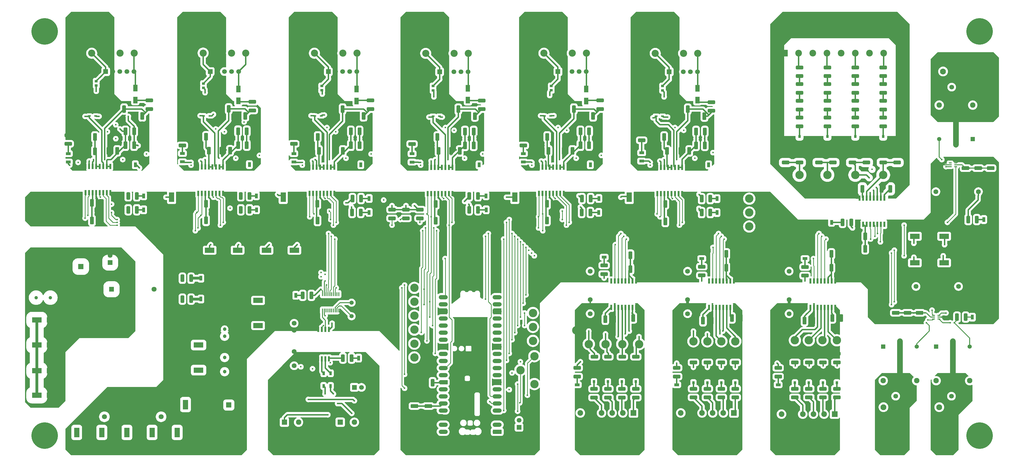
<source format=gbr>
%TF.GenerationSoftware,KiCad,Pcbnew,9.0.1*%
%TF.CreationDate,2025-12-19T01:31:39-08:00*%
%TF.ProjectId,ControlBoard,436f6e74-726f-46c4-926f-6172642e6b69,rev?*%
%TF.SameCoordinates,Original*%
%TF.FileFunction,Copper,L1,Top*%
%TF.FilePolarity,Positive*%
%FSLAX46Y46*%
G04 Gerber Fmt 4.6, Leading zero omitted, Abs format (unit mm)*
G04 Created by KiCad (PCBNEW 9.0.1) date 2025-12-19 01:31:39*
%MOMM*%
%LPD*%
G01*
G04 APERTURE LIST*
G04 Aperture macros list*
%AMRoundRect*
0 Rectangle with rounded corners*
0 $1 Rounding radius*
0 $2 $3 $4 $5 $6 $7 $8 $9 X,Y pos of 4 corners*
0 Add a 4 corners polygon primitive as box body*
4,1,4,$2,$3,$4,$5,$6,$7,$8,$9,$2,$3,0*
0 Add four circle primitives for the rounded corners*
1,1,$1+$1,$2,$3*
1,1,$1+$1,$4,$5*
1,1,$1+$1,$6,$7*
1,1,$1+$1,$8,$9*
0 Add four rect primitives between the rounded corners*
20,1,$1+$1,$2,$3,$4,$5,0*
20,1,$1+$1,$4,$5,$6,$7,0*
20,1,$1+$1,$6,$7,$8,$9,0*
20,1,$1+$1,$8,$9,$2,$3,0*%
%AMFreePoly0*
4,1,37,0.800000,0.796148,0.878414,0.796148,1.032228,0.765552,1.177117,0.705537,1.307515,0.618408,1.418408,0.507515,1.505537,0.377117,1.565552,0.232228,1.596148,0.078414,1.596148,-0.078414,1.565552,-0.232228,1.505537,-0.377117,1.418408,-0.507515,1.307515,-0.618408,1.177117,-0.705537,1.032228,-0.765552,0.878414,-0.796148,0.800000,-0.796148,0.800000,-0.800000,-1.400000,-0.800000,
-1.403843,-0.796157,-1.439018,-0.796157,-1.511114,-0.766294,-1.566294,-0.711114,-1.596157,-0.639018,-1.596157,-0.603843,-1.600000,-0.600000,-1.600000,0.600000,-1.596157,0.603843,-1.596157,0.639018,-1.566294,0.711114,-1.511114,0.766294,-1.439018,0.796157,-1.403843,0.796157,-1.400000,0.800000,0.800000,0.800000,0.800000,0.796148,0.800000,0.796148,$1*%
%AMFreePoly1*
4,1,37,1.403843,0.796157,1.439018,0.796157,1.511114,0.766294,1.566294,0.711114,1.596157,0.639018,1.596157,0.603843,1.600000,0.600000,1.600000,-0.600000,1.596157,-0.603843,1.596157,-0.639018,1.566294,-0.711114,1.511114,-0.766294,1.439018,-0.796157,1.403843,-0.796157,1.400000,-0.800000,-0.800000,-0.800000,-0.800000,-0.796148,-0.878414,-0.796148,-1.032228,-0.765552,-1.177117,-0.705537,
-1.307515,-0.618408,-1.418408,-0.507515,-1.505537,-0.377117,-1.565552,-0.232228,-1.596148,-0.078414,-1.596148,0.078414,-1.565552,0.232228,-1.505537,0.377117,-1.418408,0.507515,-1.307515,0.618408,-1.177117,0.705537,-1.032228,0.765552,-0.878414,0.796148,-0.800000,0.796148,-0.800000,0.800000,1.400000,0.800000,1.403843,0.796157,1.403843,0.796157,$1*%
%AMFreePoly2*
4,1,37,0.603843,0.796157,0.639018,0.796157,0.711114,0.766294,0.766294,0.711114,0.796157,0.639018,0.796157,0.603843,0.800000,0.600000,0.800000,-0.600000,0.796157,-0.603843,0.796157,-0.639018,0.766294,-0.711114,0.711114,-0.766294,0.639018,-0.796157,0.603843,-0.796157,0.600000,-0.800000,0.000000,-0.800000,0.000000,-0.796148,-0.078414,-0.796148,-0.232228,-0.765552,-0.377117,-0.705537,
-0.507515,-0.618408,-0.618408,-0.507515,-0.705537,-0.377117,-0.765552,-0.232228,-0.796148,-0.078414,-0.796148,0.078414,-0.765552,0.232228,-0.705537,0.377117,-0.618408,0.507515,-0.507515,0.618408,-0.377117,0.705537,-0.232228,0.765552,-0.078414,0.796148,0.000000,0.796148,0.000000,0.800000,0.600000,0.800000,0.603843,0.796157,0.603843,0.796157,$1*%
%AMFreePoly3*
4,1,37,0.000000,0.796148,0.078414,0.796148,0.232228,0.765552,0.377117,0.705537,0.507515,0.618408,0.618408,0.507515,0.705537,0.377117,0.765552,0.232228,0.796148,0.078414,0.796148,-0.078414,0.765552,-0.232228,0.705537,-0.377117,0.618408,-0.507515,0.507515,-0.618408,0.377117,-0.705537,0.232228,-0.765552,0.078414,-0.796148,0.000000,-0.796148,0.000000,-0.800000,-0.600000,-0.800000,
-0.603843,-0.796157,-0.639018,-0.796157,-0.711114,-0.766294,-0.766294,-0.711114,-0.796157,-0.639018,-0.796157,-0.603843,-0.800000,-0.600000,-0.800000,0.600000,-0.796157,0.603843,-0.796157,0.639018,-0.766294,0.711114,-0.711114,0.766294,-0.639018,0.796157,-0.603843,0.796157,-0.600000,0.800000,0.000000,0.800000,0.000000,0.796148,0.000000,0.796148,$1*%
G04 Aperture macros list end*
%TA.AperFunction,SMDPad,CuDef*%
%ADD10R,1.850000X3.500000*%
%TD*%
%TA.AperFunction,SMDPad,CuDef*%
%ADD11RoundRect,0.250000X-1.075000X0.400000X-1.075000X-0.400000X1.075000X-0.400000X1.075000X0.400000X0*%
%TD*%
%TA.AperFunction,SMDPad,CuDef*%
%ADD12R,1.750000X1.000000*%
%TD*%
%TA.AperFunction,SMDPad,CuDef*%
%ADD13R,3.500000X1.850000*%
%TD*%
%TA.AperFunction,SMDPad,CuDef*%
%ADD14RoundRect,0.250000X-0.412500X-1.100000X0.412500X-1.100000X0.412500X1.100000X-0.412500X1.100000X0*%
%TD*%
%TA.AperFunction,ComponentPad*%
%ADD15C,3.000000*%
%TD*%
%TA.AperFunction,SMDPad,CuDef*%
%ADD16FreePoly0,180.000000*%
%TD*%
%TA.AperFunction,ComponentPad*%
%ADD17RoundRect,0.200000X0.600000X0.600000X-0.600000X0.600000X-0.600000X-0.600000X0.600000X-0.600000X0*%
%TD*%
%TA.AperFunction,SMDPad,CuDef*%
%ADD18RoundRect,0.800000X0.800000X0.000010X-0.800000X0.000010X-0.800000X-0.000010X0.800000X-0.000010X0*%
%TD*%
%TA.AperFunction,ComponentPad*%
%ADD19C,1.600000*%
%TD*%
%TA.AperFunction,SMDPad,CuDef*%
%ADD20FreePoly1,180.000000*%
%TD*%
%TA.AperFunction,ComponentPad*%
%ADD21FreePoly2,180.000000*%
%TD*%
%TA.AperFunction,ComponentPad*%
%ADD22FreePoly3,180.000000*%
%TD*%
%TA.AperFunction,SMDPad,CuDef*%
%ADD23R,0.650000X1.925000*%
%TD*%
%TA.AperFunction,SMDPad,CuDef*%
%ADD24RoundRect,0.250000X0.412500X1.100000X-0.412500X1.100000X-0.412500X-1.100000X0.412500X-1.100000X0*%
%TD*%
%TA.AperFunction,SMDPad,CuDef*%
%ADD25RoundRect,0.250000X1.075000X-0.400000X1.075000X0.400000X-1.075000X0.400000X-1.075000X-0.400000X0*%
%TD*%
%TA.AperFunction,SMDPad,CuDef*%
%ADD26R,1.000000X1.750000*%
%TD*%
%TA.AperFunction,SMDPad,CuDef*%
%ADD27RoundRect,0.250000X0.400000X1.075000X-0.400000X1.075000X-0.400000X-1.075000X0.400000X-1.075000X0*%
%TD*%
%TA.AperFunction,SMDPad,CuDef*%
%ADD28R,1.000000X0.950000*%
%TD*%
%TA.AperFunction,SMDPad,CuDef*%
%ADD29R,1.550000X2.350000*%
%TD*%
%TA.AperFunction,ComponentPad*%
%ADD30C,2.550000*%
%TD*%
%TA.AperFunction,SMDPad,CuDef*%
%ADD31R,1.075000X0.500000*%
%TD*%
%TA.AperFunction,ComponentPad*%
%ADD32R,1.700000X1.700000*%
%TD*%
%TA.AperFunction,ComponentPad*%
%ADD33C,1.700000*%
%TD*%
%TA.AperFunction,SMDPad,CuDef*%
%ADD34RoundRect,0.250000X-1.100000X0.412500X-1.100000X-0.412500X1.100000X-0.412500X1.100000X0.412500X0*%
%TD*%
%TA.AperFunction,ComponentPad*%
%ADD35C,1.500000*%
%TD*%
%TA.AperFunction,ComponentPad*%
%ADD36R,1.950000X1.950000*%
%TD*%
%TA.AperFunction,ComponentPad*%
%ADD37C,1.950000*%
%TD*%
%TA.AperFunction,SMDPad,CuDef*%
%ADD38RoundRect,0.250000X-0.400000X-1.075000X0.400000X-1.075000X0.400000X1.075000X-0.400000X1.075000X0*%
%TD*%
%TA.AperFunction,ComponentPad*%
%ADD39R,2.025000X2.025000*%
%TD*%
%TA.AperFunction,ComponentPad*%
%ADD40C,2.025000*%
%TD*%
%TA.AperFunction,SMDPad,CuDef*%
%ADD41R,0.850000X1.050000*%
%TD*%
%TA.AperFunction,ComponentPad*%
%ADD42C,2.100000*%
%TD*%
%TA.AperFunction,SMDPad,CuDef*%
%ADD43RoundRect,0.250000X1.100000X-0.412500X1.100000X0.412500X-1.100000X0.412500X-1.100000X-0.412500X0*%
%TD*%
%TA.AperFunction,ComponentPad*%
%ADD44C,1.725000*%
%TD*%
%TA.AperFunction,ComponentPad*%
%ADD45C,1.217000*%
%TD*%
%TA.AperFunction,ComponentPad*%
%ADD46R,1.500000X1.500000*%
%TD*%
%TA.AperFunction,ComponentPad*%
%ADD47R,1.800000X1.800000*%
%TD*%
%TA.AperFunction,ComponentPad*%
%ADD48C,1.800000*%
%TD*%
%TA.AperFunction,SMDPad,CuDef*%
%ADD49R,0.650000X1.850000*%
%TD*%
%TA.AperFunction,ComponentPad*%
%ADD50C,9.500000*%
%TD*%
%TA.AperFunction,SMDPad,CuDef*%
%ADD51R,0.900000X1.350000*%
%TD*%
%TA.AperFunction,SMDPad,CuDef*%
%ADD52R,1.000000X0.400000*%
%TD*%
%TA.AperFunction,ComponentPad*%
%ADD53R,2.400000X2.400000*%
%TD*%
%TA.AperFunction,ComponentPad*%
%ADD54C,2.400000*%
%TD*%
%TA.AperFunction,ComponentPad*%
%ADD55R,1.303000X1.303000*%
%TD*%
%TA.AperFunction,ComponentPad*%
%ADD56C,1.303000*%
%TD*%
%TA.AperFunction,SMDPad,CuDef*%
%ADD57R,0.450000X1.475000*%
%TD*%
%TA.AperFunction,ViaPad*%
%ADD58C,0.600000*%
%TD*%
%TA.AperFunction,ViaPad*%
%ADD59C,1.000000*%
%TD*%
%TA.AperFunction,Conductor*%
%ADD60C,0.500000*%
%TD*%
%TA.AperFunction,Conductor*%
%ADD61C,1.000000*%
%TD*%
%TA.AperFunction,Conductor*%
%ADD62C,0.250000*%
%TD*%
%TA.AperFunction,Conductor*%
%ADD63C,0.350000*%
%TD*%
%TA.AperFunction,Conductor*%
%ADD64C,2.000000*%
%TD*%
G04 APERTURE END LIST*
D10*
%TO.P,C174,2,-*%
%TO.N,/GND_A*%
X201000000Y-77300000D03*
%TO.P,C174,1,+*%
%TO.N,/+12V_A*%
X201000000Y-72000000D03*
%TD*%
%TO.P,C177,1,+*%
%TO.N,/+12V_A*%
X242000000Y-72000000D03*
%TO.P,C177,2,-*%
%TO.N,/GND_A*%
X242000000Y-77300000D03*
%TD*%
%TO.P,C173,1,+*%
%TO.N,/+12V_A*%
X78000000Y-72000000D03*
%TO.P,C173,2,-*%
%TO.N,/GND_A*%
X78000000Y-77300000D03*
%TD*%
%TO.P,C172,1,+*%
%TO.N,/+12V_A*%
X118000000Y-72000000D03*
%TO.P,C172,2,-*%
%TO.N,/GND_A*%
X118000000Y-77300000D03*
%TD*%
D11*
%TO.P,R127,1*%
%TO.N,Net-(LED37-A)*%
X305000000Y-97000000D03*
%TO.P,R127,2*%
%TO.N,/+3.3V_A*%
X305000000Y-100100000D03*
%TD*%
D12*
%TO.P,LED37,1,K*%
%TO.N,/GND_A*%
X305000000Y-91000000D03*
%TO.P,LED37,2,A*%
%TO.N,Net-(LED37-A)*%
X305000000Y-94000000D03*
%TD*%
D11*
%TO.P,R126,1*%
%TO.N,Net-(LED36-A)*%
X268000000Y-96900000D03*
%TO.P,R126,2*%
%TO.N,/+3.3V_A*%
X268000000Y-100000000D03*
%TD*%
D12*
%TO.P,LED36,1,K*%
%TO.N,/GND_A*%
X268000000Y-91000000D03*
%TO.P,LED36,2,A*%
%TO.N,Net-(LED36-A)*%
X268000000Y-94000000D03*
%TD*%
D11*
%TO.P,R125,1*%
%TO.N,Net-(LED35-A)*%
X233000000Y-96450000D03*
%TO.P,R125,2*%
%TO.N,/+3.3V_A*%
X233000000Y-99550000D03*
%TD*%
D12*
%TO.P,LED35,1,K*%
%TO.N,/GND_A*%
X233000000Y-90500000D03*
%TO.P,LED35,2,A*%
%TO.N,Net-(LED35-A)*%
X233000000Y-93500000D03*
%TD*%
D13*
%TO.P,C171,1,+*%
%TO.N,/+12V_A*%
X91650000Y-91000000D03*
%TO.P,C171,2,-*%
%TO.N,/GND_A*%
X86350000Y-91000000D03*
%TD*%
%TO.P,C170,1,+*%
%TO.N,/+12V_A*%
X101650000Y-91000000D03*
%TO.P,C170,2,-*%
%TO.N,/GND_A*%
X96350000Y-91000000D03*
%TD*%
%TO.P,C169,1,+*%
%TO.N,/+12V_A*%
X112000000Y-91000000D03*
%TO.P,C169,2,-*%
%TO.N,/GND_A*%
X106700000Y-91000000D03*
%TD*%
%TO.P,C168,1,+*%
%TO.N,/+12V_A*%
X122000000Y-91000000D03*
%TO.P,C168,2,-*%
%TO.N,/GND_A*%
X116700000Y-91000000D03*
%TD*%
D14*
%TO.P,C40,2*%
%TO.N,/GateDriverAssembly/GateDriver_PH_U_H/+15V_B*%
X91380000Y-55300000D03*
%TO.P,C40,1*%
%TO.N,/GateDriverAssembly/GateDriver_PH_U_H/GND_B*%
X88255000Y-55300000D03*
%TD*%
%TO.P,C126,2*%
%TO.N,/GateDriverAssembly/GateDriver_PH_U_H/+15V_B*%
X90380000Y-50300000D03*
%TO.P,C126,1*%
%TO.N,/GateDriverAssembly/GateDriver_PH_U_H/GND_B*%
X87255000Y-50300000D03*
%TD*%
D13*
%TO.P,C159,1,+*%
%TO.N,/+12V_A*%
X354850000Y-95500000D03*
%TO.P,C159,2,-*%
%TO.N,/GND_A*%
X360150000Y-95500000D03*
%TD*%
%TO.P,C158,1,+*%
%TO.N,/+12V_A*%
X344350000Y-95500000D03*
%TO.P,C158,2,-*%
%TO.N,/GND_A*%
X349650000Y-95500000D03*
%TD*%
%TO.P,C157,1,+*%
%TO.N,/+12V_A*%
X354850000Y-86000000D03*
%TO.P,C157,2,-*%
%TO.N,/GND_A*%
X360150000Y-86000000D03*
%TD*%
%TO.P,C156,1,+*%
%TO.N,/+12V_A*%
X344350000Y-86000000D03*
%TO.P,C156,2,-*%
%TO.N,/GND_A*%
X349650000Y-86000000D03*
%TD*%
D14*
%TO.P,C4,1*%
%TO.N,/GND_A*%
X323437500Y-90500000D03*
%TO.P,C4,2*%
%TO.N,/+3.3V_A*%
X326562500Y-90500000D03*
%TD*%
D15*
%TO.P,TP9,1,1*%
%TO.N,/ADC_1/ADC2_5VFILTER_3/OUT*%
X239500000Y-124675000D03*
%TD*%
%TO.P,TP7,1,1*%
%TO.N,/ADC_1/ADC2_5VFILTER_1/OUT*%
X227500000Y-124675000D03*
%TD*%
D11*
%TO.P,R99,2*%
%TO.N,/ISENSE_GND_Y*%
X229500000Y-132286250D03*
%TO.P,R99,1*%
%TO.N,/ADC_1/ADC2_5VFILTER_1/OUT*%
X229500000Y-129186250D03*
%TD*%
D15*
%TO.P,TP39,1,1*%
%TO.N,/GND_A*%
X292500000Y-77500000D03*
%TD*%
%TO.P,TP38,1,1*%
%TO.N,/Control/GATE_DRIVER_RESET_A*%
X285000000Y-72500000D03*
%TD*%
%TO.P,TP37,1,1*%
%TO.N,/Control/GATE_DRIVER_READY_A*%
X285000000Y-77500000D03*
%TD*%
%TO.P,TP36,1,1*%
%TO.N,/Control/GATE_DRIVER_FAULT_A*%
X285000000Y-82500000D03*
%TD*%
D16*
%TO.P,A1,1,GPIO0*%
%TO.N,Net-(A1-GPIO0)*%
X194690000Y-156092500D03*
D17*
X193890000Y-156092500D03*
D18*
%TO.P,A1,2,GPIO1*%
%TO.N,Net-(A1-GPIO1)*%
X194690000Y-153552500D03*
D19*
X193890000Y-153552500D03*
D20*
%TO.P,A1,3,GND*%
%TO.N,/GND_A*%
X194690000Y-151012500D03*
D21*
X193890000Y-151012500D03*
D18*
%TO.P,A1,4,GPIO2*%
%TO.N,/SPI1_SCK_A*%
X194690000Y-148472500D03*
D19*
X193890000Y-148472500D03*
D18*
%TO.P,A1,5,GPIO3*%
%TO.N,/SPI1_TX_A*%
X194690000Y-145932500D03*
D19*
X193890000Y-145932500D03*
D18*
%TO.P,A1,6,GPIO4*%
%TO.N,/SPI1_RX_A*%
X194690000Y-143392500D03*
D19*
X193890000Y-143392500D03*
D18*
%TO.P,A1,7,GPIO5*%
%TO.N,/RELAY_1_A*%
X194690000Y-140852500D03*
D19*
X193890000Y-140852500D03*
D20*
%TO.P,A1,8,GND*%
%TO.N,/GND_A*%
X194690000Y-138312500D03*
D21*
X193890000Y-138312500D03*
D18*
%TO.P,A1,9,GPIO6*%
%TO.N,/RELAY_2_A*%
X194690000Y-135772500D03*
D19*
X193890000Y-135772500D03*
D18*
%TO.P,A1,10,GPIO7*%
%TO.N,/RELAY_3_A*%
X194690000Y-133232500D03*
D19*
X193890000Y-133232500D03*
D18*
%TO.P,A1,11,GPIO8*%
%TO.N,/Control/GATE_DRIVER_READY_A*%
X194690000Y-130692500D03*
D19*
X193890000Y-130692500D03*
D18*
%TO.P,A1,12,GPIO9*%
%TO.N,/Control/GATE_DRIVER_RESET_A*%
X194690000Y-128152500D03*
D19*
X193890000Y-128152500D03*
D20*
%TO.P,A1,13,GND*%
%TO.N,/GND_A*%
X194690000Y-125612500D03*
D21*
X193890000Y-125612500D03*
D18*
%TO.P,A1,14,GPIO10*%
%TO.N,/SPI2_SCK_A*%
X194690000Y-123072500D03*
D19*
X193890000Y-123072500D03*
D18*
%TO.P,A1,15,GPIO11*%
%TO.N,/SPI2_TX_A*%
X194690000Y-120532500D03*
D19*
X193890000Y-120532500D03*
D18*
%TO.P,A1,16,GPIO12*%
%TO.N,/SPI2_RX_A*%
X194690000Y-117992500D03*
D19*
X193890000Y-117992500D03*
D18*
%TO.P,A1,17,GPIO13*%
%TO.N,/SPI2_ADC1_CS_A*%
X194690000Y-115452500D03*
D19*
X193890000Y-115452500D03*
D20*
%TO.P,A1,18,GND*%
%TO.N,/GND_A*%
X194690000Y-112912500D03*
D21*
X193890000Y-112912500D03*
D18*
%TO.P,A1,19,GPIO14*%
%TO.N,/SPI2_ADC2_CS_A*%
X194690000Y-110372500D03*
D19*
X193890000Y-110372500D03*
D18*
%TO.P,A1,20,GPIO15*%
%TO.N,/SPI2_ADC3_CS_A*%
X194690000Y-107832500D03*
D19*
X193890000Y-107832500D03*
%TO.P,A1,21,GPIO16*%
%TO.N,/SPI2_ADC4_CS_A*%
X176110000Y-107832500D03*
D18*
X175310000Y-107832500D03*
D19*
%TO.P,A1,22,GPIO17*%
%TO.N,/Control/PH_U_L_A*%
X176110000Y-110372500D03*
D18*
X175310000Y-110372500D03*
D22*
%TO.P,A1,23,GND*%
%TO.N,/GND_A*%
X176110000Y-112912500D03*
D16*
X175310000Y-112912500D03*
D19*
%TO.P,A1,24,GPIO18*%
%TO.N,/Control/PH_V_L_A*%
X176110000Y-115452500D03*
D18*
X175310000Y-115452500D03*
D19*
%TO.P,A1,25,GPIO19*%
%TO.N,/Control/PH_W_L_A*%
X176110000Y-117992500D03*
D18*
X175310000Y-117992500D03*
D19*
%TO.P,A1,26,GPIO20*%
%TO.N,/Control/PH_U_H_A*%
X176110000Y-120532500D03*
D18*
X175310000Y-120532500D03*
D19*
%TO.P,A1,27,GPIO21*%
%TO.N,/Control/PH_V_H_A*%
X176110000Y-123072500D03*
D18*
X175310000Y-123072500D03*
D22*
%TO.P,A1,28,GND*%
%TO.N,/GND_A*%
X176110000Y-125612500D03*
D16*
X175310000Y-125612500D03*
D19*
%TO.P,A1,29,GPIO22*%
%TO.N,/Control/PH_W_H_A*%
X176110000Y-128152500D03*
D18*
X175310000Y-128152500D03*
D19*
%TO.P,A1,30,RUN*%
%TO.N,unconnected-(A1-RUN-Pad30)_1*%
X176110000Y-130692500D03*
D18*
%TO.N,unconnected-(A1-RUN-Pad30)*%
X175310000Y-130692500D03*
D19*
%TO.P,A1,31,GPIO26_ADC0*%
%TO.N,/Control/GATE_DRIVER_FAULT_A*%
X176110000Y-133232500D03*
D18*
X175310000Y-133232500D03*
D19*
%TO.P,A1,32,GPIO27_ADC1*%
%TO.N,/SPI1_CAN_CS_A*%
X176110000Y-135772500D03*
D18*
X175310000Y-135772500D03*
D22*
%TO.P,A1,33,AGND*%
%TO.N,Net-(A1-AGND)*%
X176110000Y-138312500D03*
D16*
X175310000Y-138312500D03*
D19*
%TO.P,A1,34,GPIO28_ADC2*%
%TO.N,/SPI1_CAN_INT_A*%
X176110000Y-140852500D03*
D18*
X175310000Y-140852500D03*
D19*
%TO.P,A1,35,ADC_VREF*%
%TO.N,unconnected-(A1-ADC_VREF-Pad35)_1*%
X176110000Y-143392500D03*
D18*
%TO.N,unconnected-(A1-ADC_VREF-Pad35)*%
X175310000Y-143392500D03*
D19*
%TO.P,A1,36,3V3*%
%TO.N,/+3.3V_A*%
X176110000Y-145932500D03*
D18*
X175310000Y-145932500D03*
D19*
%TO.P,A1,37,3V3_EN*%
%TO.N,unconnected-(A1-3V3_EN-Pad37)*%
X176110000Y-148472500D03*
D18*
%TO.N,unconnected-(A1-3V3_EN-Pad37)_1*%
X175310000Y-148472500D03*
D22*
%TO.P,A1,38,GND*%
%TO.N,/GND_A*%
X176110000Y-151012500D03*
D16*
X175310000Y-151012500D03*
D19*
%TO.P,A1,39,VSYS*%
%TO.N,unconnected-(A1-VSYS-Pad39)*%
X176110000Y-153552500D03*
D18*
%TO.N,unconnected-(A1-VSYS-Pad39)_1*%
X175310000Y-153552500D03*
D19*
%TO.P,A1,40,VBUS*%
%TO.N,unconnected-(A1-VBUS-Pad40)*%
X176110000Y-156092500D03*
D18*
%TO.N,unconnected-(A1-VBUS-Pad40)_1*%
X175310000Y-156092500D03*
%TD*%
D23*
%TO.P,IC11,1,VI+*%
%TO.N,/Control/PH_W_H_A*%
X252035000Y-70688000D03*
%TO.P,IC11,2,VI-*%
%TO.N,/Control/PH_W_L_A*%
X253305000Y-70688000D03*
%TO.P,IC11,3,VDD1*%
%TO.N,/+3.3V_A*%
X254575000Y-70688000D03*
%TO.P,IC11,4,VSS1_1*%
%TO.N,/GND_A*%
X255845000Y-70688000D03*
%TO.P,IC11,5,~{RESET}*%
%TO.N,/Control/GATE_DRIVER_RESET_A*%
X257115000Y-70688000D03*
%TO.P,IC11,6,~{FAULT}*%
%TO.N,/Control/GATE_DRIVER_FAULT_A*%
X258385000Y-70688000D03*
%TO.P,IC11,7,READY*%
%TO.N,/Control/GATE_DRIVER_READY_A*%
X259655000Y-70688000D03*
%TO.P,IC11,8,VSS1_2*%
%TO.N,/GND_A*%
X260925000Y-70688000D03*
%TO.P,IC11,9,VSS2_1*%
%TO.N,/GateDriverAssembly/GateDriver_PH_W_H/-9V_B*%
X260925000Y-61264000D03*
%TO.P,IC11,10,VSS2_2*%
X259655000Y-61264000D03*
%TO.P,IC11,11,VOUT*%
%TO.N,Net-(D10-K)*%
X258385000Y-61264000D03*
%TO.P,IC11,12,VDD2_1*%
%TO.N,/GateDriverAssembly/GateDriver_PH_W_H/+15V_B*%
X257115000Y-61264000D03*
%TO.P,IC11,13,VDD2_2*%
X255845000Y-61264000D03*
%TO.P,IC11,14,DESAT*%
%TO.N,Net-(IC11-DESAT)*%
X254575000Y-61264000D03*
%TO.P,IC11,15,VSS2_3*%
%TO.N,/GateDriverAssembly/GateDriver_PH_W_H/-9V_B*%
X253305000Y-61264000D03*
%TO.P,IC11,16,GND2*%
%TO.N,/GateDriverAssembly/GateDriver_PH_W_H/GND_B*%
X252035000Y-61264000D03*
%TD*%
D24*
%TO.P,C90,1*%
%TO.N,/GateDriverAssembly/GateDriver_PH_W_H/+15V_B*%
X269067500Y-53400000D03*
%TO.P,C90,2*%
%TO.N,/GateDriverAssembly/GateDriver_PH_W_H/-9V_B*%
X265942500Y-53400000D03*
%TD*%
D25*
%TO.P,R63,1*%
%TO.N,Net-(LED27-A)*%
X246440000Y-51550000D03*
%TO.P,R63,2*%
%TO.N,/GateDriverAssembly/GateDriver_PH_W_H/GND_B*%
X246440000Y-48450000D03*
%TD*%
D14*
%TO.P,C130,1*%
%TO.N,/GateDriverAssembly/GateDriver_PH_W_H/GND_B*%
X251377500Y-50400000D03*
%TO.P,C130,2*%
%TO.N,/GateDriverAssembly/GateDriver_PH_W_H/+15V_B*%
X254502500Y-50400000D03*
%TD*%
D26*
%TO.P,LED25,1,K*%
%TO.N,/GND_A*%
X276440000Y-77500000D03*
%TO.P,LED25,2,A*%
%TO.N,Net-(LED25-A)*%
X273440000Y-77500000D03*
%TD*%
D14*
%TO.P,C87,1*%
%TO.N,/+3.3V_A*%
X254917500Y-80688000D03*
%TO.P,C87,2*%
%TO.N,/GND_A*%
X258042500Y-80688000D03*
%TD*%
D27*
%TO.P,R56,1*%
%TO.N,Net-(LED26-A)*%
X271040000Y-72500000D03*
%TO.P,R56,2*%
%TO.N,/+3.3V_A*%
X267940000Y-72500000D03*
%TD*%
D24*
%TO.P,C86,1*%
%TO.N,/GND_A*%
X258042500Y-74400000D03*
%TO.P,C86,2*%
%TO.N,/+3.3V_A*%
X254917500Y-74400000D03*
%TD*%
D26*
%TO.P,LED28,1,K*%
%TO.N,/GateDriverAssembly/GateDriver_PH_W_H/GND_B*%
X267440000Y-60400000D03*
%TO.P,LED28,2,A*%
%TO.N,Net-(LED28-A)*%
X270440000Y-60400000D03*
%TD*%
D12*
%TO.P,LED27,1,K*%
%TO.N,/GateDriverAssembly/GateDriver_PH_W_H/-9V_B*%
X246440000Y-59050000D03*
%TO.P,LED27,2,A*%
%TO.N,Net-(LED27-A)*%
X246440000Y-56050000D03*
%TD*%
D14*
%TO.P,C88,1*%
%TO.N,/GateDriverAssembly/GateDriver_PH_W_H/GND_B*%
X252377500Y-55400000D03*
%TO.P,C88,2*%
%TO.N,/GateDriverAssembly/GateDriver_PH_W_H/+15V_B*%
X255502500Y-55400000D03*
%TD*%
D27*
%TO.P,R57,1*%
%TO.N,Net-(IC11-DESAT)*%
X262990000Y-40400000D03*
%TO.P,R57,2*%
%TO.N,/GateDriverAssembly/GateDriver_PH_W_H/GND_B*%
X259890000Y-40400000D03*
%TD*%
D24*
%TO.P,C94,1*%
%TO.N,/GateDriverAssembly/GateDriver_PH_W_H/+15V_B*%
X269065000Y-48400000D03*
%TO.P,C94,2*%
%TO.N,/GateDriverAssembly/GateDriver_PH_W_H/-9V_B*%
X265940000Y-48400000D03*
%TD*%
D27*
%TO.P,R55,1*%
%TO.N,Net-(LED25-A)*%
X271040000Y-77500000D03*
%TO.P,R55,2*%
%TO.N,/+12V_A*%
X267940000Y-77500000D03*
%TD*%
D26*
%TO.P,LED26,1,K*%
%TO.N,/GND_A*%
X276440000Y-72500000D03*
%TO.P,LED26,2,A*%
%TO.N,Net-(LED26-A)*%
X273440000Y-72500000D03*
%TD*%
D11*
%TO.P,R61,1*%
%TO.N,Net-(D11-A)*%
X271440000Y-37900000D03*
%TO.P,R61,2*%
%TO.N,Net-(IC11-DESAT)*%
X271440000Y-41000000D03*
%TD*%
D28*
%TO.P,FB5,1,1*%
%TO.N,/Connectors/PH_W_H_G*%
X253940000Y-32100000D03*
%TO.P,FB5,2,2*%
%TO.N,Net-(FB5-Pad2)*%
X253940000Y-33700000D03*
%TD*%
D29*
%TO.P,D11,1,K*%
%TO.N,/Connectors/PH_W_H_C*%
X266440000Y-32900000D03*
%TO.P,D11,2,A*%
%TO.N,Net-(D11-A)*%
X266440000Y-37200000D03*
%TD*%
D30*
%TO.P,J20,1,1*%
%TO.N,/Connectors/PH_W_H_G*%
X251320000Y-20400000D03*
%TO.P,J20,2,2*%
%TO.N,/GateDriverAssembly/GateDriver_PH_W_H/GND_B*%
X256400000Y-20400000D03*
%TO.P,J20,3,3*%
%TO.N,unconnected-(J20-Pad3)*%
X261480000Y-20400000D03*
%TO.P,J20,4,4*%
%TO.N,/Connectors/PH_W_H_C*%
X266560000Y-20400000D03*
%TD*%
D31*
%TO.P,D10,1,K*%
%TO.N,Net-(D10-K)*%
X251616000Y-42900000D03*
%TO.P,D10,2,A*%
%TO.N,Net-(D10-A)*%
X253940000Y-42900000D03*
%TD*%
D14*
%TO.P,C95,1*%
%TO.N,/GateDriverAssembly/GateDriver_PH_W_H/GND_B*%
X265815000Y-42900000D03*
%TO.P,C95,2*%
%TO.N,Net-(IC11-DESAT)*%
X268940000Y-42900000D03*
%TD*%
D24*
%TO.P,C89,1*%
%TO.N,/GateDriverAssembly/GateDriver_PH_W_H/-9V_B*%
X263502500Y-55400000D03*
%TO.P,C89,2*%
%TO.N,/GateDriverAssembly/GateDriver_PH_W_H/GND_B*%
X260377500Y-55400000D03*
%TD*%
D32*
%TO.P,J17,1,Pin_1*%
%TO.N,/Connectors/PH_W_H_G*%
X256320000Y-27012500D03*
D33*
%TO.P,J17,2,Pin_2*%
%TO.N,/GateDriverAssembly/GateDriver_PH_W_H/GND_B*%
X258860000Y-27012500D03*
%TO.P,J17,3,Pin_3*%
%TO.N,unconnected-(J17-Pin_3-Pad3)*%
X261400000Y-27012500D03*
%TO.P,J17,4,Pin_4*%
%TO.N,unconnected-(J17-Pin_4-Pad4)*%
X263940000Y-27012500D03*
%TO.P,J17,5,Pin_5*%
%TO.N,/Connectors/PH_W_H_C*%
X266480000Y-27012500D03*
%TD*%
D24*
%TO.P,C105,2*%
%TO.N,/GateDriverAssembly/GateDriver_PH_W_L/-9V_B*%
X224497500Y-48350000D03*
%TO.P,C105,1*%
%TO.N,/GateDriverAssembly/GateDriver_PH_W_L/+15V_B*%
X227622500Y-48350000D03*
%TD*%
D26*
%TO.P,LED30,2,A*%
%TO.N,Net-(LED30-A)*%
X231060000Y-77450000D03*
%TO.P,LED30,1,K*%
%TO.N,/GND_A*%
X234060000Y-77450000D03*
%TD*%
D24*
%TO.P,C97,2*%
%TO.N,/+3.3V_A*%
X212537500Y-74350000D03*
%TO.P,C97,1*%
%TO.N,/GND_A*%
X215662500Y-74350000D03*
%TD*%
D23*
%TO.P,IC12,16,GND2*%
%TO.N,/GateDriverAssembly/GateDriver_PH_W_L/GND_B*%
X209655000Y-61214000D03*
%TO.P,IC12,15,VSS2_3*%
%TO.N,/GateDriverAssembly/GateDriver_PH_W_L/-9V_B*%
X210925000Y-61214000D03*
%TO.P,IC12,14,DESAT*%
%TO.N,Net-(IC12-DESAT)*%
X212195000Y-61214000D03*
%TO.P,IC12,13,VDD2_2*%
%TO.N,/GateDriverAssembly/GateDriver_PH_W_L/+15V_B*%
X213465000Y-61214000D03*
%TO.P,IC12,12,VDD2_1*%
X214735000Y-61214000D03*
%TO.P,IC12,11,VOUT*%
%TO.N,Net-(D12-K)*%
X216005000Y-61214000D03*
%TO.P,IC12,10,VSS2_2*%
%TO.N,/GateDriverAssembly/GateDriver_PH_W_L/-9V_B*%
X217275000Y-61214000D03*
%TO.P,IC12,9,VSS2_1*%
X218545000Y-61214000D03*
%TO.P,IC12,8,VSS1_2*%
%TO.N,/GND_A*%
X218545000Y-70638000D03*
%TO.P,IC12,7,READY*%
%TO.N,/Control/GATE_DRIVER_READY_A*%
X217275000Y-70638000D03*
%TO.P,IC12,6,~{FAULT}*%
%TO.N,/Control/GATE_DRIVER_FAULT_A*%
X216005000Y-70638000D03*
%TO.P,IC12,5,~{RESET}*%
%TO.N,/Control/GATE_DRIVER_RESET_A*%
X214735000Y-70638000D03*
%TO.P,IC12,4,VSS1_1*%
%TO.N,/GND_A*%
X213465000Y-70638000D03*
%TO.P,IC12,3,VDD1*%
%TO.N,/+3.3V_A*%
X212195000Y-70638000D03*
%TO.P,IC12,2,VI-*%
%TO.N,/Control/PH_W_H_A*%
X210925000Y-70638000D03*
%TO.P,IC12,1,VI+*%
%TO.N,/Control/PH_W_L_A*%
X209655000Y-70638000D03*
%TD*%
D26*
%TO.P,LED29,2,A*%
%TO.N,Net-(LED29-A)*%
X231110000Y-72450000D03*
%TO.P,LED29,1,K*%
%TO.N,/GND_A*%
X234110000Y-72450000D03*
%TD*%
D12*
%TO.P,LED31,2,A*%
%TO.N,Net-(LED31-A)*%
X204060000Y-56350000D03*
%TO.P,LED31,1,K*%
%TO.N,/GateDriverAssembly/GateDriver_PH_W_L/-9V_B*%
X204060000Y-59350000D03*
%TD*%
D14*
%TO.P,C98,2*%
%TO.N,/GND_A*%
X215622500Y-80350000D03*
%TO.P,C98,1*%
%TO.N,/+3.3V_A*%
X212497500Y-80350000D03*
%TD*%
D27*
%TO.P,R66,2*%
%TO.N,/+3.3V_A*%
X224960000Y-77450000D03*
%TO.P,R66,1*%
%TO.N,Net-(LED30-A)*%
X228060000Y-77450000D03*
%TD*%
D30*
%TO.P,J14,4,4*%
%TO.N,/Connectors/PH_W_L_C*%
X226680000Y-20350000D03*
%TO.P,J14,3,3*%
%TO.N,unconnected-(J14-Pad3)*%
X221600000Y-20350000D03*
%TO.P,J14,2,2*%
%TO.N,/GateDriverAssembly/GateDriver_PH_W_L/GND_B*%
X216520000Y-20350000D03*
%TO.P,J14,1,1*%
%TO.N,/Connectors/PH_W_L_G*%
X211440000Y-20350000D03*
%TD*%
D24*
%TO.P,C101,2*%
%TO.N,/GateDriverAssembly/GateDriver_PH_W_L/-9V_B*%
X224497500Y-53350000D03*
%TO.P,C101,1*%
%TO.N,/GateDriverAssembly/GateDriver_PH_W_L/+15V_B*%
X227622500Y-53350000D03*
%TD*%
D29*
%TO.P,D13,2,A*%
%TO.N,Net-(D13-A)*%
X226560000Y-37500000D03*
%TO.P,D13,1,K*%
%TO.N,/Connectors/PH_W_L_C*%
X226560000Y-33200000D03*
%TD*%
D27*
%TO.P,R67,2*%
%TO.N,/GateDriverAssembly/GateDriver_PH_W_L/GND_B*%
X219060000Y-40350000D03*
%TO.P,R67,1*%
%TO.N,Net-(IC12-DESAT)*%
X222160000Y-40350000D03*
%TD*%
D31*
%TO.P,D12,2,A*%
%TO.N,Net-(D12-A)*%
X213884000Y-42850000D03*
%TO.P,D12,1,K*%
%TO.N,Net-(D12-K)*%
X211560000Y-42850000D03*
%TD*%
D26*
%TO.P,LED32,2,A*%
%TO.N,Net-(LED32-A)*%
X228060000Y-60350000D03*
%TO.P,LED32,1,K*%
%TO.N,/GateDriverAssembly/GateDriver_PH_W_L/GND_B*%
X225060000Y-60350000D03*
%TD*%
D14*
%TO.P,C131,2*%
%TO.N,/GateDriverAssembly/GateDriver_PH_W_L/+15V_B*%
X212622500Y-50350000D03*
%TO.P,C131,1*%
%TO.N,/GateDriverAssembly/GateDriver_PH_W_L/GND_B*%
X209497500Y-50350000D03*
%TD*%
%TO.P,C106,2*%
%TO.N,Net-(IC12-DESAT)*%
X229060000Y-42850000D03*
%TO.P,C106,1*%
%TO.N,/GateDriverAssembly/GateDriver_PH_W_L/GND_B*%
X225935000Y-42850000D03*
%TD*%
D28*
%TO.P,FB6,2,2*%
%TO.N,Net-(FB6-Pad2)*%
X214060000Y-33650000D03*
%TO.P,FB6,1,1*%
%TO.N,/Connectors/PH_W_L_G*%
X214060000Y-32050000D03*
%TD*%
D11*
%TO.P,R71,2*%
%TO.N,Net-(IC12-DESAT)*%
X231560000Y-40350000D03*
%TO.P,R71,1*%
%TO.N,Net-(D13-A)*%
X231560000Y-37250000D03*
%TD*%
D14*
%TO.P,C99,2*%
%TO.N,/GateDriverAssembly/GateDriver_PH_W_L/+15V_B*%
X213060000Y-55350000D03*
%TO.P,C99,1*%
%TO.N,/GateDriverAssembly/GateDriver_PH_W_L/GND_B*%
X209935000Y-55350000D03*
%TD*%
D27*
%TO.P,R65,2*%
%TO.N,/+12V_A*%
X225060000Y-72450000D03*
%TO.P,R65,1*%
%TO.N,Net-(LED29-A)*%
X228160000Y-72450000D03*
%TD*%
D25*
%TO.P,R73,2*%
%TO.N,/GateDriverAssembly/GateDriver_PH_W_L/GND_B*%
X204060000Y-50350000D03*
%TO.P,R73,1*%
%TO.N,Net-(LED31-A)*%
X204060000Y-53450000D03*
%TD*%
D24*
%TO.P,C100,2*%
%TO.N,/GateDriverAssembly/GateDriver_PH_W_L/GND_B*%
X218497500Y-55350000D03*
%TO.P,C100,1*%
%TO.N,/GateDriverAssembly/GateDriver_PH_W_L/-9V_B*%
X221622500Y-55350000D03*
%TD*%
D33*
%TO.P,J9,5,Pin_5*%
%TO.N,/Connectors/PH_W_L_C*%
X226600000Y-26962500D03*
%TO.P,J9,4,Pin_4*%
%TO.N,unconnected-(J9-Pin_4-Pad4)*%
X224060000Y-26962500D03*
%TO.P,J9,3,Pin_3*%
%TO.N,unconnected-(J9-Pin_3-Pad3)*%
X221520000Y-26962500D03*
%TO.P,J9,2,Pin_2*%
%TO.N,/GateDriverAssembly/GateDriver_PH_W_L/GND_B*%
X218980000Y-26962500D03*
D32*
%TO.P,J9,1,Pin_1*%
%TO.N,/Connectors/PH_W_L_G*%
X216440000Y-26962500D03*
%TD*%
D27*
%TO.P,R36,1*%
%TO.N,Net-(LED18-A)*%
X187780000Y-76500000D03*
%TO.P,R36,2*%
%TO.N,/+3.3V_A*%
X184680000Y-76500000D03*
%TD*%
D30*
%TO.P,J19,1,1*%
%TO.N,/Connectors/PH_V_H_G*%
X169060000Y-20400000D03*
%TO.P,J19,2,2*%
%TO.N,/GateDriverAssembly/GateDriver_PH_V_H/GND_B*%
X174140000Y-20400000D03*
%TO.P,J19,3,3*%
%TO.N,unconnected-(J19-Pad3)*%
X179220000Y-20400000D03*
%TO.P,J19,4,4*%
%TO.N,/Connectors/PH_V_H_C*%
X184300000Y-20400000D03*
%TD*%
D14*
%TO.P,C128,1*%
%TO.N,/GateDriverAssembly/GateDriver_PH_V_H/GND_B*%
X170117500Y-50400000D03*
%TO.P,C128,2*%
%TO.N,/GateDriverAssembly/GateDriver_PH_V_H/+15V_B*%
X173242500Y-50400000D03*
%TD*%
D28*
%TO.P,FB3,1,1*%
%TO.N,/Connectors/PH_V_H_G*%
X171680000Y-32100000D03*
%TO.P,FB3,2,2*%
%TO.N,Net-(FB3-Pad2)*%
X171680000Y-33700000D03*
%TD*%
D11*
%TO.P,R41,1*%
%TO.N,Net-(D7-A)*%
X189180000Y-37300000D03*
%TO.P,R41,2*%
%TO.N,Net-(IC9-DESAT)*%
X189180000Y-40400000D03*
%TD*%
D26*
%TO.P,LED18,1,K*%
%TO.N,/GND_A*%
X193730000Y-76500000D03*
%TO.P,LED18,2,A*%
%TO.N,Net-(LED18-A)*%
X190730000Y-76500000D03*
%TD*%
D14*
%TO.P,C65,1*%
%TO.N,/+3.3V_A*%
X172657500Y-80400000D03*
%TO.P,C65,2*%
%TO.N,/GND_A*%
X175782500Y-80400000D03*
%TD*%
D24*
%TO.P,C74,1*%
%TO.N,/GateDriverAssembly/GateDriver_PH_V_H/+15V_B*%
X186242500Y-48400000D03*
%TO.P,C74,2*%
%TO.N,/GateDriverAssembly/GateDriver_PH_V_H/-9V_B*%
X183117500Y-48400000D03*
%TD*%
D14*
%TO.P,C73,1*%
%TO.N,/GateDriverAssembly/GateDriver_PH_V_H/GND_B*%
X183555000Y-42900000D03*
%TO.P,C73,2*%
%TO.N,Net-(IC9-DESAT)*%
X186680000Y-42900000D03*
%TD*%
D24*
%TO.P,C64,1*%
%TO.N,/GND_A*%
X175782500Y-74400000D03*
%TO.P,C64,2*%
%TO.N,/+3.3V_A*%
X172657500Y-74400000D03*
%TD*%
D27*
%TO.P,R35,1*%
%TO.N,Net-(LED17-A)*%
X187780000Y-71500000D03*
%TO.P,R35,2*%
%TO.N,/+12V_A*%
X184680000Y-71500000D03*
%TD*%
D23*
%TO.P,IC9,1,VI+*%
%TO.N,/Control/PH_V_H_A*%
X169775000Y-70688000D03*
%TO.P,IC9,2,VI-*%
%TO.N,/Control/PH_V_L_A*%
X171045000Y-70688000D03*
%TO.P,IC9,3,VDD1*%
%TO.N,/+3.3V_A*%
X172315000Y-70688000D03*
%TO.P,IC9,4,VSS1_1*%
%TO.N,/GND_A*%
X173585000Y-70688000D03*
%TO.P,IC9,5,~{RESET}*%
%TO.N,/Control/GATE_DRIVER_RESET_A*%
X174855000Y-70688000D03*
%TO.P,IC9,6,~{FAULT}*%
%TO.N,/Control/GATE_DRIVER_FAULT_A*%
X176125000Y-70688000D03*
%TO.P,IC9,7,READY*%
%TO.N,/Control/GATE_DRIVER_READY_A*%
X177395000Y-70688000D03*
%TO.P,IC9,8,VSS1_2*%
%TO.N,/GND_A*%
X178665000Y-70688000D03*
%TO.P,IC9,9,VSS2_1*%
%TO.N,/GateDriverAssembly/GateDriver_PH_V_H/-9V_B*%
X178665000Y-61264000D03*
%TO.P,IC9,10,VSS2_2*%
X177395000Y-61264000D03*
%TO.P,IC9,11,VOUT*%
%TO.N,Net-(D6-K)*%
X176125000Y-61264000D03*
%TO.P,IC9,12,VDD2_1*%
%TO.N,/GateDriverAssembly/GateDriver_PH_V_H/+15V_B*%
X174855000Y-61264000D03*
%TO.P,IC9,13,VDD2_2*%
X173585000Y-61264000D03*
%TO.P,IC9,14,DESAT*%
%TO.N,Net-(IC9-DESAT)*%
X172315000Y-61264000D03*
%TO.P,IC9,15,VSS2_3*%
%TO.N,/GateDriverAssembly/GateDriver_PH_V_H/-9V_B*%
X171045000Y-61264000D03*
%TO.P,IC9,16,GND2*%
%TO.N,/GateDriverAssembly/GateDriver_PH_V_H/GND_B*%
X169775000Y-61264000D03*
%TD*%
D24*
%TO.P,C68,1*%
%TO.N,/GateDriverAssembly/GateDriver_PH_V_H/+15V_B*%
X186242500Y-53400000D03*
%TO.P,C68,2*%
%TO.N,/GateDriverAssembly/GateDriver_PH_V_H/-9V_B*%
X183117500Y-53400000D03*
%TD*%
D26*
%TO.P,LED20,1,K*%
%TO.N,/GateDriverAssembly/GateDriver_PH_V_H/GND_B*%
X185180000Y-60400000D03*
%TO.P,LED20,2,A*%
%TO.N,Net-(LED20-A)*%
X188180000Y-60400000D03*
%TD*%
D27*
%TO.P,R37,1*%
%TO.N,Net-(IC9-DESAT)*%
X180730000Y-40400000D03*
%TO.P,R37,2*%
%TO.N,/GateDriverAssembly/GateDriver_PH_V_H/GND_B*%
X177630000Y-40400000D03*
%TD*%
D14*
%TO.P,C66,1*%
%TO.N,/GateDriverAssembly/GateDriver_PH_V_H/GND_B*%
X170555000Y-55400000D03*
%TO.P,C66,2*%
%TO.N,/GateDriverAssembly/GateDriver_PH_V_H/+15V_B*%
X173680000Y-55400000D03*
%TD*%
D12*
%TO.P,LED19,1,K*%
%TO.N,/GateDriverAssembly/GateDriver_PH_V_H/-9V_B*%
X164180000Y-59400000D03*
%TO.P,LED19,2,A*%
%TO.N,Net-(LED19-A)*%
X164180000Y-56400000D03*
%TD*%
D31*
%TO.P,D6,1,K*%
%TO.N,Net-(D6-K)*%
X171680000Y-42900000D03*
%TO.P,D6,2,A*%
%TO.N,Net-(D6-A)*%
X174004000Y-42900000D03*
%TD*%
D29*
%TO.P,D7,1,K*%
%TO.N,/Connectors/PH_V_H_C*%
X184180000Y-32900000D03*
%TO.P,D7,2,A*%
%TO.N,Net-(D7-A)*%
X184180000Y-37200000D03*
%TD*%
D25*
%TO.P,R43,1*%
%TO.N,Net-(LED19-A)*%
X164180000Y-52900000D03*
%TO.P,R43,2*%
%TO.N,/GateDriverAssembly/GateDriver_PH_V_H/GND_B*%
X164180000Y-49800000D03*
%TD*%
D26*
%TO.P,LED17,1,K*%
%TO.N,/GND_A*%
X193680000Y-71500000D03*
%TO.P,LED17,2,A*%
%TO.N,Net-(LED17-A)*%
X190680000Y-71500000D03*
%TD*%
D24*
%TO.P,C67,1*%
%TO.N,/GateDriverAssembly/GateDriver_PH_V_H/-9V_B*%
X181242500Y-55400000D03*
%TO.P,C67,2*%
%TO.N,/GateDriverAssembly/GateDriver_PH_V_H/GND_B*%
X178117500Y-55400000D03*
%TD*%
D32*
%TO.P,J16,1,Pin_1*%
%TO.N,/Connectors/PH_V_H_G*%
X174060000Y-27012500D03*
D33*
%TO.P,J16,2,Pin_2*%
%TO.N,/GateDriverAssembly/GateDriver_PH_V_H/GND_B*%
X176600000Y-27012500D03*
%TO.P,J16,3,Pin_3*%
%TO.N,unconnected-(J16-Pin_3-Pad3)*%
X179140000Y-27012500D03*
%TO.P,J16,4,Pin_4*%
%TO.N,unconnected-(J16-Pin_4-Pad4)*%
X181680000Y-27012500D03*
%TO.P,J16,5,Pin_5*%
%TO.N,/Connectors/PH_V_H_C*%
X184220000Y-27012500D03*
%TD*%
D23*
%TO.P,IC10,1,VI+*%
%TO.N,/Control/PH_V_L_A*%
X127395000Y-70638000D03*
%TO.P,IC10,2,VI-*%
%TO.N,/Control/PH_V_H_A*%
X128665000Y-70638000D03*
%TO.P,IC10,3,VDD1*%
%TO.N,/+3.3V_A*%
X129935000Y-70638000D03*
%TO.P,IC10,4,VSS1_1*%
%TO.N,/GND_A*%
X131205000Y-70638000D03*
%TO.P,IC10,5,~{RESET}*%
%TO.N,/Control/GATE_DRIVER_RESET_A*%
X132475000Y-70638000D03*
%TO.P,IC10,6,~{FAULT}*%
%TO.N,/Control/GATE_DRIVER_FAULT_A*%
X133745000Y-70638000D03*
%TO.P,IC10,7,READY*%
%TO.N,/Control/GATE_DRIVER_READY_A*%
X135015000Y-70638000D03*
%TO.P,IC10,8,VSS1_2*%
%TO.N,/GND_A*%
X136285000Y-70638000D03*
%TO.P,IC10,9,VSS2_1*%
%TO.N,/GateDriverAssembly/GateDriver_PH_V_L/-9V_B*%
X136285000Y-61214000D03*
%TO.P,IC10,10,VSS2_2*%
X135015000Y-61214000D03*
%TO.P,IC10,11,VOUT*%
%TO.N,Net-(D8-K)*%
X133745000Y-61214000D03*
%TO.P,IC10,12,VDD2_1*%
%TO.N,/GateDriverAssembly/GateDriver_PH_V_L/+15V_B*%
X132475000Y-61214000D03*
%TO.P,IC10,13,VDD2_2*%
X131205000Y-61214000D03*
%TO.P,IC10,14,DESAT*%
%TO.N,Net-(IC10-DESAT)*%
X129935000Y-61214000D03*
%TO.P,IC10,15,VSS2_3*%
%TO.N,/GateDriverAssembly/GateDriver_PH_V_L/-9V_B*%
X128665000Y-61214000D03*
%TO.P,IC10,16,GND2*%
%TO.N,/GateDriverAssembly/GateDriver_PH_V_L/GND_B*%
X127395000Y-61214000D03*
%TD*%
D24*
%TO.P,C83,1*%
%TO.N,/GateDriverAssembly/GateDriver_PH_V_L/+15V_B*%
X145362500Y-48350000D03*
%TO.P,C83,2*%
%TO.N,/GateDriverAssembly/GateDriver_PH_V_L/-9V_B*%
X142237500Y-48350000D03*
%TD*%
D26*
%TO.P,LED21,1,K*%
%TO.N,/GND_A*%
X151800000Y-72450000D03*
%TO.P,LED21,2,A*%
%TO.N,Net-(LED21-A)*%
X148800000Y-72450000D03*
%TD*%
D27*
%TO.P,R45,1*%
%TO.N,Net-(LED21-A)*%
X145900000Y-72450000D03*
%TO.P,R45,2*%
%TO.N,/+12V_A*%
X142800000Y-72450000D03*
%TD*%
D12*
%TO.P,LED23,1,K*%
%TO.N,/GateDriverAssembly/GateDriver_PH_V_L/-9V_B*%
X121800000Y-59350000D03*
%TO.P,LED23,2,A*%
%TO.N,Net-(LED23-A)*%
X121800000Y-56350000D03*
%TD*%
D14*
%TO.P,C76,1*%
%TO.N,/+3.3V_A*%
X130277500Y-80350000D03*
%TO.P,C76,2*%
%TO.N,/GND_A*%
X133402500Y-80350000D03*
%TD*%
D28*
%TO.P,FB4,1,1*%
%TO.N,/Connectors/PH_V_L_G*%
X131800000Y-32050000D03*
%TO.P,FB4,2,2*%
%TO.N,Net-(FB4-Pad2)*%
X131800000Y-33650000D03*
%TD*%
D26*
%TO.P,LED24,1,K*%
%TO.N,/GateDriverAssembly/GateDriver_PH_V_L/GND_B*%
X142800000Y-60350000D03*
%TO.P,LED24,2,A*%
%TO.N,Net-(LED24-A)*%
X145800000Y-60350000D03*
%TD*%
D14*
%TO.P,C129,1*%
%TO.N,/GateDriverAssembly/GateDriver_PH_V_L/GND_B*%
X127237500Y-50350000D03*
%TO.P,C129,2*%
%TO.N,/GateDriverAssembly/GateDriver_PH_V_L/+15V_B*%
X130362500Y-50350000D03*
%TD*%
D27*
%TO.P,R47,1*%
%TO.N,Net-(IC10-DESAT)*%
X139300000Y-40350000D03*
%TO.P,R47,2*%
%TO.N,/GateDriverAssembly/GateDriver_PH_V_L/GND_B*%
X136200000Y-40350000D03*
%TD*%
D14*
%TO.P,C77,1*%
%TO.N,/GateDriverAssembly/GateDriver_PH_V_L/GND_B*%
X127675000Y-55350000D03*
%TO.P,C77,2*%
%TO.N,/GateDriverAssembly/GateDriver_PH_V_L/+15V_B*%
X130800000Y-55350000D03*
%TD*%
D30*
%TO.P,J13,1,1*%
%TO.N,/Connectors/PH_V_L_G*%
X129180000Y-20350000D03*
%TO.P,J13,2,2*%
%TO.N,/GateDriverAssembly/GateDriver_PH_V_L/GND_B*%
X134260000Y-20350000D03*
%TO.P,J13,3,3*%
%TO.N,unconnected-(J13-Pad3)*%
X139340000Y-20350000D03*
%TO.P,J13,4,4*%
%TO.N,/Connectors/PH_V_L_C*%
X144420000Y-20350000D03*
%TD*%
D11*
%TO.P,R51,1*%
%TO.N,Net-(D9-A)*%
X149300000Y-37250000D03*
%TO.P,R51,2*%
%TO.N,Net-(IC10-DESAT)*%
X149300000Y-40350000D03*
%TD*%
D31*
%TO.P,D8,1,K*%
%TO.N,Net-(D8-K)*%
X129300000Y-42850000D03*
%TO.P,D8,2,A*%
%TO.N,Net-(D8-A)*%
X131624000Y-42850000D03*
%TD*%
D25*
%TO.P,R53,1*%
%TO.N,Net-(LED23-A)*%
X121800000Y-52850000D03*
%TO.P,R53,2*%
%TO.N,/GateDriverAssembly/GateDriver_PH_V_L/GND_B*%
X121800000Y-49750000D03*
%TD*%
D14*
%TO.P,C84,1*%
%TO.N,/GateDriverAssembly/GateDriver_PH_V_L/GND_B*%
X143675000Y-42850000D03*
%TO.P,C84,2*%
%TO.N,Net-(IC10-DESAT)*%
X146800000Y-42850000D03*
%TD*%
D24*
%TO.P,C75,1*%
%TO.N,/GND_A*%
X133362500Y-74350000D03*
%TO.P,C75,2*%
%TO.N,/+3.3V_A*%
X130237500Y-74350000D03*
%TD*%
D27*
%TO.P,R46,1*%
%TO.N,Net-(LED22-A)*%
X145800000Y-77450000D03*
%TO.P,R46,2*%
%TO.N,/+3.3V_A*%
X142700000Y-77450000D03*
%TD*%
D26*
%TO.P,LED22,1,K*%
%TO.N,/GND_A*%
X151800000Y-77450000D03*
%TO.P,LED22,2,A*%
%TO.N,Net-(LED22-A)*%
X148800000Y-77450000D03*
%TD*%
D24*
%TO.P,C79,1*%
%TO.N,/GateDriverAssembly/GateDriver_PH_V_L/+15V_B*%
X145362500Y-53350000D03*
%TO.P,C79,2*%
%TO.N,/GateDriverAssembly/GateDriver_PH_V_L/-9V_B*%
X142237500Y-53350000D03*
%TD*%
D29*
%TO.P,D9,1,K*%
%TO.N,/Connectors/PH_V_L_C*%
X144300000Y-33200000D03*
%TO.P,D9,2,A*%
%TO.N,Net-(D9-A)*%
X144300000Y-37500000D03*
%TD*%
D24*
%TO.P,C78,1*%
%TO.N,/GateDriverAssembly/GateDriver_PH_V_L/-9V_B*%
X139362500Y-55350000D03*
%TO.P,C78,2*%
%TO.N,/GateDriverAssembly/GateDriver_PH_V_L/GND_B*%
X136237500Y-55350000D03*
%TD*%
D32*
%TO.P,J8,1,Pin_1*%
%TO.N,/Connectors/PH_V_L_G*%
X134180000Y-26962500D03*
D33*
%TO.P,J8,2,Pin_2*%
%TO.N,/GateDriverAssembly/GateDriver_PH_V_L/GND_B*%
X136720000Y-26962500D03*
%TO.P,J8,3,Pin_3*%
%TO.N,unconnected-(J8-Pin_3-Pad3)*%
X139260000Y-26962500D03*
%TO.P,J8,4,Pin_4*%
%TO.N,unconnected-(J8-Pin_4-Pad4)*%
X141800000Y-26962500D03*
%TO.P,J8,5,Pin_5*%
%TO.N,/Connectors/PH_V_L_C*%
X144340000Y-26962500D03*
%TD*%
D30*
%TO.P,J18,4,4*%
%TO.N,/Connectors/PH_U_H_C*%
X104540000Y-20300000D03*
%TO.P,J18,3,3*%
%TO.N,unconnected-(J18-Pad3)*%
X99460000Y-20300000D03*
%TO.P,J18,2,2*%
%TO.N,/GateDriverAssembly/GateDriver_PH_U_H/GND_B*%
X94380000Y-20300000D03*
%TO.P,J18,1,1*%
%TO.N,/Connectors/PH_U_H_G*%
X89300000Y-20300000D03*
%TD*%
D26*
%TO.P,LED7,1,K*%
%TO.N,/GND_A*%
X111380000Y-71500000D03*
%TO.P,LED7,2,A*%
%TO.N,Net-(LED7-A)*%
X108380000Y-71500000D03*
%TD*%
D28*
%TO.P,FB1,1,1*%
%TO.N,/Connectors/PH_U_H_G*%
X89420000Y-31200000D03*
%TO.P,FB1,2,2*%
%TO.N,Net-(FB1-Pad2)*%
X89420000Y-32800000D03*
%TD*%
D14*
%TO.P,C39,1*%
%TO.N,/+3.3V_A*%
X90357500Y-80300000D03*
%TO.P,C39,2*%
%TO.N,/GND_A*%
X93482500Y-80300000D03*
%TD*%
D27*
%TO.P,R15,1*%
%TO.N,Net-(IC7-DESAT)*%
X98470000Y-40300000D03*
%TO.P,R15,2*%
%TO.N,/GateDriverAssembly/GateDriver_PH_U_H/GND_B*%
X95370000Y-40300000D03*
%TD*%
D11*
%TO.P,R19,1*%
%TO.N,Net-(D2-A)*%
X106920000Y-37800000D03*
%TO.P,R19,2*%
%TO.N,Net-(IC7-DESAT)*%
X106920000Y-40900000D03*
%TD*%
D31*
%TO.P,D1,1,K*%
%TO.N,Net-(D1-K)*%
X89420000Y-42800000D03*
%TO.P,D1,2,A*%
%TO.N,Net-(D1-A)*%
X91744000Y-42800000D03*
%TD*%
D29*
%TO.P,D2,1,K*%
%TO.N,/Connectors/PH_U_H_C*%
X101920000Y-33150000D03*
%TO.P,D2,2,A*%
%TO.N,Net-(D2-A)*%
X101920000Y-37450000D03*
%TD*%
D24*
%TO.P,C38,1*%
%TO.N,/GND_A*%
X93482500Y-74300000D03*
%TO.P,C38,2*%
%TO.N,/+3.3V_A*%
X90357500Y-74300000D03*
%TD*%
D25*
%TO.P,R21,1*%
%TO.N,Net-(LED9-A)*%
X81880000Y-53400000D03*
%TO.P,R21,2*%
%TO.N,/GateDriverAssembly/GateDriver_PH_U_H/GND_B*%
X81880000Y-50300000D03*
%TD*%
D24*
%TO.P,C42,1*%
%TO.N,/GateDriverAssembly/GateDriver_PH_U_H/+15V_B*%
X104942500Y-53300000D03*
%TO.P,C42,2*%
%TO.N,/GateDriverAssembly/GateDriver_PH_U_H/-9V_B*%
X101817500Y-53300000D03*
%TD*%
D27*
%TO.P,R14,1*%
%TO.N,Net-(LED8-A)*%
X105930000Y-76500000D03*
%TO.P,R14,2*%
%TO.N,/+3.3V_A*%
X102830000Y-76500000D03*
%TD*%
%TO.P,R13,1*%
%TO.N,Net-(LED7-A)*%
X105930000Y-71500000D03*
%TO.P,R13,2*%
%TO.N,/+12V_A*%
X102830000Y-71500000D03*
%TD*%
D14*
%TO.P,C47,1*%
%TO.N,/GateDriverAssembly/GateDriver_PH_U_H/GND_B*%
X101295000Y-42800000D03*
%TO.P,C47,2*%
%TO.N,Net-(IC7-DESAT)*%
X104420000Y-42800000D03*
%TD*%
D26*
%TO.P,LED8,1,K*%
%TO.N,/GND_A*%
X111430000Y-76500000D03*
%TO.P,LED8,2,A*%
%TO.N,Net-(LED8-A)*%
X108430000Y-76500000D03*
%TD*%
D24*
%TO.P,C46,1*%
%TO.N,/GateDriverAssembly/GateDriver_PH_U_H/+15V_B*%
X104942500Y-48300000D03*
%TO.P,C46,2*%
%TO.N,/GateDriverAssembly/GateDriver_PH_U_H/-9V_B*%
X101817500Y-48300000D03*
%TD*%
D12*
%TO.P,LED9,1,K*%
%TO.N,/GateDriverAssembly/GateDriver_PH_U_H/-9V_B*%
X81880000Y-59300000D03*
%TO.P,LED9,2,A*%
%TO.N,Net-(LED9-A)*%
X81880000Y-56300000D03*
%TD*%
D23*
%TO.P,IC7,1,VI+*%
%TO.N,/Control/PH_U_H_A*%
X87515000Y-70588000D03*
%TO.P,IC7,2,VI-*%
%TO.N,/Control/PH_U_L_A*%
X88785000Y-70588000D03*
%TO.P,IC7,3,VDD1*%
%TO.N,/+3.3V_A*%
X90055000Y-70588000D03*
%TO.P,IC7,4,VSS1_1*%
%TO.N,/GND_A*%
X91325000Y-70588000D03*
%TO.P,IC7,5,~{RESET}*%
%TO.N,/Control/GATE_DRIVER_RESET_A*%
X92595000Y-70588000D03*
%TO.P,IC7,6,~{FAULT}*%
%TO.N,/Control/GATE_DRIVER_FAULT_A*%
X93865000Y-70588000D03*
%TO.P,IC7,7,READY*%
%TO.N,/Control/GATE_DRIVER_READY_A*%
X95135000Y-70588000D03*
%TO.P,IC7,8,VSS1_2*%
%TO.N,/GND_A*%
X96405000Y-70588000D03*
%TO.P,IC7,9,VSS2_1*%
%TO.N,/GateDriverAssembly/GateDriver_PH_U_H/-9V_B*%
X96405000Y-61164000D03*
%TO.P,IC7,10,VSS2_2*%
X95135000Y-61164000D03*
%TO.P,IC7,11,VOUT*%
%TO.N,Net-(D1-K)*%
X93865000Y-61164000D03*
%TO.P,IC7,12,VDD2_1*%
%TO.N,/GateDriverAssembly/GateDriver_PH_U_H/+15V_B*%
X92595000Y-61164000D03*
%TO.P,IC7,13,VDD2_2*%
X91325000Y-61164000D03*
%TO.P,IC7,14,DESAT*%
%TO.N,Net-(IC7-DESAT)*%
X90055000Y-61164000D03*
%TO.P,IC7,15,VSS2_3*%
%TO.N,/GateDriverAssembly/GateDriver_PH_U_H/-9V_B*%
X88785000Y-61164000D03*
%TO.P,IC7,16,GND2*%
%TO.N,/GateDriverAssembly/GateDriver_PH_U_H/GND_B*%
X87515000Y-61164000D03*
%TD*%
D26*
%TO.P,LED10,1,K*%
%TO.N,/GateDriverAssembly/GateDriver_PH_U_H/GND_B*%
X102880000Y-60300000D03*
%TO.P,LED10,2,A*%
%TO.N,Net-(LED10-A)*%
X105880000Y-60300000D03*
%TD*%
D32*
%TO.P,J15,1,Pin_1*%
%TO.N,/Connectors/PH_U_H_G*%
X91840000Y-26912500D03*
D33*
%TO.P,J15,2,Pin_2*%
%TO.N,/GateDriverAssembly/GateDriver_PH_U_H/GND_B*%
X94380000Y-26912500D03*
%TO.P,J15,3,Pin_3*%
%TO.N,unconnected-(J15-Pin_3-Pad3)*%
X96920000Y-26912500D03*
%TO.P,J15,4,Pin_4*%
%TO.N,unconnected-(J15-Pin_4-Pad4)*%
X99460000Y-26912500D03*
%TO.P,J15,5,Pin_5*%
%TO.N,/Connectors/PH_U_H_C*%
X102000000Y-26912500D03*
%TD*%
D26*
%TO.P,LED13,1,K*%
%TO.N,/GND_A*%
X71000000Y-71500000D03*
%TO.P,LED13,2,A*%
%TO.N,Net-(LED13-A)*%
X68000000Y-71500000D03*
%TD*%
D13*
%TO.P,C149,1,+*%
%TO.N,/+3.3V_A*%
X109000000Y-118000000D03*
%TO.P,C149,2,-*%
%TO.N,/GND_A*%
X103700000Y-118000000D03*
%TD*%
D34*
%TO.P,C133,1*%
%TO.N,/+3.3V_A*%
X165000000Y-146875000D03*
%TO.P,C133,2*%
%TO.N,/GND_A*%
X165000000Y-150000000D03*
%TD*%
D25*
%TO.P,R87,1*%
%TO.N,/ADC_1/VoltageSenseInputStage2/LV_OUT*%
X310000000Y-59550000D03*
%TO.P,R87,2*%
%TO.N,/GND_U*%
X310000000Y-56450000D03*
%TD*%
D13*
%TO.P,C143,1,+*%
%TO.N,Net-(C140-+)*%
X29700000Y-143000000D03*
%TO.P,C143,2,-*%
%TO.N,/Connectors/VIN_GND*%
X35000000Y-143000000D03*
%TD*%
D35*
%TO.P,Y1,1,1*%
%TO.N,Net-(IC5-OSC2)*%
X142500000Y-109795000D03*
%TO.P,Y1,2,2*%
%TO.N,Net-(IC5-OSC1)*%
X142500000Y-114675000D03*
%TD*%
D15*
%TO.P,TP26,1,1*%
%TO.N,/SPI1_TX_A*%
X203000000Y-134000000D03*
%TD*%
%TO.P,TP14,1,1*%
%TO.N,/ADC_2/ADC4_5VFILTER_1/OUT*%
X316367500Y-123286250D03*
%TD*%
D14*
%TO.P,C9,1*%
%TO.N,/GND_U*%
X322437500Y-69000000D03*
%TO.P,C9,2*%
%TO.N,Net-(IC2-VDDF)*%
X325562500Y-69000000D03*
%TD*%
D25*
%TO.P,R86,1*%
%TO.N,Net-(R85-Pad2)*%
X323000000Y-28550000D03*
%TO.P,R86,2*%
%TO.N,/PH_U_VSENSE_U*%
X323000000Y-25450000D03*
%TD*%
D15*
%TO.P,TP32,1,1*%
%TO.N,/Control/PH_W_L_A*%
X165000000Y-114500000D03*
%TD*%
D36*
%TO.P,J22,1,1*%
%TO.N,/Connectors/+VIN_Z*%
X45450000Y-96855000D03*
D37*
%TO.P,J22,2,2*%
%TO.N,/Connectors/VIN_GND*%
X45450000Y-91855000D03*
%TD*%
D24*
%TO.P,C57,1*%
%TO.N,/GateDriverAssembly/GateDriver_PH_U_L/+15V_B*%
X64562500Y-48350000D03*
%TO.P,C57,2*%
%TO.N,/GateDriverAssembly/GateDriver_PH_U_L/-9V_B*%
X61437500Y-48350000D03*
%TD*%
D38*
%TO.P,R4,1*%
%TO.N,Net-(LED1-A)*%
X318450000Y-81000000D03*
%TO.P,R4,2*%
%TO.N,/+3.3V_A*%
X321550000Y-81000000D03*
%TD*%
D36*
%TO.P,J27,1,1*%
%TO.N,/+12V_A*%
X98500000Y-146500000D03*
D37*
%TO.P,J27,2,2*%
%TO.N,/GND_A*%
X93500000Y-146500000D03*
%TD*%
D39*
%TO.P,J24,1,1*%
%TO.N,/ISENSE_PH_W_Y*%
X243525000Y-149356250D03*
D40*
%TO.P,J24,2,2*%
%TO.N,/ISENSE_PH_V_Y*%
X239715000Y-149356250D03*
%TO.P,J24,3,3*%
%TO.N,/ISENSE_PH_U_Y*%
X235905000Y-149356250D03*
%TO.P,J24,4,4*%
%TO.N,/ISENSE_DC_LINK_Y*%
X232095000Y-149356250D03*
%TO.P,J24,5,5*%
%TO.N,/ISENSE_GND_Y*%
X228285000Y-149356250D03*
%TO.P,J24,6,6*%
%TO.N,/+5V_Y*%
X224475000Y-149356250D03*
%TD*%
D25*
%TO.P,R1,1*%
%TO.N,/Control/GATE_DRIVER_READY_A*%
X167000000Y-79550000D03*
%TO.P,R1,2*%
%TO.N,/+3.3V_A*%
X167000000Y-76450000D03*
%TD*%
D24*
%TO.P,C17,1*%
%TO.N,/GND_W*%
X281930000Y-115286250D03*
%TO.P,C17,2*%
%TO.N,Net-(IC3-VDDF)*%
X278805000Y-115286250D03*
%TD*%
D14*
%TO.P,C3,1*%
%TO.N,/GND_A*%
X323437500Y-86000000D03*
%TO.P,C3,2*%
%TO.N,/+3.3V_A*%
X326562500Y-86000000D03*
%TD*%
D11*
%TO.P,R114,1*%
%TO.N,/ADC_2/ADC4_5VFILTER_4/OUT*%
X301367500Y-140675000D03*
%TO.P,R114,2*%
%TO.N,/SPARE_V*%
X301367500Y-143775000D03*
%TD*%
D25*
%TO.P,R77,1*%
%TO.N,/ADC_1/VoltageSenseInputStage/LV_OUT*%
X333000000Y-46550000D03*
%TO.P,R77,2*%
%TO.N,Net-(R77-Pad2)*%
X333000000Y-43450000D03*
%TD*%
%TO.P,R82,1*%
%TO.N,/ADC_1/VoltageSenseInputStage1/LV_OUT*%
X322000000Y-59550000D03*
%TO.P,R82,2*%
%TO.N,/GND_U*%
X322000000Y-56450000D03*
%TD*%
D28*
%TO.P,FB2,1,1*%
%TO.N,/Connectors/PH_U_L_G*%
X51000000Y-30350000D03*
%TO.P,FB2,2,2*%
%TO.N,Net-(FB2-Pad2)*%
X51000000Y-31950000D03*
%TD*%
D29*
%TO.P,D5,1,K*%
%TO.N,/Connectors/PH_U_L_C*%
X65000000Y-32850000D03*
%TO.P,D5,2,A*%
%TO.N,Net-(D5-A)*%
X65000000Y-37150000D03*
%TD*%
D27*
%TO.P,R25,1*%
%TO.N,Net-(LED13-A)*%
X65550000Y-71500000D03*
%TO.P,R25,2*%
%TO.N,/+12V_A*%
X62450000Y-71500000D03*
%TD*%
D25*
%TO.P,R85,1*%
%TO.N,Net-(R84-Pad2)*%
X323000000Y-34550000D03*
%TO.P,R85,2*%
%TO.N,Net-(R85-Pad2)*%
X323000000Y-31450000D03*
%TD*%
D41*
%TO.P,Z3,1,K*%
%TO.N,/ADC_1/VoltageSenseInputStage2/LV_OUT*%
X313000000Y-50200000D03*
%TO.P,Z3,2,A*%
%TO.N,/GND_U*%
X313000000Y-53800000D03*
%TD*%
%TO.P,Z4,1,K*%
%TO.N,/ADC_1/VoltageSenseInputStage3/LV_OUT*%
X303000000Y-50200000D03*
%TO.P,Z4,2,A*%
%TO.N,/GND_U*%
X303000000Y-53800000D03*
%TD*%
D25*
%TO.P,R3,1*%
%TO.N,/Control/GATE_DRIVER_FAULT_A*%
X157000000Y-79550000D03*
%TO.P,R3,2*%
%TO.N,/+3.3V_A*%
X157000000Y-76450000D03*
%TD*%
D15*
%TO.P,TP31,1,1*%
%TO.N,/Control/PH_V_L_A*%
X165000000Y-109462500D03*
%TD*%
D24*
%TO.P,C1,1*%
%TO.N,/GND_A*%
X245562500Y-97755000D03*
%TO.P,C1,2*%
%TO.N,/+3.3V_A*%
X242437500Y-97755000D03*
%TD*%
D34*
%TO.P,C137,1*%
%TO.N,/GND_A*%
X362500000Y-58437500D03*
%TO.P,C137,2*%
%TO.N,/OutputRelays/+5V_A_INT*%
X362500000Y-61562500D03*
%TD*%
D25*
%TO.P,R115,1*%
%TO.N,/ADC_2/ADC3_5VFILTER_1/OUT*%
X280000000Y-131225000D03*
%TO.P,R115,2*%
%TO.N,/GND_W*%
X280000000Y-128125000D03*
%TD*%
D15*
%TO.P,TP4,1,1*%
%TO.N,/ADC_1/VoltageSenseInputStage3/LV_OUT*%
X303000000Y-64000000D03*
%TD*%
D42*
%TO.P,J6,1,1*%
%TO.N,/RELAY1_COM*%
X336905000Y-147285000D03*
%TO.P,J6,2,2*%
%TO.N,/RELAY1_NO*%
X333095000Y-147285000D03*
%TD*%
D15*
%TO.P,TP22,1,1*%
%TO.N,/SPI2_TX_A*%
X207500000Y-118500000D03*
%TD*%
D25*
%TO.P,R81,1*%
%TO.N,/ADC_1/VoltageSenseInputStage1/LV_OUT*%
X327000000Y-59550000D03*
%TO.P,R81,2*%
%TO.N,/GND_U*%
X327000000Y-56450000D03*
%TD*%
D11*
%TO.P,R102,1*%
%TO.N,/ADC_1/ADC2_5VFILTER_2/OUT*%
X234367500Y-140736250D03*
%TO.P,R102,2*%
%TO.N,/ISENSE_PH_U_Y*%
X234367500Y-143836250D03*
%TD*%
D25*
%TO.P,R97,1*%
%TO.N,Net-(R96-Pad2)*%
X303000000Y-34550000D03*
%TO.P,R97,2*%
%TO.N,Net-(R97-Pad2)*%
X303000000Y-31450000D03*
%TD*%
D14*
%TO.P,C6,1*%
%TO.N,Net-(IC1-REF)*%
X233437500Y-115755000D03*
%TO.P,C6,2*%
%TO.N,/ISENSE_GND_Y*%
X236562500Y-115755000D03*
%TD*%
D15*
%TO.P,TP30,1,1*%
%TO.N,/Control/PH_U_L_A*%
X165000000Y-104500000D03*
%TD*%
D25*
%TO.P,R75,1*%
%TO.N,/ADC_1/VoltageSenseInputStage/LV_OUT*%
X338000000Y-59550000D03*
%TO.P,R75,2*%
%TO.N,/GND_U*%
X338000000Y-56450000D03*
%TD*%
D11*
%TO.P,R120,1*%
%TO.N,/ADC_2/ADC3_5VFILTER_3/OUT*%
X270000000Y-140675000D03*
%TO.P,R120,2*%
%TO.N,/HALL_PH_V_W*%
X270000000Y-143775000D03*
%TD*%
D15*
%TO.P,TP20,1,1*%
%TO.N,/ADC_2/ADC4_5VFILTER_4/OUT*%
X301367500Y-123286250D03*
%TD*%
D24*
%TO.P,C2,1*%
%TO.N,/GND_A*%
X245562500Y-92755000D03*
%TO.P,C2,2*%
%TO.N,/+3.3V_A*%
X242437500Y-92755000D03*
%TD*%
D34*
%TO.P,C138,1*%
%TO.N,/GND_A*%
X367000000Y-58437500D03*
%TO.P,C138,2*%
%TO.N,/OutputRelays/+5V_A_INT*%
X367000000Y-61562500D03*
%TD*%
D43*
%TO.P,C135,1*%
%TO.N,/GND_A*%
X341750000Y-116562500D03*
%TO.P,C135,2*%
%TO.N,/OutputRelays/+5V_A_INT_2*%
X341750000Y-113437500D03*
%TD*%
D24*
%TO.P,C53,1*%
%TO.N,/GND_A*%
X52562500Y-74000000D03*
%TO.P,C53,2*%
%TO.N,/+3.3V_A*%
X49437500Y-74000000D03*
%TD*%
%TO.P,C10,1*%
%TO.N,Net-(IC2-REF)*%
X335562500Y-69000000D03*
%TO.P,C10,2*%
%TO.N,/GND_U*%
X332437500Y-69000000D03*
%TD*%
D41*
%TO.P,Z1,1,K*%
%TO.N,/ADC_1/VoltageSenseInputStage/LV_OUT*%
X333000000Y-50200000D03*
%TO.P,Z1,2,A*%
%TO.N,/GND_U*%
X333000000Y-53800000D03*
%TD*%
D10*
%TO.P,C154,1,+*%
%TO.N,/+12V_A*%
X83000000Y-146350000D03*
%TO.P,C154,2,-*%
%TO.N,/GND_A*%
X83000000Y-151650000D03*
%TD*%
D44*
%TO.P,PS1,1,+VIN*%
%TO.N,/+12V_A*%
X228000000Y-98515000D03*
%TO.P,PS1,2,-VIN*%
%TO.N,/GND_A*%
X228000000Y-101055000D03*
%TO.P,PS1,5,-VOUT*%
%TO.N,/ISENSE_GND_Y*%
X228000000Y-108675000D03*
%TO.P,PS1,7,+VOUT*%
%TO.N,/+5V_Y*%
X228000000Y-113755000D03*
%TD*%
D15*
%TO.P,TP21,1,1*%
%TO.N,/SPI2_SCK_A*%
X207500000Y-123500000D03*
%TD*%
D10*
%TO.P,C147,1,+*%
%TO.N,/+12V_A*%
X71000000Y-156350000D03*
%TO.P,C147,2,-*%
%TO.N,/GND_A*%
X71000000Y-161650000D03*
%TD*%
D45*
%TO.P,F1,1*%
%TO.N,/Connectors/+VIN_Z*%
X34550000Y-108000000D03*
%TO.P,F1,2*%
%TO.N,Net-(D3-A)*%
X29450000Y-108000000D03*
%TD*%
D10*
%TO.P,C146,1,+*%
%TO.N,/+12V_A*%
X62000000Y-156350000D03*
%TO.P,C146,2,-*%
%TO.N,/GND_A*%
X62000000Y-161650000D03*
%TD*%
D13*
%TO.P,C142,1,+*%
%TO.N,Net-(C140-+)*%
X29700000Y-134200000D03*
%TO.P,C142,2,-*%
%TO.N,/Connectors/VIN_GND*%
X35000000Y-134200000D03*
%TD*%
D46*
%TO.P,K1,1,COIL_1*%
%TO.N,Net-(IC13-C2{slash}A2)*%
X333000000Y-125590000D03*
D37*
%TO.P,K1,2,NO*%
%TO.N,/RELAY1_NO*%
X333000000Y-137790000D03*
%TO.P,K1,3,NC*%
%TO.N,unconnected-(K1-NC-Pad3)*%
X345000000Y-137790000D03*
D35*
%TO.P,K1,4,COIL_2*%
%TO.N,/OutputRelays/+5V_A_INT_2*%
X345000000Y-125590000D03*
D37*
%TO.P,K1,5,COM*%
%TO.N,/RELAY1_COM*%
X339000000Y-123590000D03*
%TD*%
D41*
%TO.P,Z2,1,K*%
%TO.N,/ADC_1/VoltageSenseInputStage1/LV_OUT*%
X323000000Y-50200000D03*
%TO.P,Z2,2,A*%
%TO.N,/GND_U*%
X323000000Y-53800000D03*
%TD*%
D38*
%TO.P,R10,1*%
%TO.N,Net-(LED5-A)*%
X125000000Y-107175000D03*
%TO.P,R10,2*%
%TO.N,/+3.3V_A*%
X128100000Y-107175000D03*
%TD*%
D15*
%TO.P,TP8,1,1*%
%TO.N,/ADC_1/ADC2_5VFILTER_2/OUT*%
X233500000Y-124675000D03*
%TD*%
D25*
%TO.P,R88,1*%
%TO.N,/ADC_1/VoltageSenseInputStage2/LV_OUT*%
X315000000Y-59550000D03*
%TO.P,R88,2*%
%TO.N,/GND_U*%
X315000000Y-56450000D03*
%TD*%
D11*
%TO.P,R108,1*%
%TO.N,/ADC_2/ADC4_5VFILTER_1/OUT*%
X316367500Y-140675000D03*
%TO.P,R108,2*%
%TO.N,/HEATSINK_TMP_V*%
X316367500Y-143775000D03*
%TD*%
D25*
%TO.P,R5,1*%
%TO.N,Net-(LED2-A)*%
X223367500Y-136286250D03*
%TO.P,R5,2*%
%TO.N,/+5V_Y*%
X223367500Y-133186250D03*
%TD*%
D13*
%TO.P,C148,1,+*%
%TO.N,/+3.3V_A*%
X109000000Y-109000000D03*
%TO.P,C148,2,-*%
%TO.N,/GND_A*%
X103700000Y-109000000D03*
%TD*%
D25*
%TO.P,R121,1*%
%TO.N,/ADC_2/ADC3_5VFILTER_4/OUT*%
X275000000Y-131225000D03*
%TO.P,R121,2*%
%TO.N,/GND_W*%
X275000000Y-128125000D03*
%TD*%
D12*
%TO.P,LED15,1,K*%
%TO.N,/GateDriverAssembly/GateDriver_PH_U_L/-9V_B*%
X41000000Y-59350000D03*
%TO.P,LED15,2,A*%
%TO.N,Net-(LED15-A)*%
X41000000Y-56350000D03*
%TD*%
D11*
%TO.P,R31,1*%
%TO.N,Net-(D5-A)*%
X70000000Y-37250000D03*
%TO.P,R31,2*%
%TO.N,Net-(IC8-DESAT)*%
X70000000Y-40350000D03*
%TD*%
D32*
%TO.P,JP1,1,A*%
%TO.N,Net-(JP1-A)*%
X143500000Y-140175000D03*
D33*
%TO.P,JP1,2,B*%
%TO.N,/CAN/CAN_H_B*%
X146040000Y-140175000D03*
%TD*%
D41*
%TO.P,Z12,1,K*%
%TO.N,/ADC_2/ADC4_5VFILTER_4/OUT*%
X301367500Y-138475000D03*
%TO.P,Z12,2,A*%
%TO.N,/GND_V*%
X301367500Y-134875000D03*
%TD*%
D15*
%TO.P,TP33,1,1*%
%TO.N,/Control/PH_U_H_A*%
X165000000Y-119462500D03*
%TD*%
D41*
%TO.P,Z10,1,K*%
%TO.N,/ADC_2/ADC4_5VFILTER_2/OUT*%
X311367500Y-138475000D03*
%TO.P,Z10,2,A*%
%TO.N,/GND_V*%
X311367500Y-134875000D03*
%TD*%
D44*
%TO.P,PS13,1,+VIN*%
%TO.N,/+12V_A*%
X351887500Y-70000000D03*
%TO.P,PS13,2,-VIN*%
%TO.N,/GND_A*%
X354427500Y-70000000D03*
%TO.P,PS13,5,-VOUT*%
X362047500Y-70000000D03*
%TO.P,PS13,7,+VOUT*%
%TO.N,/OutputRelays/+5V_A_INT*%
X367127500Y-70000000D03*
%TD*%
D41*
%TO.P,Z13,1,K*%
%TO.N,/ADC_2/ADC3_5VFILTER_1/OUT*%
X280000000Y-138475000D03*
%TO.P,Z13,2,A*%
%TO.N,/GND_W*%
X280000000Y-134875000D03*
%TD*%
D26*
%TO.P,LED33,1,K*%
%TO.N,/GND_A*%
X372050000Y-80000000D03*
%TO.P,LED33,2,A*%
%TO.N,Net-(LED33-A)*%
X369050000Y-80000000D03*
%TD*%
D24*
%TO.P,C19,1*%
%TO.N,/GND_V*%
X317930000Y-115286250D03*
%TO.P,C19,2*%
%TO.N,Net-(IC4-VDDF)*%
X314805000Y-115286250D03*
%TD*%
D15*
%TO.P,TP24,1,1*%
%TO.N,/GND_A*%
X209000000Y-105000000D03*
%TD*%
D47*
%TO.P,PS7,1,+VIN*%
%TO.N,Net-(C140-+)*%
X56460000Y-105000000D03*
D48*
%TO.P,PS7,2,-VIN*%
%TO.N,/Connectors/VIN_GND*%
X61540000Y-105000000D03*
%TO.P,PS7,4,CONTROL*%
%TO.N,unconnected-(PS7-CONTROL-Pad4)*%
X71700000Y-105000000D03*
%TO.P,PS7,6,+VOUT*%
%TO.N,/+12V_A*%
X53920000Y-150720000D03*
%TO.P,PS7,7,-VOUT*%
%TO.N,/GND_A*%
X64080000Y-150720000D03*
%TO.P,PS7,8,TRIM*%
%TO.N,unconnected-(PS7-TRIM-Pad8)*%
X74240000Y-150720000D03*
%TD*%
D25*
%TO.P,R84,1*%
%TO.N,Net-(R83-Pad2)*%
X323000000Y-40550000D03*
%TO.P,R84,2*%
%TO.N,Net-(R84-Pad2)*%
X323000000Y-37450000D03*
%TD*%
D11*
%TO.P,R106,1*%
%TO.N,/ADC_1/ADC2_5VFILTER_4/OUT*%
X244367500Y-140736250D03*
%TO.P,R106,2*%
%TO.N,/ISENSE_PH_W_Y*%
X244367500Y-143836250D03*
%TD*%
D15*
%TO.P,TP18,1,1*%
%TO.N,/ADC_2/ADC4_5VFILTER_3/OUT*%
X306367500Y-123286250D03*
%TD*%
D14*
%TO.P,C55,1*%
%TO.N,/GateDriverAssembly/GateDriver_PH_U_L/GND_B*%
X47437500Y-55500000D03*
%TO.P,C55,2*%
%TO.N,/GateDriverAssembly/GateDriver_PH_U_L/+15V_B*%
X50562500Y-55500000D03*
%TD*%
D25*
%TO.P,R109,1*%
%TO.N,/ADC_2/ADC4_5VFILTER_2/OUT*%
X311367500Y-131225000D03*
%TO.P,R109,2*%
%TO.N,/GND_V*%
X311367500Y-128125000D03*
%TD*%
D44*
%TO.P,PS14,1,+VIN*%
%TO.N,/+12V_A*%
X344760000Y-104000000D03*
%TO.P,PS14,2,-VIN*%
%TO.N,/GND_A*%
X347300000Y-104000000D03*
%TO.P,PS14,5,-VOUT*%
X354920000Y-104000000D03*
%TO.P,PS14,7,+VOUT*%
%TO.N,/OutputRelays/+5V_A_INT_2*%
X360000000Y-104000000D03*
%TD*%
D41*
%TO.P,Z6,1,K*%
%TO.N,/ADC_1/ADC2_5VFILTER_2/OUT*%
X234367500Y-138086250D03*
%TO.P,Z6,2,A*%
%TO.N,/ISENSE_GND_Y*%
X234367500Y-134486250D03*
%TD*%
D44*
%TO.P,PS4,1,+VIN*%
%TO.N,/+12V_A*%
X121915000Y-117175000D03*
%TO.P,PS4,2,-VIN*%
%TO.N,/GND_A*%
X121915000Y-119715000D03*
%TO.P,PS4,5,-VOUT*%
%TO.N,/CAN/CAN_GND*%
X121915000Y-127335000D03*
%TO.P,PS4,7,+VOUT*%
%TO.N,/CAN/CAN_ISO_5V*%
X121915000Y-132415000D03*
%TD*%
D26*
%TO.P,LED34,1,K*%
%TO.N,/GND_A*%
X367950000Y-115000000D03*
%TO.P,LED34,2,A*%
%TO.N,Net-(LED34-A)*%
X364950000Y-115000000D03*
%TD*%
D49*
%TO.P,IC6,1,VCC1*%
%TO.N,/+3.3V_A*%
X134405000Y-119350000D03*
%TO.P,IC6,2,TXD*%
%TO.N,Net-(IC5-TXCAN)*%
X133135000Y-119350000D03*
%TO.P,IC6,3,RXD*%
%TO.N,Net-(IC5-RXCAN)*%
X131865000Y-119350000D03*
%TO.P,IC6,4,GND1*%
%TO.N,/GND_A*%
X130595000Y-119350000D03*
%TO.P,IC6,5,GND2*%
%TO.N,/CAN/CAN_GND*%
X130595000Y-130000000D03*
%TO.P,IC6,6,CANL*%
%TO.N,Net-(IC6-CANL)*%
X131865000Y-130000000D03*
%TO.P,IC6,7,CANH*%
%TO.N,Net-(IC6-CANH)*%
X133135000Y-130000000D03*
%TO.P,IC6,8,VCC2*%
%TO.N,/CAN/CAN_ISO_5V*%
X134405000Y-130000000D03*
%TD*%
D25*
%TO.P,R78,1*%
%TO.N,Net-(R77-Pad2)*%
X333000000Y-40550000D03*
%TO.P,R78,2*%
%TO.N,Net-(R78-Pad2)*%
X333000000Y-37450000D03*
%TD*%
D15*
%TO.P,TP35,1,1*%
%TO.N,/Control/PH_W_H_A*%
X165000000Y-129462500D03*
%TD*%
%TO.P,TP3,1,1*%
%TO.N,/ADC_1/VoltageSenseInputStage/LV_OUT*%
X333000000Y-64000000D03*
%TD*%
D27*
%TO.P,R12,1*%
%TO.N,Net-(A1-AGND)*%
X171550000Y-138500000D03*
%TO.P,R12,2*%
%TO.N,/GND_A*%
X168450000Y-138500000D03*
%TD*%
D15*
%TO.P,TP6,1,1*%
%TO.N,/ADC_1/VoltageSenseInputStage2/LV_OUT*%
X313000000Y-64000000D03*
%TD*%
D42*
%TO.P,J4,1,1*%
%TO.N,/RELAY2_COM*%
X356905000Y-147285000D03*
%TO.P,J4,2,2*%
%TO.N,/RELAY2_NO*%
X353095000Y-147285000D03*
%TD*%
D14*
%TO.P,C54,1*%
%TO.N,/+3.3V_A*%
X49477500Y-80350000D03*
%TO.P,C54,2*%
%TO.N,/GND_A*%
X52602500Y-80350000D03*
%TD*%
D26*
%TO.P,LED16,1,K*%
%TO.N,/GateDriverAssembly/GateDriver_PH_U_L/GND_B*%
X62000000Y-60350000D03*
%TO.P,LED16,2,A*%
%TO.N,Net-(LED16-A)*%
X65000000Y-60350000D03*
%TD*%
D15*
%TO.P,TP17,1,1*%
%TO.N,/ADC_2/ADC3_5VFILTER_3/OUT*%
X270000000Y-123675000D03*
%TD*%
D25*
%TO.P,R79,1*%
%TO.N,Net-(R78-Pad2)*%
X333000000Y-34550000D03*
%TO.P,R79,2*%
%TO.N,Net-(R79-Pad2)*%
X333000000Y-31450000D03*
%TD*%
D14*
%TO.P,C127,1*%
%TO.N,/GateDriverAssembly/GateDriver_PH_U_L/GND_B*%
X47437500Y-50350000D03*
%TO.P,C127,2*%
%TO.N,/GateDriverAssembly/GateDriver_PH_U_L/+15V_B*%
X50562500Y-50350000D03*
%TD*%
D25*
%TO.P,R92,1*%
%TO.N,Net-(R91-Pad2)*%
X313000000Y-28550000D03*
%TO.P,R92,2*%
%TO.N,/PH_V_VSENSE_U*%
X313000000Y-25450000D03*
%TD*%
D10*
%TO.P,C145,1,+*%
%TO.N,/+12V_A*%
X53000000Y-156350000D03*
%TO.P,C145,2,-*%
%TO.N,/GND_A*%
X53000000Y-161650000D03*
%TD*%
D25*
%TO.P,R89,1*%
%TO.N,/ADC_1/VoltageSenseInputStage2/LV_OUT*%
X313000000Y-46550000D03*
%TO.P,R89,2*%
%TO.N,Net-(R89-Pad2)*%
X313000000Y-43450000D03*
%TD*%
D41*
%TO.P,Z7,1,K*%
%TO.N,/ADC_1/ADC2_5VFILTER_3/OUT*%
X239367500Y-138086250D03*
%TO.P,Z7,2,A*%
%TO.N,/ISENSE_GND_Y*%
X239367500Y-134486250D03*
%TD*%
%TO.P,Z16,1,K*%
%TO.N,/ADC_2/ADC3_5VFILTER_4/OUT*%
X275000000Y-138475000D03*
%TO.P,Z16,2,A*%
%TO.N,/GND_W*%
X275000000Y-134875000D03*
%TD*%
D25*
%TO.P,R113,1*%
%TO.N,/ADC_2/ADC4_5VFILTER_4/OUT*%
X301367500Y-131225000D03*
%TO.P,R113,2*%
%TO.N,/GND_V*%
X301367500Y-128125000D03*
%TD*%
D46*
%TO.P,K2,1,COIL_1*%
%TO.N,Net-(IC13-C1{slash}A1)*%
X352000000Y-125590000D03*
D37*
%TO.P,K2,2,NO*%
%TO.N,/RELAY2_NO*%
X352000000Y-137790000D03*
%TO.P,K2,3,NC*%
%TO.N,unconnected-(K2-NC-Pad3)*%
X364000000Y-137790000D03*
D35*
%TO.P,K2,4,COIL_2*%
%TO.N,/OutputRelays/+5V_A_INT_2*%
X364000000Y-125590000D03*
D37*
%TO.P,K2,5,COM*%
%TO.N,/RELAY2_COM*%
X358000000Y-123590000D03*
%TD*%
D15*
%TO.P,TP23,1,1*%
%TO.N,/SPI2_RX_A*%
X207500000Y-113500000D03*
%TD*%
%TO.P,TP15,1,1*%
%TO.N,/ADC_2/ADC3_5VFILTER_2/OUT*%
X265000000Y-123675000D03*
%TD*%
D14*
%TO.P,C18,1*%
%TO.N,Net-(IC3-REF)*%
X268437500Y-116286250D03*
%TO.P,C18,2*%
%TO.N,/GND_W*%
X271562500Y-116286250D03*
%TD*%
D25*
%TO.P,R83,1*%
%TO.N,/ADC_1/VoltageSenseInputStage1/LV_OUT*%
X323000000Y-46550000D03*
%TO.P,R83,2*%
%TO.N,Net-(R83-Pad2)*%
X323000000Y-43450000D03*
%TD*%
%TO.P,R7,1*%
%TO.N,Net-(LED4-A)*%
X259000000Y-136286250D03*
%TO.P,R7,2*%
%TO.N,/+5V_W*%
X259000000Y-133186250D03*
%TD*%
%TO.P,R6,1*%
%TO.N,Net-(LED3-A)*%
X295367500Y-136286250D03*
%TO.P,R6,2*%
%TO.N,/+5V_V*%
X295367500Y-133186250D03*
%TD*%
D13*
%TO.P,C151,1,+*%
%TO.N,/+3.3V_A*%
X87650000Y-125000000D03*
%TO.P,C151,2,-*%
%TO.N,/GND_A*%
X82350000Y-125000000D03*
%TD*%
D41*
%TO.P,Z14,1,K*%
%TO.N,/ADC_2/ADC3_5VFILTER_2/OUT*%
X265000000Y-138475000D03*
%TO.P,Z14,2,A*%
%TO.N,/GND_W*%
X265000000Y-134875000D03*
%TD*%
D42*
%TO.P,J5,1,1*%
%TO.N,/RELAY3_COM*%
X354450000Y-23095000D03*
%TO.P,J5,2,2*%
%TO.N,/RELAY3_NO*%
X354450000Y-26905000D03*
%TD*%
D26*
%TO.P,LED14,1,K*%
%TO.N,/GND_A*%
X71000000Y-76500000D03*
%TO.P,LED14,2,A*%
%TO.N,Net-(LED14-A)*%
X68000000Y-76500000D03*
%TD*%
D23*
%TO.P,IC3,1,REF*%
%TO.N,Net-(IC3-REF)*%
X270555000Y-111467000D03*
%TO.P,IC3,2,AGND*%
%TO.N,/GND_W*%
X271825000Y-111467000D03*
%TO.P,IC3,3,AIN1*%
%TO.N,/ADC_2/ADC3_5VFILTER_4/OUT*%
X273095000Y-111467000D03*
%TO.P,IC3,4,AIN2*%
%TO.N,/ADC_2/ADC3_5VFILTER_3/OUT*%
X274365000Y-111467000D03*
%TO.P,IC3,5,AIN3*%
%TO.N,/ADC_2/ADC3_5VFILTER_2/OUT*%
X275635000Y-111467000D03*
%TO.P,IC3,6,AIN4*%
%TO.N,/ADC_2/ADC3_5VFILTER_1/OUT*%
X276905000Y-111467000D03*
%TO.P,IC3,7,VDDF*%
%TO.N,Net-(IC3-VDDF)*%
X278175000Y-111467000D03*
%TO.P,IC3,8,GNDF*%
%TO.N,/GND_W*%
X279445000Y-111467000D03*
%TO.P,IC3,9,GNDL*%
%TO.N,/GND_A*%
X279445000Y-102043000D03*
%TO.P,IC3,10,VDDPL*%
%TO.N,/+3.3V_A*%
X278175000Y-102043000D03*
%TO.P,IC3,11,VDDL*%
X276905000Y-102043000D03*
%TO.P,IC3,12,SDO*%
%TO.N,/SPI2_RX_A*%
X275635000Y-102043000D03*
%TO.P,IC3,13,SDI*%
%TO.N,/SPI2_TX_A*%
X274365000Y-102043000D03*
%TO.P,IC3,14,SCLK*%
%TO.N,/SPI2_SCK_A*%
X273095000Y-102043000D03*
%TO.P,IC3,15,~{CS}*%
%TO.N,/SPI2_ADC3_CS_A*%
X271825000Y-102043000D03*
%TO.P,IC3,16,~{INT}*%
%TO.N,unconnected-(IC3-~{INT}-Pad16)*%
X270555000Y-102043000D03*
%TD*%
D50*
%TO.P,H3,1,1*%
%TO.N,unconnected-(H3-Pad1)*%
X32500000Y-157500000D03*
%TD*%
D25*
%TO.P,R98,1*%
%TO.N,Net-(R97-Pad2)*%
X303000000Y-28550000D03*
%TO.P,R98,2*%
%TO.N,/PH_W_VSENSE_U*%
X303000000Y-25450000D03*
%TD*%
%TO.P,R94,1*%
%TO.N,/ADC_1/VoltageSenseInputStage3/LV_OUT*%
X298000000Y-59550000D03*
%TO.P,R94,2*%
%TO.N,/GND_U*%
X298000000Y-56450000D03*
%TD*%
D15*
%TO.P,TP16,1,1*%
%TO.N,/ADC_2/ADC4_5VFILTER_2/OUT*%
X311250000Y-123250000D03*
%TD*%
%TO.P,TP19,1,1*%
%TO.N,/ADC_2/ADC3_5VFILTER_4/OUT*%
X275000000Y-123675000D03*
%TD*%
D27*
%TO.P,R124,1*%
%TO.N,Net-(LED34-A)*%
X362550000Y-115000000D03*
%TO.P,R124,2*%
%TO.N,/OutputRelays/+5V_A_INT_2*%
X359450000Y-115000000D03*
%TD*%
D25*
%TO.P,R80,1*%
%TO.N,Net-(R79-Pad2)*%
X333000000Y-28550000D03*
%TO.P,R80,2*%
%TO.N,/DC_LINK_VSENSE_U*%
X333000000Y-25450000D03*
%TD*%
D51*
%TO.P,FL1,1,1*%
%TO.N,Net-(IC6-CANH)*%
X135000000Y-135125000D03*
%TO.P,FL1,2,2*%
%TO.N,Net-(IC6-CANL)*%
X132500000Y-135125000D03*
%TO.P,FL1,3,3*%
%TO.N,/CAN/CAN_L_B*%
X132500000Y-139675000D03*
%TO.P,FL1,4,4*%
%TO.N,/CAN/CAN_H_B*%
X135000000Y-139675000D03*
%TD*%
D25*
%TO.P,R117,1*%
%TO.N,/ADC_2/ADC3_5VFILTER_2/OUT*%
X265000000Y-131225000D03*
%TO.P,R117,2*%
%TO.N,/GND_W*%
X265000000Y-128125000D03*
%TD*%
D24*
%TO.P,C16,1*%
%TO.N,/GND_A*%
X317562500Y-92286250D03*
%TO.P,C16,2*%
%TO.N,/+3.3V_A*%
X314437500Y-92286250D03*
%TD*%
D12*
%TO.P,LED3,1,K*%
%TO.N,/GND_V*%
X295367500Y-142236250D03*
%TO.P,LED3,2,A*%
%TO.N,Net-(LED3-A)*%
X295367500Y-139236250D03*
%TD*%
D13*
%TO.P,C150,1,+*%
%TO.N,/+3.3V_A*%
X87650000Y-134000000D03*
%TO.P,C150,2,-*%
%TO.N,/GND_A*%
X82350000Y-134000000D03*
%TD*%
D15*
%TO.P,TP2,1,1*%
%TO.N,/ISENSE_GND_Y*%
X223000000Y-119675000D03*
%TD*%
D41*
%TO.P,Z15,1,K*%
%TO.N,/ADC_2/ADC3_5VFILTER_3/OUT*%
X270000000Y-138475000D03*
%TO.P,Z15,2,A*%
%TO.N,/GND_W*%
X270000000Y-134875000D03*
%TD*%
D10*
%TO.P,C144,1,+*%
%TO.N,/+12V_A*%
X44000000Y-156350000D03*
%TO.P,C144,2,-*%
%TO.N,/GND_A*%
X44000000Y-161650000D03*
%TD*%
D50*
%TO.P,H1,1,1*%
%TO.N,unconnected-(H1-Pad1)*%
X32500000Y-12500000D03*
%TD*%
D14*
%TO.P,C20,1*%
%TO.N,Net-(IC4-REF)*%
X304805000Y-116286250D03*
%TO.P,C20,2*%
%TO.N,/GND_V*%
X307930000Y-116286250D03*
%TD*%
D26*
%TO.P,LED11,1,K*%
%TO.N,/GND_A*%
X91500000Y-101040000D03*
%TO.P,LED11,2,A*%
%TO.N,Net-(LED11-A)*%
X88500000Y-101040000D03*
%TD*%
D43*
%TO.P,C134,1*%
%TO.N,/GND_A*%
X337500000Y-116562500D03*
%TO.P,C134,2*%
%TO.N,/OutputRelays/+5V_A_INT_2*%
X337500000Y-113437500D03*
%TD*%
D52*
%TO.P,IC14,1,C1/A1*%
%TO.N,unconnected-(IC14-C1{slash}A1-Pad1)*%
X357000000Y-59700000D03*
%TO.P,IC14,2,E1/E2*%
%TO.N,/GND_A*%
X357000000Y-60350000D03*
%TO.P,IC14,3,C2/A2*%
%TO.N,Net-(IC14-C2{slash}A2)*%
X357000000Y-61000000D03*
%TO.P,IC14,4,B2*%
%TO.N,/RELAY_3_A*%
X359000000Y-61000000D03*
%TO.P,IC14,5,K1/K2*%
%TO.N,/OutputRelays/+5V_A_INT*%
X359000000Y-60350000D03*
%TO.P,IC14,6,B1*%
%TO.N,/GND_A*%
X359000000Y-59700000D03*
%TD*%
D50*
%TO.P,H4,1,1*%
%TO.N,unconnected-(H4-Pad1)*%
X367500000Y-157500000D03*
%TD*%
D25*
%TO.P,R91,1*%
%TO.N,Net-(R90-Pad2)*%
X313000000Y-34550000D03*
%TO.P,R91,2*%
%TO.N,Net-(R91-Pad2)*%
X313000000Y-31450000D03*
%TD*%
D15*
%TO.P,TP10,1,1*%
%TO.N,/ADC_1/ADC2_5VFILTER_4/OUT*%
X245500000Y-124675000D03*
%TD*%
D26*
%TO.P,LED6,1,K*%
%TO.N,/CAN/CAN_GND*%
X148000000Y-129675000D03*
%TO.P,LED6,2,A*%
%TO.N,Net-(LED6-A)*%
X145000000Y-129675000D03*
%TD*%
D25*
%TO.P,R107,1*%
%TO.N,/ADC_2/ADC4_5VFILTER_1/OUT*%
X316367500Y-131225000D03*
%TO.P,R107,2*%
%TO.N,/GND_V*%
X316367500Y-128125000D03*
%TD*%
D24*
%TO.P,C14,1*%
%TO.N,/GND_A*%
X317562500Y-97286250D03*
%TO.P,C14,2*%
%TO.N,/+3.3V_A*%
X314437500Y-97286250D03*
%TD*%
D27*
%TO.P,R26,1*%
%TO.N,Net-(LED14-A)*%
X65550000Y-76500000D03*
%TO.P,R26,2*%
%TO.N,/+3.3V_A*%
X62450000Y-76500000D03*
%TD*%
D25*
%TO.P,R96,1*%
%TO.N,Net-(R95-Pad2)*%
X303000000Y-40550000D03*
%TO.P,R96,2*%
%TO.N,Net-(R96-Pad2)*%
X303000000Y-37450000D03*
%TD*%
D11*
%TO.P,R103,1*%
%TO.N,/ADC_1/ADC2_5VFILTER_3/OUT*%
X239500000Y-129186250D03*
%TO.P,R103,2*%
%TO.N,/ISENSE_GND_Y*%
X239500000Y-132286250D03*
%TD*%
%TO.P,R118,1*%
%TO.N,/ADC_2/ADC3_5VFILTER_2/OUT*%
X265000000Y-140675000D03*
%TO.P,R118,2*%
%TO.N,/HALL_PH_U_W*%
X265000000Y-143775000D03*
%TD*%
D26*
%TO.P,LED12,1,K*%
%TO.N,/GND_A*%
X91500000Y-108495000D03*
%TO.P,LED12,2,A*%
%TO.N,Net-(LED12-A)*%
X88500000Y-108495000D03*
%TD*%
D15*
%TO.P,TP11,1,1*%
%TO.N,/GND_W*%
X259000000Y-119675000D03*
%TD*%
D11*
%TO.P,R105,1*%
%TO.N,/ADC_1/ADC2_5VFILTER_4/OUT*%
X244367500Y-129186250D03*
%TO.P,R105,2*%
%TO.N,/ISENSE_GND_Y*%
X244367500Y-132286250D03*
%TD*%
D25*
%TO.P,R76,1*%
%TO.N,/ADC_1/VoltageSenseInputStage/LV_OUT*%
X333000000Y-59550000D03*
%TO.P,R76,2*%
%TO.N,/GND_U*%
X333000000Y-56450000D03*
%TD*%
%TO.P,R2,1*%
%TO.N,/Control/GATE_DRIVER_RESET_A*%
X162000000Y-79550000D03*
%TO.P,R2,2*%
%TO.N,/+3.3V_A*%
X162000000Y-76450000D03*
%TD*%
D27*
%TO.P,R27,1*%
%TO.N,Net-(IC8-DESAT)*%
X61000000Y-40350000D03*
%TO.P,R27,2*%
%TO.N,/GateDriverAssembly/GateDriver_PH_U_L/GND_B*%
X57900000Y-40350000D03*
%TD*%
D15*
%TO.P,TP28,1,1*%
%TO.N,/GND_A*%
X206000000Y-146000000D03*
%TD*%
D50*
%TO.P,H2,1,1*%
%TO.N,unconnected-(H2-Pad1)*%
X367500000Y-12500000D03*
%TD*%
D25*
%TO.P,R111,1*%
%TO.N,/ADC_2/ADC4_5VFILTER_3/OUT*%
X306367500Y-131225000D03*
%TO.P,R111,2*%
%TO.N,/GND_V*%
X306367500Y-128125000D03*
%TD*%
D10*
%TO.P,C153,1,+*%
%TO.N,/+12V_A*%
X80000000Y-156350000D03*
%TO.P,C153,2,-*%
%TO.N,/GND_A*%
X80000000Y-161650000D03*
%TD*%
D15*
%TO.P,TP25,1,1*%
%TO.N,/SPI1_SCK_A*%
X208000000Y-139000000D03*
%TD*%
D34*
%TO.P,C139,1*%
%TO.N,/GND_A*%
X371500000Y-58437500D03*
%TO.P,C139,2*%
%TO.N,/OutputRelays/+5V_A_INT*%
X371500000Y-61562500D03*
%TD*%
D11*
%TO.P,R104,1*%
%TO.N,/ADC_1/ADC2_5VFILTER_3/OUT*%
X239367500Y-140736250D03*
%TO.P,R104,2*%
%TO.N,/ISENSE_PH_V_Y*%
X239367500Y-143836250D03*
%TD*%
D43*
%TO.P,C136,1*%
%TO.N,/GND_A*%
X346000000Y-116562500D03*
%TO.P,C136,2*%
%TO.N,/OutputRelays/+5V_A_INT_2*%
X346000000Y-113437500D03*
%TD*%
D27*
%TO.P,R11,1*%
%TO.N,Net-(LED6-A)*%
X142500000Y-129675000D03*
%TO.P,R11,2*%
%TO.N,/CAN/CAN_ISO_5V*%
X139400000Y-129675000D03*
%TD*%
D23*
%TO.P,IC2,1,REF*%
%TO.N,Net-(IC2-REF)*%
X333445000Y-72288000D03*
%TO.P,IC2,2,AGND*%
%TO.N,/GND_U*%
X332175000Y-72288000D03*
%TO.P,IC2,3,AIN1*%
%TO.N,/ADC_1/VoltageSenseInputStage3/LV_OUT*%
X330905000Y-72288000D03*
%TO.P,IC2,4,AIN2*%
%TO.N,/ADC_1/VoltageSenseInputStage2/LV_OUT*%
X329635000Y-72288000D03*
%TO.P,IC2,5,AIN3*%
%TO.N,/ADC_1/VoltageSenseInputStage1/LV_OUT*%
X328365000Y-72288000D03*
%TO.P,IC2,6,AIN4*%
%TO.N,/ADC_1/VoltageSenseInputStage/LV_OUT*%
X327095000Y-72288000D03*
%TO.P,IC2,7,VDDF*%
%TO.N,Net-(IC2-VDDF)*%
X325825000Y-72288000D03*
%TO.P,IC2,8,GNDF*%
%TO.N,/GND_U*%
X324555000Y-72288000D03*
%TO.P,IC2,9,GNDL*%
%TO.N,/GND_A*%
X324555000Y-81712000D03*
%TO.P,IC2,10,VDDPL*%
%TO.N,/+3.3V_A*%
X325825000Y-81712000D03*
%TO.P,IC2,11,VDDL*%
X327095000Y-81712000D03*
%TO.P,IC2,12,SDO*%
%TO.N,/SPI2_RX_A*%
X328365000Y-81712000D03*
%TO.P,IC2,13,SDI*%
%TO.N,/SPI2_TX_A*%
X329635000Y-81712000D03*
%TO.P,IC2,14,SCLK*%
%TO.N,/SPI2_SCK_A*%
X330905000Y-81712000D03*
%TO.P,IC2,15,~{CS}*%
%TO.N,/SPI2_ADC1_CS_A*%
X332175000Y-81712000D03*
%TO.P,IC2,16,~{INT}*%
%TO.N,unconnected-(IC2-~{INT}-Pad16)*%
X333445000Y-81712000D03*
%TD*%
D14*
%TO.P,C62,1*%
%TO.N,/GateDriverAssembly/GateDriver_PH_U_L/GND_B*%
X64375000Y-42850000D03*
%TO.P,C62,2*%
%TO.N,Net-(IC8-DESAT)*%
X67500000Y-42850000D03*
%TD*%
D52*
%TO.P,IC13,1,C1/A1*%
%TO.N,Net-(IC13-C1{slash}A1)*%
X353000000Y-115650000D03*
%TO.P,IC13,2,E1/E2*%
%TO.N,/GND_A*%
X353000000Y-115000000D03*
%TO.P,IC13,3,C2/A2*%
%TO.N,Net-(IC13-C2{slash}A2)*%
X353000000Y-114350000D03*
%TO.P,IC13,4,B2*%
%TO.N,/RELAY_1_A*%
X351000000Y-114350000D03*
%TO.P,IC13,5,K1/K2*%
%TO.N,/OutputRelays/+5V_A_INT_2*%
X351000000Y-115000000D03*
%TO.P,IC13,6,B1*%
%TO.N,/RELAY_2_A*%
X351000000Y-115650000D03*
%TD*%
D36*
%TO.P,J10,1,1*%
%TO.N,/CAN/CAN_L_B*%
X118420000Y-152675000D03*
D37*
%TO.P,J10,2,2*%
%TO.N,/CAN/CAN_H_B*%
X123500000Y-152675000D03*
%TO.P,J10,3,3*%
%TO.N,/CAN/CAN_GND*%
X128580000Y-152675000D03*
%TD*%
D11*
%TO.P,R122,1*%
%TO.N,/ADC_2/ADC3_5VFILTER_4/OUT*%
X275000000Y-140675000D03*
%TO.P,R122,2*%
%TO.N,/HALL_PH_W_W*%
X275000000Y-143775000D03*
%TD*%
D15*
%TO.P,TP29,1,1*%
%TO.N,/GND_A*%
X165000000Y-96962500D03*
%TD*%
D11*
%TO.P,R112,1*%
%TO.N,/ADC_2/ADC4_5VFILTER_3/OUT*%
X306367500Y-140675000D03*
%TO.P,R112,2*%
%TO.N,/REGEN_THROTTLE_V*%
X306367500Y-143775000D03*
%TD*%
D38*
%TO.P,R24,1*%
%TO.N,/+12V_A*%
X81900000Y-108540000D03*
%TO.P,R24,2*%
%TO.N,Net-(LED12-A)*%
X85000000Y-108540000D03*
%TD*%
D13*
%TO.P,C141,1,+*%
%TO.N,Net-(C140-+)*%
X29700000Y-125000000D03*
%TO.P,C141,2,-*%
%TO.N,/Connectors/VIN_GND*%
X35000000Y-125000000D03*
%TD*%
D11*
%TO.P,R116,1*%
%TO.N,/ADC_2/ADC3_5VFILTER_1/OUT*%
X280000000Y-140675000D03*
%TO.P,R116,2*%
%TO.N,/MTR_TMP_W*%
X280000000Y-143775000D03*
%TD*%
D53*
%TO.P,J25,1,1*%
%TO.N,/GND_U*%
X297600000Y-20350000D03*
D54*
%TO.P,J25,2,2*%
%TO.N,/PH_W_VSENSE_U*%
X302680000Y-20350000D03*
%TO.P,J25,3,3*%
%TO.N,/GND_U*%
X307760000Y-20350000D03*
%TO.P,J25,4,4*%
%TO.N,/PH_V_VSENSE_U*%
X312840000Y-20350000D03*
%TO.P,J25,5,5*%
%TO.N,/GND_U*%
X317920000Y-20350000D03*
%TO.P,J25,6,6*%
%TO.N,/PH_U_VSENSE_U*%
X323000000Y-20350000D03*
%TO.P,J25,7,7*%
%TO.N,/GND_U*%
X328080000Y-20350000D03*
%TO.P,J25,8,8*%
%TO.N,/DC_LINK_VSENSE_U*%
X333160000Y-20350000D03*
%TD*%
D41*
%TO.P,Z9,1,K*%
%TO.N,/ADC_2/ADC4_5VFILTER_1/OUT*%
X316367500Y-138475000D03*
%TO.P,Z9,2,A*%
%TO.N,/GND_V*%
X316367500Y-134875000D03*
%TD*%
D23*
%TO.P,IC4,1,REF*%
%TO.N,Net-(IC4-REF)*%
X306922500Y-111467000D03*
%TO.P,IC4,2,AGND*%
%TO.N,/GND_V*%
X308192500Y-111467000D03*
%TO.P,IC4,3,AIN1*%
%TO.N,/ADC_2/ADC4_5VFILTER_4/OUT*%
X309462500Y-111467000D03*
%TO.P,IC4,4,AIN2*%
%TO.N,/ADC_2/ADC4_5VFILTER_3/OUT*%
X310732500Y-111467000D03*
%TO.P,IC4,5,AIN3*%
%TO.N,/ADC_2/ADC4_5VFILTER_2/OUT*%
X312002500Y-111467000D03*
%TO.P,IC4,6,AIN4*%
%TO.N,/ADC_2/ADC4_5VFILTER_1/OUT*%
X313272500Y-111467000D03*
%TO.P,IC4,7,VDDF*%
%TO.N,Net-(IC4-VDDF)*%
X314542500Y-111467000D03*
%TO.P,IC4,8,GNDF*%
%TO.N,/GND_V*%
X315812500Y-111467000D03*
%TO.P,IC4,9,GNDL*%
%TO.N,/GND_A*%
X315812500Y-102043000D03*
%TO.P,IC4,10,VDDPL*%
%TO.N,/+3.3V_A*%
X314542500Y-102043000D03*
%TO.P,IC4,11,VDDL*%
X313272500Y-102043000D03*
%TO.P,IC4,12,SDO*%
%TO.N,/SPI2_RX_A*%
X312002500Y-102043000D03*
%TO.P,IC4,13,SDI*%
%TO.N,/SPI2_TX_A*%
X310732500Y-102043000D03*
%TO.P,IC4,14,SCLK*%
%TO.N,/SPI2_SCK_A*%
X309462500Y-102043000D03*
%TO.P,IC4,15,~{CS}*%
%TO.N,/SPI2_ADC4_CS_A*%
X308192500Y-102043000D03*
%TO.P,IC4,16,~{INT}*%
%TO.N,unconnected-(IC4-~{INT}-Pad16)*%
X306922500Y-102043000D03*
%TD*%
D41*
%TO.P,Z11,1,K*%
%TO.N,/ADC_2/ADC4_5VFILTER_3/OUT*%
X306367500Y-138475000D03*
%TO.P,Z11,2,A*%
%TO.N,/GND_V*%
X306367500Y-134875000D03*
%TD*%
D24*
%TO.P,C15,1*%
%TO.N,/GND_A*%
X279930000Y-92286250D03*
%TO.P,C15,2*%
%TO.N,/+3.3V_A*%
X276805000Y-92286250D03*
%TD*%
D25*
%TO.P,R93,1*%
%TO.N,/ADC_1/VoltageSenseInputStage3/LV_OUT*%
X303000000Y-59550000D03*
%TO.P,R93,2*%
%TO.N,/GND_U*%
X303000000Y-56450000D03*
%TD*%
D12*
%TO.P,LED4,1,K*%
%TO.N,/GND_W*%
X259000000Y-142236250D03*
%TO.P,LED4,2,A*%
%TO.N,Net-(LED4-A)*%
X259000000Y-139236250D03*
%TD*%
D38*
%TO.P,R23,1*%
%TO.N,/+3.3V_A*%
X81900000Y-101040000D03*
%TO.P,R23,2*%
%TO.N,Net-(LED11-A)*%
X85000000Y-101040000D03*
%TD*%
D15*
%TO.P,TP12,1,1*%
%TO.N,/GND_V*%
X295000000Y-120000000D03*
%TD*%
%TO.P,TP13,1,1*%
%TO.N,/ADC_2/ADC3_5VFILTER_1/OUT*%
X280000000Y-123675000D03*
%TD*%
D11*
%TO.P,R101,1*%
%TO.N,/ADC_1/ADC2_5VFILTER_2/OUT*%
X234367500Y-129186250D03*
%TO.P,R101,2*%
%TO.N,/ISENSE_GND_Y*%
X234367500Y-132286250D03*
%TD*%
D39*
%TO.P,J26,1,1*%
%TO.N,/MTR_TMP_W*%
X279525000Y-149356250D03*
D40*
%TO.P,J26,2,2*%
%TO.N,/HALL_PH_W_W*%
X275715000Y-149356250D03*
%TO.P,J26,3,3*%
%TO.N,/HALL_PH_V_W*%
X271905000Y-149356250D03*
%TO.P,J26,4,4*%
%TO.N,/HALL_PH_U_W*%
X268095000Y-149356250D03*
%TO.P,J26,5,5*%
%TO.N,/GND_W*%
X264285000Y-149356250D03*
%TO.P,J26,6,6*%
%TO.N,/+5V_W*%
X260475000Y-149356250D03*
%TD*%
D11*
%TO.P,R110,1*%
%TO.N,/ADC_2/ADC4_5VFILTER_2/OUT*%
X311367500Y-140675000D03*
%TO.P,R110,2*%
%TO.N,/THROTTLE_V*%
X311367500Y-143775000D03*
%TD*%
D15*
%TO.P,TP5,1,1*%
%TO.N,/ADC_1/VoltageSenseInputStage1/LV_OUT*%
X323000000Y-64000000D03*
%TD*%
%TO.P,TP34,1,1*%
%TO.N,/Control/PH_V_H_A*%
X165000000Y-124500000D03*
%TD*%
D44*
%TO.P,PS2,1,+VIN*%
%TO.N,/+12V_A*%
X262915000Y-98515000D03*
%TO.P,PS2,2,-VIN*%
%TO.N,/GND_A*%
X262915000Y-101055000D03*
%TO.P,PS2,5,-VOUT*%
%TO.N,/GND_W*%
X262915000Y-108675000D03*
%TO.P,PS2,7,+VOUT*%
%TO.N,/+5V_W*%
X262915000Y-113755000D03*
%TD*%
D11*
%TO.P,R100,1*%
%TO.N,/ADC_1/ADC2_5VFILTER_1/OUT*%
X229367500Y-140736250D03*
%TO.P,R100,2*%
%TO.N,/ISENSE_DC_LINK_Y*%
X229367500Y-143836250D03*
%TD*%
D46*
%TO.P,K3,1,COIL_1*%
%TO.N,Net-(IC14-C2{slash}A2)*%
X365085000Y-51150000D03*
D37*
%TO.P,K3,2,NO*%
%TO.N,/RELAY3_NO*%
X365085000Y-38950000D03*
%TO.P,K3,3,NC*%
%TO.N,unconnected-(K3-NC-Pad3)*%
X353085000Y-38950000D03*
D35*
%TO.P,K3,4,COIL_2*%
%TO.N,/OutputRelays/+5V_A_INT*%
X353085000Y-51150000D03*
D37*
%TO.P,K3,5,COM*%
%TO.N,/RELAY3_COM*%
X359085000Y-53150000D03*
%TD*%
D36*
%TO.P,J11,1,1*%
%TO.N,/CAN/CAN_L_B*%
X138420000Y-152675000D03*
D37*
%TO.P,J11,2,2*%
%TO.N,/CAN/CAN_H_B*%
X143500000Y-152675000D03*
%TO.P,J11,3,3*%
%TO.N,/CAN/CAN_GND*%
X148580000Y-152675000D03*
%TD*%
D25*
%TO.P,R95,1*%
%TO.N,/ADC_1/VoltageSenseInputStage3/LV_OUT*%
X303000000Y-46550000D03*
%TO.P,R95,2*%
%TO.N,Net-(R95-Pad2)*%
X303000000Y-43450000D03*
%TD*%
D34*
%TO.P,C132,1*%
%TO.N,/+3.3V_A*%
X170000000Y-146875000D03*
%TO.P,C132,2*%
%TO.N,/GND_A*%
X170000000Y-150000000D03*
%TD*%
D15*
%TO.P,TP1,1,1*%
%TO.N,/GND_U*%
X339000000Y-50000000D03*
%TD*%
D24*
%TO.P,C5,1*%
%TO.N,/ISENSE_GND_Y*%
X246562500Y-115286250D03*
%TO.P,C5,2*%
%TO.N,Net-(IC1-VDDF)*%
X243437500Y-115286250D03*
%TD*%
D27*
%TO.P,R123,1*%
%TO.N,Net-(LED33-A)*%
X366550000Y-80000000D03*
%TO.P,R123,2*%
%TO.N,/OutputRelays/+5V_A_INT*%
X363450000Y-80000000D03*
%TD*%
D23*
%TO.P,IC1,1,REF*%
%TO.N,Net-(IC1-REF)*%
X235555000Y-111467000D03*
%TO.P,IC1,2,AGND*%
%TO.N,/ISENSE_GND_Y*%
X236825000Y-111467000D03*
%TO.P,IC1,3,AIN1*%
%TO.N,/ADC_1/ADC2_5VFILTER_4/OUT*%
X238095000Y-111467000D03*
%TO.P,IC1,4,AIN2*%
%TO.N,/ADC_1/ADC2_5VFILTER_3/OUT*%
X239365000Y-111467000D03*
%TO.P,IC1,5,AIN3*%
%TO.N,/ADC_1/ADC2_5VFILTER_2/OUT*%
X240635000Y-111467000D03*
%TO.P,IC1,6,AIN4*%
%TO.N,/ADC_1/ADC2_5VFILTER_1/OUT*%
X241905000Y-111467000D03*
%TO.P,IC1,7,VDDF*%
%TO.N,Net-(IC1-VDDF)*%
X243175000Y-111467000D03*
%TO.P,IC1,8,GNDF*%
%TO.N,/ISENSE_GND_Y*%
X244445000Y-111467000D03*
%TO.P,IC1,9,GNDL*%
%TO.N,/GND_A*%
X244445000Y-102043000D03*
%TO.P,IC1,10,VDDPL*%
%TO.N,/+3.3V_A*%
X243175000Y-102043000D03*
%TO.P,IC1,11,VDDL*%
X241905000Y-102043000D03*
%TO.P,IC1,12,SDO*%
%TO.N,/SPI2_RX_A*%
X240635000Y-102043000D03*
%TO.P,IC1,13,SDI*%
%TO.N,/SPI2_TX_A*%
X239365000Y-102043000D03*
%TO.P,IC1,14,SCLK*%
%TO.N,/SPI2_SCK_A*%
X238095000Y-102043000D03*
%TO.P,IC1,15,~{CS}*%
%TO.N,/SPI2_ADC2_CS_A*%
X236825000Y-102043000D03*
%TO.P,IC1,16,~{INT}*%
%TO.N,unconnected-(IC1-~{INT}-Pad16)*%
X235555000Y-102043000D03*
%TD*%
D25*
%TO.P,R90,1*%
%TO.N,Net-(R89-Pad2)*%
X313000000Y-40550000D03*
%TO.P,R90,2*%
%TO.N,Net-(R90-Pad2)*%
X313000000Y-37450000D03*
%TD*%
D41*
%TO.P,Z8,1,K*%
%TO.N,/ADC_1/ADC2_5VFILTER_4/OUT*%
X244367500Y-138086250D03*
%TO.P,Z8,2,A*%
%TO.N,/ISENSE_GND_Y*%
X244367500Y-134486250D03*
%TD*%
D24*
%TO.P,C13,1*%
%TO.N,/GND_A*%
X279930000Y-97286250D03*
%TO.P,C13,2*%
%TO.N,/+3.3V_A*%
X276805000Y-97286250D03*
%TD*%
D26*
%TO.P,LED5,1,K*%
%TO.N,/GND_A*%
X119500000Y-107175000D03*
%TO.P,LED5,2,A*%
%TO.N,Net-(LED5-A)*%
X122500000Y-107175000D03*
%TD*%
D15*
%TO.P,TP27,1,1*%
%TO.N,/SPI1_RX_A*%
X208000000Y-129000000D03*
%TD*%
D12*
%TO.P,LED2,1,K*%
%TO.N,/ISENSE_GND_Y*%
X223367500Y-142236250D03*
%TO.P,LED2,2,A*%
%TO.N,Net-(LED2-A)*%
X223367500Y-139236250D03*
%TD*%
D44*
%TO.P,PS3,1,+VIN*%
%TO.N,/+12V_A*%
X299282500Y-98515000D03*
%TO.P,PS3,2,-VIN*%
%TO.N,/GND_A*%
X299282500Y-101055000D03*
%TO.P,PS3,5,-VOUT*%
%TO.N,/GND_V*%
X299282500Y-108675000D03*
%TO.P,PS3,7,+VOUT*%
%TO.N,/+5V_V*%
X299282500Y-113755000D03*
%TD*%
D24*
%TO.P,C61,1*%
%TO.N,/GateDriverAssembly/GateDriver_PH_U_L/+15V_B*%
X64562500Y-53350000D03*
%TO.P,C61,2*%
%TO.N,/GateDriverAssembly/GateDriver_PH_U_L/-9V_B*%
X61437500Y-53350000D03*
%TD*%
D25*
%TO.P,R33,1*%
%TO.N,Net-(LED15-A)*%
X41000000Y-52850000D03*
%TO.P,R33,2*%
%TO.N,/GateDriverAssembly/GateDriver_PH_U_L/GND_B*%
X41000000Y-49750000D03*
%TD*%
D39*
%TO.P,J28,1,1*%
%TO.N,/HEATSINK_TMP_V*%
X315607500Y-149786250D03*
D40*
%TO.P,J28,2,2*%
%TO.N,/THROTTLE_V*%
X311797500Y-149786250D03*
%TO.P,J28,3,3*%
%TO.N,/REGEN_THROTTLE_V*%
X307987500Y-149786250D03*
%TO.P,J28,4,4*%
%TO.N,/SPARE_V*%
X304177500Y-149786250D03*
%TO.P,J28,5,5*%
%TO.N,/GND_V*%
X300367500Y-149786250D03*
%TO.P,J28,6,6*%
%TO.N,/+5V_V*%
X296557500Y-149786250D03*
%TD*%
D31*
%TO.P,D4,1,K*%
%TO.N,Net-(D4-K)*%
X48500000Y-42850000D03*
%TO.P,D4,2,A*%
%TO.N,Net-(D4-A)*%
X50824000Y-42850000D03*
%TD*%
D41*
%TO.P,Z5,1,K*%
%TO.N,/ADC_1/ADC2_5VFILTER_1/OUT*%
X229367500Y-138086250D03*
%TO.P,Z5,2,A*%
%TO.N,/ISENSE_GND_Y*%
X229367500Y-134486250D03*
%TD*%
D26*
%TO.P,LED1,1,K*%
%TO.N,/GND_A*%
X311500000Y-81000000D03*
%TO.P,LED1,2,A*%
%TO.N,Net-(LED1-A)*%
X314500000Y-81000000D03*
%TD*%
D13*
%TO.P,C140,1,+*%
%TO.N,Net-(C140-+)*%
X29700000Y-116000000D03*
%TO.P,C140,2,-*%
%TO.N,/Connectors/VIN_GND*%
X35000000Y-116000000D03*
%TD*%
D32*
%TO.P,J29,1,Pin_1*%
%TO.N,Net-(A1-GPIO0)*%
X202500000Y-154502500D03*
D33*
%TO.P,J29,2,Pin_2*%
%TO.N,Net-(A1-GPIO1)*%
X202500000Y-151962500D03*
%TD*%
D23*
%TO.P,IC8,1,VI+*%
%TO.N,/Control/PH_U_L_A*%
X47150000Y-70350000D03*
%TO.P,IC8,2,VI-*%
%TO.N,/Control/PH_U_H_A*%
X48420000Y-70350000D03*
%TO.P,IC8,3,VDD1*%
%TO.N,/+3.3V_A*%
X49690000Y-70350000D03*
%TO.P,IC8,4,VSS1_1*%
%TO.N,/GND_A*%
X50960000Y-70350000D03*
%TO.P,IC8,5,~{RESET}*%
%TO.N,/Control/GATE_DRIVER_RESET_A*%
X52230000Y-70350000D03*
%TO.P,IC8,6,~{FAULT}*%
%TO.N,/Control/GATE_DRIVER_FAULT_A*%
X53500000Y-70350000D03*
%TO.P,IC8,7,READY*%
%TO.N,/Control/GATE_DRIVER_READY_A*%
X54770000Y-70350000D03*
%TO.P,IC8,8,VSS1_2*%
%TO.N,/GND_A*%
X56040000Y-70350000D03*
%TO.P,IC8,9,VSS2_1*%
%TO.N,/GateDriverAssembly/GateDriver_PH_U_L/-9V_B*%
X56040000Y-60926000D03*
%TO.P,IC8,10,VSS2_2*%
X54770000Y-60926000D03*
%TO.P,IC8,11,VOUT*%
%TO.N,Net-(D4-K)*%
X53500000Y-60926000D03*
%TO.P,IC8,12,VDD2_1*%
%TO.N,/GateDriverAssembly/GateDriver_PH_U_L/+15V_B*%
X52230000Y-60926000D03*
%TO.P,IC8,13,VDD2_2*%
X50960000Y-60926000D03*
%TO.P,IC8,14,DESAT*%
%TO.N,Net-(IC8-DESAT)*%
X49690000Y-60926000D03*
%TO.P,IC8,15,VSS2_3*%
%TO.N,/GateDriverAssembly/GateDriver_PH_U_L/-9V_B*%
X48420000Y-60926000D03*
%TO.P,IC8,16,GND2*%
%TO.N,/GateDriverAssembly/GateDriver_PH_U_L/GND_B*%
X47150000Y-60926000D03*
%TD*%
D55*
%TO.P,PS6,1,-VIN*%
%TO.N,/GND_A*%
X97000000Y-116760000D03*
D56*
%TO.P,PS6,2,+VIN*%
%TO.N,/+12V_A*%
X97000000Y-119300000D03*
%TO.P,PS6,3,CTRL-CONTROL_INPUT_CAN_(CAN_BE_LEFT_OPEN)*%
%TO.N,unconnected-(PS6-CTRL-CONTROL_INPUT_CAN_(CAN_BE_LEFT_OPEN)-Pad3)*%
X97000000Y-121840000D03*
%TO.P,PS6,6,+VOUT*%
%TO.N,/+3.3V_A*%
X97000000Y-129460000D03*
%TO.P,PS6,7,-VOUT*%
%TO.N,/GND_A*%
X97000000Y-132000000D03*
%TO.P,PS6,8,NC*%
%TO.N,unconnected-(PS6-NC-Pad8)*%
X97000000Y-134540000D03*
%TD*%
D57*
%TO.P,IC5,1,TXCAN*%
%TO.N,Net-(IC5-TXCAN)*%
X132075000Y-112613000D03*
%TO.P,IC5,2,RXCAN*%
%TO.N,Net-(IC5-RXCAN)*%
X132725000Y-112613000D03*
%TO.P,IC5,3,CLKOUT/SOF*%
%TO.N,unconnected-(IC5-CLKOUT{slash}SOF-Pad3)*%
X133375000Y-112613000D03*
%TO.P,IC5,4,~{TX0RTS}*%
%TO.N,unconnected-(IC5-~{TX0RTS}-Pad4)*%
X134025000Y-112613000D03*
%TO.P,IC5,5,~{TX1RTS}*%
%TO.N,unconnected-(IC5-~{TX1RTS}-Pad5)*%
X134675000Y-112613000D03*
%TO.P,IC5,6,NC_1*%
%TO.N,unconnected-(IC5-NC_1-Pad6)*%
X135325000Y-112613000D03*
%TO.P,IC5,7,~{TX2RTS}*%
%TO.N,unconnected-(IC5-~{TX2RTS}-Pad7)*%
X135975000Y-112613000D03*
%TO.P,IC5,8,OSC2*%
%TO.N,Net-(IC5-OSC2)*%
X136625000Y-112613000D03*
%TO.P,IC5,9,OSC1*%
%TO.N,Net-(IC5-OSC1)*%
X137275000Y-112613000D03*
%TO.P,IC5,10,VSS*%
%TO.N,/GND_A*%
X137925000Y-112613000D03*
%TO.P,IC5,11,~{RX1BF}*%
%TO.N,unconnected-(IC5-~{RX1BF}-Pad11)*%
X137925000Y-106737000D03*
%TO.P,IC5,12,~{RX0BF}*%
%TO.N,unconnected-(IC5-~{RX0BF}-Pad12)*%
X137275000Y-106737000D03*
%TO.P,IC5,13,~{INT}*%
%TO.N,/SPI1_CAN_INT_A*%
X136625000Y-106737000D03*
%TO.P,IC5,14,SCK*%
%TO.N,/SPI1_SCK_A*%
X135975000Y-106737000D03*
%TO.P,IC5,15,NC_2*%
%TO.N,unconnected-(IC5-NC_2-Pad15)*%
X135325000Y-106737000D03*
%TO.P,IC5,16,SI*%
%TO.N,/SPI1_TX_A*%
X134675000Y-106737000D03*
%TO.P,IC5,17,SO*%
%TO.N,/SPI1_RX_A*%
X134025000Y-106737000D03*
%TO.P,IC5,18,~{CS}*%
%TO.N,/SPI1_CAN_CS_A*%
X133375000Y-106737000D03*
%TO.P,IC5,19,~{RESET}*%
%TO.N,Net-(IC5-~{RESET})*%
X132725000Y-106737000D03*
%TO.P,IC5,20,VDD*%
%TO.N,/+3.3V_A*%
X132075000Y-106737000D03*
%TD*%
D25*
%TO.P,R119,1*%
%TO.N,/ADC_2/ADC3_5VFILTER_3/OUT*%
X270000000Y-131225000D03*
%TO.P,R119,2*%
%TO.N,/GND_W*%
X270000000Y-128125000D03*
%TD*%
D32*
%TO.P,J7,1,Pin_1*%
%TO.N,/Connectors/PH_U_L_G*%
X54380000Y-26962500D03*
D33*
%TO.P,J7,2,Pin_2*%
%TO.N,/GateDriverAssembly/GateDriver_PH_U_L/GND_B*%
X56920000Y-26962500D03*
%TO.P,J7,3,Pin_3*%
%TO.N,unconnected-(J7-Pin_3-Pad3)*%
X59460000Y-26962500D03*
%TO.P,J7,4,Pin_4*%
%TO.N,unconnected-(J7-Pin_4-Pad4)*%
X62000000Y-26962500D03*
%TO.P,J7,5,Pin_5*%
%TO.N,/Connectors/PH_U_L_C*%
X64540000Y-26962500D03*
%TD*%
D32*
%TO.P,J2,1,Pin_1*%
%TO.N,/RELAY3_COM*%
X355000000Y-32500000D03*
D33*
%TO.P,J2,2,Pin_2*%
%TO.N,/RELAY3_NO*%
X357540000Y-32500000D03*
%TD*%
D24*
%TO.P,C56,1*%
%TO.N,/GateDriverAssembly/GateDriver_PH_U_L/-9V_B*%
X58500000Y-55350000D03*
%TO.P,C56,2*%
%TO.N,/GateDriverAssembly/GateDriver_PH_U_L/GND_B*%
X55375000Y-55350000D03*
%TD*%
D32*
%TO.P,J3,1,Pin_1*%
%TO.N,/RELAY1_COM*%
X340000000Y-143335000D03*
D33*
%TO.P,J3,2,Pin_2*%
%TO.N,/RELAY1_NO*%
X337460000Y-143335000D03*
%TD*%
D32*
%TO.P,J1,1,Pin_1*%
%TO.N,/RELAY2_COM*%
X360000000Y-143335000D03*
D33*
%TO.P,J1,2,Pin_2*%
%TO.N,/RELAY2_NO*%
X357460000Y-143335000D03*
%TD*%
D32*
%TO.P,J21,1,Pin_1*%
%TO.N,/Connectors/+VIN_Z*%
X56000000Y-95455000D03*
D33*
%TO.P,J21,2,Pin_2*%
%TO.N,/Connectors/VIN_GND*%
X56000000Y-92915000D03*
%TD*%
D30*
%TO.P,J12,1,1*%
%TO.N,/Connectors/PH_U_L_G*%
X49380000Y-20350000D03*
%TO.P,J12,2,2*%
%TO.N,/GateDriverAssembly/GateDriver_PH_U_L/GND_B*%
X54460000Y-20350000D03*
%TO.P,J12,3,3*%
%TO.N,unconnected-(J12-Pad3)*%
X59540000Y-20350000D03*
%TO.P,J12,4,4*%
%TO.N,/Connectors/PH_U_L_C*%
X64620000Y-20350000D03*
%TD*%
D24*
%TO.P,C41,2*%
%TO.N,/GateDriverAssembly/GateDriver_PH_U_H/GND_B*%
X95817500Y-55300000D03*
%TO.P,C41,1*%
%TO.N,/GateDriverAssembly/GateDriver_PH_U_H/-9V_B*%
X98942500Y-55300000D03*
%TD*%
D58*
%TO.N,/GND_A*%
X279000000Y-83000000D03*
X249000000Y-83000000D03*
X268000000Y-83000000D03*
X225000000Y-83454031D03*
X208000000Y-134000000D03*
X205000000Y-160000000D03*
X165000000Y-160000000D03*
X185000000Y-140000000D03*
X185000000Y-120000000D03*
X290000000Y-80000000D03*
X290000000Y-75000000D03*
X300000000Y-80000000D03*
X335000000Y-85000000D03*
X355000000Y-65000000D03*
X370000000Y-65000000D03*
X370000000Y-90000000D03*
X370000000Y-100000000D03*
X370000000Y-110000000D03*
X350000000Y-105000000D03*
X340000000Y-105000000D03*
X340000000Y-100000000D03*
X330000000Y-110000000D03*
X330000000Y-100000000D03*
X325000000Y-100000000D03*
X295000000Y-100000000D03*
X285000000Y-100000000D03*
X260000000Y-100000000D03*
X250000000Y-100000000D03*
X225000000Y-100000000D03*
X215000000Y-100000000D03*
X195000000Y-100000000D03*
X195000000Y-90000000D03*
X185000000Y-100000000D03*
X185000000Y-90000000D03*
X165000000Y-90000000D03*
X155000000Y-90000000D03*
X155000000Y-100000000D03*
X145000000Y-100000000D03*
X145000000Y-90000000D03*
X130000000Y-90000000D03*
X125000000Y-100000000D03*
X110000000Y-100000000D03*
X100000000Y-100000000D03*
X80000000Y-95000000D03*
X75000000Y-85000000D03*
X40000000Y-75000000D03*
X30000000Y-75000000D03*
X27500000Y-80000000D03*
X27500000Y-72500000D03*
%TO.N,/GateDriverAssembly/GateDriver_PH_W_H/GND_B*%
X258000000Y-40000000D03*
X261000000Y-38000000D03*
X271000000Y-45000000D03*
X272000000Y-47000000D03*
X271000000Y-51000000D03*
X271000000Y-54000000D03*
X262000000Y-55000000D03*
X263000000Y-53000000D03*
X264000000Y-50000000D03*
X264000000Y-47000000D03*
X245000000Y-45000000D03*
X245000000Y-42500000D03*
X245000000Y-40000000D03*
X245000000Y-32500000D03*
X245000000Y-37500000D03*
X245000000Y-35000000D03*
X245000000Y-30000000D03*
X245000000Y-27500000D03*
X245000000Y-25000000D03*
X245000000Y-22500000D03*
X245000000Y-20000000D03*
X245000000Y-15000000D03*
X245000000Y-17500000D03*
X245000000Y-12500000D03*
X245000000Y-10000000D03*
X257500000Y-17500000D03*
X257500000Y-15000000D03*
X257500000Y-12500000D03*
X257500000Y-10000000D03*
X257500000Y-7500000D03*
X255000000Y-7500000D03*
X252500000Y-7500000D03*
X247500000Y-7500000D03*
X250000000Y-7500000D03*
X250000000Y-7500000D03*
X245000000Y-7500000D03*
%TO.N,/GateDriverAssembly/GateDriver_PH_U_L/GND_B*%
X57500000Y-37500000D03*
X55000000Y-40000000D03*
%TO.N,/GateDriverAssembly/GateDriver_PH_U_H/GND_B*%
X95000000Y-37500000D03*
%TO.N,/GateDriverAssembly/GateDriver_PH_V_L/GND_B*%
X135000000Y-40000000D03*
%TO.N,/GateDriverAssembly/GateDriver_PH_V_H/GND_B*%
X177500000Y-37500000D03*
%TO.N,/GateDriverAssembly/GateDriver_PH_W_L/GND_B*%
X217500000Y-40000000D03*
X220000000Y-55000000D03*
X222500000Y-52500000D03*
X222500000Y-50000000D03*
X222500000Y-47500000D03*
X230000000Y-55000000D03*
X230000000Y-52500000D03*
X230000000Y-50000000D03*
X230000000Y-47500000D03*
X230000000Y-45000000D03*
X205000000Y-47500000D03*
X205000000Y-45000000D03*
X205000000Y-40000000D03*
X205000000Y-42500000D03*
X205000000Y-37500000D03*
X205000000Y-35000000D03*
X205000000Y-32500000D03*
X205000000Y-30000000D03*
X205000000Y-27500000D03*
X205000000Y-22500000D03*
X205000000Y-25000000D03*
X205000000Y-20000000D03*
X205000000Y-17500000D03*
X205000000Y-15000000D03*
X205000000Y-12500000D03*
X205000000Y-10000000D03*
X217500000Y-17500000D03*
X217500000Y-15000000D03*
X217500000Y-12500000D03*
X217500000Y-10000000D03*
X217500000Y-7500000D03*
X215000000Y-7500000D03*
X212500000Y-7500000D03*
X210000000Y-7500000D03*
X207500000Y-7500000D03*
X205000000Y-7500000D03*
%TO.N,/GateDriverAssembly/GateDriver_PH_V_H/GND_B*%
X182000000Y-45000000D03*
X189000000Y-48000000D03*
X188000000Y-54000000D03*
X180000000Y-55000000D03*
X181000000Y-51000000D03*
X181000000Y-48000000D03*
X187500000Y-50000000D03*
X187500000Y-45000000D03*
X162500000Y-47500000D03*
X162500000Y-45000000D03*
X162500000Y-42500000D03*
X162500000Y-40000000D03*
X162500000Y-35000000D03*
X162500000Y-37500000D03*
X162500000Y-32500000D03*
X162500000Y-30000000D03*
X162500000Y-27500000D03*
X162500000Y-25000000D03*
X162500000Y-22500000D03*
X162500000Y-20000000D03*
X162500000Y-17500000D03*
X162500000Y-15000000D03*
X162500000Y-12500000D03*
X162500000Y-10000000D03*
X175000000Y-17500000D03*
X175000000Y-15000000D03*
X175000000Y-12500000D03*
X175000000Y-10000000D03*
X175000000Y-7500000D03*
X172500000Y-7500000D03*
X170000000Y-7500000D03*
X167500000Y-7500000D03*
X165000000Y-7500000D03*
X162346478Y-7577075D03*
%TO.N,/GateDriverAssembly/GateDriver_PH_V_L/GND_B*%
X137500000Y-55000000D03*
X140000000Y-52500000D03*
X140000000Y-50000000D03*
X140000000Y-47500000D03*
X147500000Y-55000000D03*
X147500000Y-52500000D03*
X147500000Y-50000000D03*
X147500000Y-47500000D03*
X147500000Y-45000000D03*
X122500000Y-47500000D03*
X122500000Y-45000000D03*
X122500000Y-42500000D03*
X122500000Y-40000000D03*
X122500000Y-37500000D03*
X122500000Y-35000000D03*
X122500000Y-32500000D03*
X122500000Y-30000000D03*
X122500000Y-27500000D03*
X122500000Y-22500000D03*
X122500000Y-25000000D03*
X122500000Y-20000000D03*
X122500000Y-17500000D03*
X122500000Y-15000000D03*
X122500000Y-12500000D03*
X122500000Y-10000000D03*
X135000000Y-17500000D03*
X135000000Y-15000000D03*
X135000000Y-12500000D03*
X135000000Y-10000000D03*
X135000000Y-7500000D03*
X132500000Y-7500000D03*
X127500000Y-7500000D03*
X130000000Y-7500000D03*
X125000000Y-7500000D03*
X122500000Y-7500000D03*
%TO.N,/GateDriverAssembly/GateDriver_PH_U_L/GND_B*%
X67500000Y-45000000D03*
X67500000Y-52500000D03*
X67500000Y-50000000D03*
X60000000Y-52500000D03*
X57500000Y-47500000D03*
X60000000Y-45000000D03*
X67500000Y-47500000D03*
X42500000Y-47500000D03*
X42500000Y-42500000D03*
X42500000Y-40000000D03*
X42500000Y-37500000D03*
X42500000Y-35000000D03*
X42500000Y-30000000D03*
X42500000Y-27500000D03*
X42500000Y-25000000D03*
X42500000Y-20000000D03*
X42500000Y-17500000D03*
X42500000Y-15000000D03*
X42500000Y-10000000D03*
X42500000Y-7500000D03*
X55000000Y-17500000D03*
X55000000Y-15000000D03*
X55000000Y-12500000D03*
X55000000Y-10000000D03*
X55000000Y-7500000D03*
X52500000Y-7500000D03*
X50000000Y-7500000D03*
X47500000Y-7500000D03*
X45000000Y-7500000D03*
X42500000Y-12500000D03*
X42500000Y-22500000D03*
X42500000Y-32500000D03*
X42500000Y-45000000D03*
%TO.N,Net-(IC8-DESAT)*%
X54000000Y-58500000D03*
%TO.N,Net-(D4-A)*%
X52000000Y-43000000D03*
%TO.N,Net-(D4-K)*%
X47000000Y-43000000D03*
%TO.N,Net-(FB2-Pad2)*%
X51000000Y-34000000D03*
%TO.N,/Connectors/PH_U_L_G*%
X52671250Y-28671250D03*
%TO.N,/+12V_A*%
X239000000Y-72000000D03*
X198000000Y-72000000D03*
X154000000Y-73000000D03*
X116000000Y-71000000D03*
X76000000Y-72000000D03*
%TO.N,/+3.3V_A*%
X305000000Y-102000000D03*
X268000000Y-102000000D03*
X233000000Y-101000000D03*
%TO.N,/+12V_A*%
X123000000Y-89000000D03*
X113000000Y-89000000D03*
X102000000Y-89000000D03*
X92000000Y-89000000D03*
%TO.N,Net-(D10-K)*%
X250500000Y-43500000D03*
%TO.N,Net-(D10-A)*%
X255750000Y-43250000D03*
%TO.N,Net-(D12-K)*%
X210250000Y-42750000D03*
%TO.N,Net-(D12-A)*%
X215000000Y-42750000D03*
%TO.N,Net-(D6-A)*%
X175000000Y-43250000D03*
%TO.N,Net-(D6-K)*%
X170250000Y-43250000D03*
%TO.N,Net-(D8-K)*%
X128000000Y-42750000D03*
%TO.N,Net-(D8-A)*%
X132750000Y-42500000D03*
%TO.N,Net-(D1-A)*%
X93000000Y-42250000D03*
%TO.N,Net-(D1-K)*%
X88250000Y-42750000D03*
%TO.N,/GateDriverAssembly/GateDriver_PH_U_L/+15V_B*%
X64562500Y-51750000D03*
X64562500Y-50000000D03*
%TO.N,/GateDriverAssembly/GateDriver_PH_U_L/-9V_B*%
X61437500Y-51750000D03*
X61437500Y-50000000D03*
%TO.N,/GND_W*%
X281500000Y-112500000D03*
X281250000Y-119250000D03*
%TO.N,/ISENSE_GND_Y*%
X246500000Y-119500000D03*
X246250000Y-112750000D03*
X236750000Y-110250000D03*
%TO.N,/GND_W*%
X271750000Y-110250000D03*
%TO.N,/GND_V*%
X308250000Y-110250000D03*
X316500000Y-119500000D03*
X316250000Y-112250000D03*
%TO.N,/GND_U*%
X332175000Y-71000000D03*
%TO.N,Net-(IC2-REF)*%
X333445000Y-71117500D03*
%TO.N,Net-(IC2-VDDF)*%
X325562500Y-70500000D03*
%TO.N,/GateDriverAssembly/GateDriver_PH_W_H/+15V_B*%
X258377500Y-47000000D03*
%TO.N,/GateDriverAssembly/GateDriver_PH_W_H/-9V_B*%
X261502500Y-48000000D03*
%TO.N,/GateDriverAssembly/GateDriver_PH_W_L/+15V_B*%
X216497500Y-47000000D03*
%TO.N,/GateDriverAssembly/GateDriver_PH_W_L/-9V_B*%
X219622500Y-48000000D03*
%TO.N,/GateDriverAssembly/GateDriver_PH_V_H/+15V_B*%
X176117500Y-47000000D03*
%TO.N,/GateDriverAssembly/GateDriver_PH_V_H/-9V_B*%
X179242500Y-48000000D03*
%TO.N,/GateDriverAssembly/GateDriver_PH_V_L/+15V_B*%
X133675000Y-47000000D03*
%TO.N,/GateDriverAssembly/GateDriver_PH_V_L/-9V_B*%
X136800000Y-48500000D03*
%TO.N,/GateDriverAssembly/GateDriver_PH_U_H/+15V_B*%
X104000000Y-45000000D03*
X93817500Y-47500000D03*
%TO.N,/GateDriverAssembly/GateDriver_PH_U_H/-9V_B*%
X96942500Y-48500000D03*
%TO.N,Net-(IC11-DESAT)*%
X259000000Y-58500000D03*
X254500000Y-58500000D03*
%TO.N,Net-(IC12-DESAT)*%
X212000000Y-59000000D03*
X217000000Y-58500000D03*
%TO.N,Net-(IC9-DESAT)*%
X172500000Y-58500000D03*
X177000000Y-58500000D03*
%TO.N,Net-(IC10-DESAT)*%
X129500000Y-58500000D03*
X134500000Y-58500000D03*
%TO.N,Net-(IC7-DESAT)*%
X90000000Y-58500000D03*
X95000000Y-58000000D03*
%TO.N,/GateDriverAssembly/GateDriver_PH_W_H/+15V_B*%
X254502500Y-52000000D03*
X254502500Y-53000000D03*
X254551250Y-54448750D03*
%TO.N,/GateDriverAssembly/GateDriver_PH_W_L/+15V_B*%
X212622500Y-54000000D03*
X212622500Y-53000000D03*
X212622500Y-52000000D03*
%TO.N,/GateDriverAssembly/GateDriver_PH_V_H/+15V_B*%
X173242500Y-54000000D03*
X173242500Y-53000000D03*
X173242500Y-52000000D03*
%TO.N,/GateDriverAssembly/GateDriver_PH_V_L/+15V_B*%
X130362500Y-54000000D03*
X130362500Y-53000000D03*
X130362500Y-52000000D03*
%TO.N,/GateDriverAssembly/GateDriver_PH_U_H/+15V_B*%
X90380000Y-54000000D03*
X90380000Y-52000000D03*
X90380000Y-53000000D03*
%TO.N,/GateDriverAssembly/GateDriver_PH_W_H/-9V_B*%
X253000000Y-59000000D03*
%TO.N,/GateDriverAssembly/GateDriver_PH_W_L/-9V_B*%
X210500000Y-59000000D03*
%TO.N,/GateDriverAssembly/GateDriver_PH_V_H/-9V_B*%
X171000000Y-59000000D03*
%TO.N,/GateDriverAssembly/GateDriver_PH_V_L/-9V_B*%
X128500000Y-59000000D03*
%TO.N,/GateDriverAssembly/GateDriver_PH_U_H/-9V_B*%
X88500000Y-59000000D03*
%TO.N,/GateDriverAssembly/GateDriver_PH_U_H/+15V_B*%
X101000000Y-58000000D03*
%TO.N,/GateDriverAssembly/GateDriver_PH_V_L/+15V_B*%
X140500000Y-58000000D03*
%TO.N,/GateDriverAssembly/GateDriver_PH_V_H/+15V_B*%
X183000000Y-58000000D03*
%TO.N,/GateDriverAssembly/GateDriver_PH_W_L/+15V_B*%
X223000000Y-58000000D03*
%TO.N,/GateDriverAssembly/GateDriver_PH_W_H/+15V_B*%
X265500000Y-58000000D03*
%TO.N,/GateDriverAssembly/GateDriver_PH_W_H/-9V_B*%
X249495000Y-60500000D03*
X249495000Y-59500000D03*
%TO.N,/GateDriverAssembly/GateDriver_PH_W_L/-9V_B*%
X207115000Y-60500000D03*
X207115000Y-59500000D03*
%TO.N,/GateDriverAssembly/GateDriver_PH_V_H/-9V_B*%
X167235000Y-60500000D03*
X167235000Y-59500000D03*
%TO.N,/GateDriverAssembly/GateDriver_PH_V_L/-9V_B*%
X124855000Y-60500000D03*
X124855000Y-59500000D03*
%TO.N,/GateDriverAssembly/GateDriver_PH_U_H/-9V_B*%
X84975000Y-59500000D03*
X84975000Y-60500000D03*
%TO.N,/GateDriverAssembly/GateDriver_PH_U_H/GND_B*%
X102500000Y-62000000D03*
%TO.N,Net-(LED10-A)*%
X105880000Y-60300000D03*
%TO.N,/GateDriverAssembly/GateDriver_PH_V_L/GND_B*%
X142500000Y-62000000D03*
%TO.N,Net-(LED24-A)*%
X145800000Y-60350000D03*
%TO.N,/GateDriverAssembly/GateDriver_PH_V_H/GND_B*%
X184500000Y-62000000D03*
%TO.N,Net-(LED20-A)*%
X188180000Y-60400000D03*
%TO.N,/GateDriverAssembly/GateDriver_PH_W_L/GND_B*%
X224000000Y-62000000D03*
%TO.N,Net-(LED32-A)*%
X228060000Y-60350000D03*
%TO.N,/GateDriverAssembly/GateDriver_PH_W_H/GND_B*%
X266500000Y-62000000D03*
%TO.N,Net-(LED28-A)*%
X270440000Y-60400000D03*
%TO.N,/GateDriverAssembly/GateDriver_PH_W_L/+15V_B*%
X232000000Y-57000000D03*
%TO.N,/GateDriverAssembly/GateDriver_PH_V_H/+15V_B*%
X189500000Y-56500000D03*
%TO.N,/GateDriverAssembly/GateDriver_PH_V_L/+15V_B*%
X149500000Y-56500000D03*
%TO.N,/GateDriverAssembly/GateDriver_PH_U_H/+15V_B*%
X109500000Y-57000000D03*
%TO.N,/GateDriverAssembly/GateDriver_PH_W_H/+15V_B*%
X272000000Y-56000000D03*
%TO.N,/GateDriverAssembly/GateDriver_PH_W_H/-9V_B*%
X265940000Y-51000000D03*
%TO.N,/GateDriverAssembly/GateDriver_PH_W_H/+15V_B*%
X269000000Y-51000000D03*
%TO.N,/GateDriverAssembly/GateDriver_PH_W_L/-9V_B*%
X224497500Y-51000000D03*
%TO.N,/GateDriverAssembly/GateDriver_PH_W_L/+15V_B*%
X227643156Y-50884547D03*
%TO.N,/GateDriverAssembly/GateDriver_PH_V_H/+15V_B*%
X186242500Y-51000000D03*
%TO.N,/GateDriverAssembly/GateDriver_PH_V_H/-9V_B*%
X183117500Y-51000000D03*
%TO.N,/GateDriverAssembly/GateDriver_PH_V_L/-9V_B*%
X142237500Y-51000000D03*
%TO.N,/GateDriverAssembly/GateDriver_PH_V_L/+15V_B*%
X145362500Y-51000000D03*
%TO.N,/GateDriverAssembly/GateDriver_PH_U_H/-9V_B*%
X101817500Y-51000000D03*
%TO.N,/GateDriverAssembly/GateDriver_PH_U_H/+15V_B*%
X104942500Y-51000000D03*
%TO.N,Net-(IC7-DESAT)*%
X105610000Y-41610000D03*
%TO.N,Net-(IC10-DESAT)*%
X148075000Y-41575000D03*
%TO.N,Net-(IC9-DESAT)*%
X188040000Y-41540000D03*
%TO.N,Net-(IC12-DESAT)*%
X230455000Y-41455000D03*
%TO.N,Net-(IC11-DESAT)*%
X270500000Y-42500000D03*
%TO.N,Net-(FB5-Pad2)*%
X254500000Y-36000000D03*
%TO.N,Net-(FB6-Pad2)*%
X213500000Y-35500000D03*
%TO.N,Net-(FB3-Pad2)*%
X172000000Y-36000000D03*
%TO.N,Net-(FB4-Pad2)*%
X132000000Y-35000000D03*
%TO.N,Net-(FB1-Pad2)*%
X90000000Y-34500000D03*
%TO.N,/Connectors/PH_U_H_G*%
X91310000Y-29310000D03*
%TO.N,/Connectors/PH_V_L_G*%
X134180000Y-29500000D03*
%TO.N,/Connectors/PH_V_H_G*%
X174060000Y-29720000D03*
%TO.N,/Connectors/PH_W_L_G*%
X216440000Y-29670000D03*
%TO.N,/Connectors/PH_W_H_G*%
X256320000Y-29720000D03*
%TO.N,/GateDriverAssembly/GateDriver_PH_U_L/-9V_B*%
X60143750Y-54643750D03*
%TO.N,Net-(LED16-A)*%
X66500000Y-61500000D03*
%TO.N,/GateDriverAssembly/GateDriver_PH_U_L/GND_B*%
X60500000Y-61500000D03*
%TO.N,/GateDriverAssembly/GateDriver_PH_U_L/+15V_B*%
X55000000Y-48500000D03*
X60500000Y-58500000D03*
%TO.N,/GateDriverAssembly/GateDriver_PH_U_L/-9V_B*%
X58000000Y-51000000D03*
%TO.N,/GateDriverAssembly/GateDriver_PH_U_L/+15V_B*%
X66000000Y-53500000D03*
X69000000Y-56500000D03*
%TO.N,/GateDriverAssembly/GateDriver_PH_U_L/-9V_B*%
X58000000Y-46000000D03*
X59500000Y-47500000D03*
%TO.N,/GateDriverAssembly/GateDriver_PH_U_L/+15V_B*%
X62500000Y-43000000D03*
%TO.N,Net-(IC8-DESAT)*%
X68675000Y-41675000D03*
%TO.N,/GateDriverAssembly/GateDriver_PH_U_L/+15V_B*%
X50562500Y-52000000D03*
X50562500Y-54000000D03*
X50562500Y-53000000D03*
%TO.N,/GateDriverAssembly/GateDriver_PH_U_L/-9V_B*%
X48500000Y-59000000D03*
X44500000Y-59500000D03*
X41500000Y-60500000D03*
%TO.N,/+12V_A*%
X344000000Y-88500000D03*
X344000000Y-93500000D03*
X354500000Y-93000000D03*
X355000000Y-89000000D03*
%TO.N,/GND_A*%
X372050000Y-77950000D03*
%TO.N,/OutputRelays/+5V_A_INT*%
X354000000Y-58500000D03*
%TO.N,Net-(IC14-C2{slash}A2)*%
X355500000Y-61025000D03*
%TO.N,/GND_A*%
X353500000Y-60500000D03*
%TO.N,/OutputRelays/+5V_A_INT*%
X368500000Y-61562500D03*
X364000000Y-61562500D03*
%TO.N,/GND_A*%
X354920000Y-106042500D03*
%TO.N,/OutputRelays/+5V_A_INT_2*%
X358500000Y-117000000D03*
X348500000Y-117000000D03*
%TO.N,Net-(IC13-C1{slash}A1)*%
X357000000Y-117000000D03*
%TO.N,Net-(IC13-C2{slash}A2)*%
X355500000Y-113500000D03*
%TO.N,/GND_A*%
X354000000Y-115000000D03*
%TO.N,/OutputRelays/+5V_A_INT_2*%
X339500000Y-113437500D03*
%TO.N,/GND_A*%
X340000000Y-116562500D03*
X344000000Y-116562500D03*
%TO.N,/OutputRelays/+5V_A_INT_2*%
X348000000Y-113437500D03*
X344000000Y-113500000D03*
%TO.N,/RELAY_2_A*%
X336000000Y-92000000D03*
X336000000Y-110500000D03*
X349000000Y-116000000D03*
%TO.N,/RELAY_1_A*%
X350500000Y-112500000D03*
X337000000Y-109500000D03*
X337000000Y-91000000D03*
%TO.N,/RELAY_3_A*%
X356000000Y-81000000D03*
X340500000Y-93000000D03*
X340500000Y-82000000D03*
%TO.N,/SPI2_RX_A*%
X276000000Y-87000000D03*
X312500000Y-87000000D03*
X328500000Y-87000000D03*
%TO.N,/+3.3V_A*%
X326562500Y-89000000D03*
%TO.N,/GND_A*%
X324000000Y-84000000D03*
X323437500Y-88750000D03*
%TO.N,/SPI2_ADC4_CS_A*%
X308000000Y-94000000D03*
%TO.N,/SPI2_ADC3_CS_A*%
X272000000Y-90000000D03*
%TO.N,/SPI2_SCK_A*%
X274000000Y-85000000D03*
%TO.N,/SPI2_TX_A*%
X275000000Y-86000000D03*
%TO.N,/SPI2_SCK_A*%
X310000000Y-85000000D03*
%TO.N,/SPI2_TX_A*%
X311000000Y-86000000D03*
%TO.N,/SPI2_ADC1_CS_A*%
X332000000Y-88000000D03*
%TO.N,/SPI2_TX_A*%
X330000000Y-86000000D03*
%TO.N,/SPI2_SCK_A*%
X331000000Y-85000000D03*
%TO.N,/SPI2_ADC2_CS_A*%
X237000000Y-89000000D03*
%TO.N,/SPI2_ADC4_CS_A*%
X176000000Y-94000000D03*
%TO.N,/RELAY_3_A*%
X208000000Y-93000000D03*
X203000000Y-131000000D03*
%TO.N,/RELAY_2_A*%
X207000000Y-92000000D03*
X200000000Y-135000000D03*
%TO.N,/RELAY_1_A*%
X206000000Y-91000000D03*
X199000000Y-141000000D03*
%TO.N,/SPI2_ADC3_CS_A*%
X205000000Y-107000000D03*
X205000000Y-90000000D03*
%TO.N,/SPI2_ADC2_CS_A*%
X204000000Y-110000000D03*
X204000000Y-89000000D03*
%TO.N,/SPI2_ADC1_CS_A*%
X203000000Y-115000000D03*
X203000000Y-88000000D03*
%TO.N,/SPI2_SCK_A*%
X239000000Y-85000000D03*
%TO.N,/SPI2_TX_A*%
X240000000Y-86000000D03*
%TO.N,/SPI2_RX_A*%
X241000000Y-87000000D03*
X202000000Y-87000000D03*
X202000000Y-117992500D03*
%TO.N,/SPI2_TX_A*%
X200907807Y-86000000D03*
X201000000Y-120532500D03*
%TO.N,/SPI2_SCK_A*%
X200000000Y-85000000D03*
X200000000Y-123072500D03*
%TO.N,/GND_U*%
X339000000Y-65500000D03*
%TO.N,/ADC_1/VoltageSenseInputStage3/LV_OUT*%
X330500000Y-68500000D03*
%TO.N,/ADC_1/VoltageSenseInputStage2/LV_OUT*%
X329000000Y-62000000D03*
X329500000Y-69500000D03*
%TO.N,/ADC_1/VoltageSenseInputStage1/LV_OUT*%
X328000000Y-65000000D03*
X328365000Y-70365000D03*
%TO.N,/GND_U*%
X322000000Y-71000000D03*
%TO.N,/ADC_1/VoltageSenseInputStage3/LV_OUT*%
X303000000Y-61000000D03*
%TO.N,/ADC_1/VoltageSenseInputStage2/LV_OUT*%
X313000000Y-61000000D03*
%TO.N,/ADC_1/VoltageSenseInputStage1/LV_OUT*%
X323000000Y-60550000D03*
%TO.N,/ADC_1/VoltageSenseInputStage/LV_OUT*%
X333000000Y-61000000D03*
X333000000Y-49000000D03*
%TO.N,/ADC_1/VoltageSenseInputStage1/LV_OUT*%
X323000000Y-49000000D03*
%TO.N,/ADC_1/VoltageSenseInputStage2/LV_OUT*%
X313000000Y-49000000D03*
%TO.N,/ADC_1/VoltageSenseInputStage3/LV_OUT*%
X303000000Y-49000000D03*
%TO.N,/GND_A*%
X310000000Y-81000000D03*
%TO.N,/+3.3V_A*%
X322000000Y-83000000D03*
%TO.N,/+5V_V*%
X295000000Y-131500000D03*
%TO.N,/GND_V*%
X295500000Y-144000000D03*
%TO.N,/ADC_2/ADC4_5VFILTER_4/OUT*%
X301500000Y-132500000D03*
%TO.N,/ADC_2/ADC4_5VFILTER_3/OUT*%
X306500000Y-132500000D03*
%TO.N,/ADC_2/ADC4_5VFILTER_2/OUT*%
X311500000Y-132500000D03*
%TO.N,/ADC_2/ADC4_5VFILTER_1/OUT*%
X316500000Y-132500000D03*
X316367500Y-139500000D03*
%TO.N,/ADC_2/ADC4_5VFILTER_2/OUT*%
X311367500Y-139500000D03*
%TO.N,/ADC_2/ADC4_5VFILTER_3/OUT*%
X306367500Y-139500000D03*
%TO.N,/ADC_2/ADC4_5VFILTER_4/OUT*%
X301367500Y-139500000D03*
%TO.N,Net-(IC4-VDDF)*%
X314500000Y-113500000D03*
%TO.N,Net-(IC4-REF)*%
X305500000Y-114000000D03*
%TO.N,/ISENSE_GND_Y*%
X223500000Y-143500000D03*
%TO.N,/GND_W*%
X259000000Y-143500000D03*
%TO.N,/+5V_W*%
X259000000Y-131500000D03*
%TO.N,Net-(IC3-VDDF)*%
X278175000Y-113500000D03*
%TO.N,Net-(IC3-REF)*%
X268750000Y-113750000D03*
%TO.N,/ADC_2/ADC3_5VFILTER_3/OUT*%
X274500000Y-121000000D03*
X270000000Y-121000000D03*
%TO.N,/ADC_2/ADC3_5VFILTER_2/OUT*%
X265000000Y-120000000D03*
X275500000Y-120000000D03*
%TO.N,/ADC_2/ADC3_5VFILTER_1/OUT*%
X280000000Y-133000000D03*
%TO.N,/ADC_2/ADC3_5VFILTER_4/OUT*%
X275000000Y-133000000D03*
%TO.N,/ADC_2/ADC3_5VFILTER_3/OUT*%
X270000000Y-133000000D03*
%TO.N,/ADC_2/ADC3_5VFILTER_2/OUT*%
X265000000Y-133000000D03*
X265000000Y-140000000D03*
%TO.N,/ADC_2/ADC3_5VFILTER_3/OUT*%
X270000000Y-140000000D03*
%TO.N,/ADC_2/ADC3_5VFILTER_4/OUT*%
X275000000Y-140000000D03*
%TO.N,/ADC_2/ADC3_5VFILTER_1/OUT*%
X280000000Y-140000000D03*
%TO.N,/ADC_1/ADC2_5VFILTER_1/OUT*%
X227500000Y-120000000D03*
X242000000Y-120000000D03*
%TO.N,/ADC_1/ADC2_5VFILTER_2/OUT*%
X240500000Y-121000000D03*
X233500000Y-121000000D03*
%TO.N,/ADC_1/ADC2_5VFILTER_4/OUT*%
X238000000Y-122000000D03*
X245500000Y-122000000D03*
X244500000Y-128000000D03*
%TO.N,/ADC_1/ADC2_5VFILTER_3/OUT*%
X239500000Y-128000000D03*
%TO.N,/ADC_1/ADC2_5VFILTER_2/OUT*%
X234500000Y-128000000D03*
%TO.N,/ADC_1/ADC2_5VFILTER_1/OUT*%
X229500000Y-128000000D03*
%TO.N,/ADC_1/ADC2_5VFILTER_4/OUT*%
X244367500Y-139500000D03*
%TO.N,/ADC_1/ADC2_5VFILTER_2/OUT*%
X234367500Y-139500000D03*
%TO.N,/ADC_1/ADC2_5VFILTER_3/OUT*%
X239367500Y-139500000D03*
%TO.N,/ADC_1/ADC2_5VFILTER_1/OUT*%
X229367500Y-139500000D03*
%TO.N,/+5V_Y*%
X224500000Y-131000000D03*
%TO.N,Net-(IC1-REF)*%
X233511000Y-113511000D03*
%TO.N,Net-(IC1-VDDF)*%
X243000000Y-113500000D03*
%TO.N,/Control/GATE_DRIVER_READY_A*%
X167000000Y-81000000D03*
%TO.N,/Control/GATE_DRIVER_RESET_A*%
X160000000Y-80000000D03*
%TO.N,/Control/GATE_DRIVER_FAULT_A*%
X157000000Y-82000000D03*
%TO.N,/+3.3V_A*%
X165000000Y-75000000D03*
X162000000Y-75000000D03*
X157000000Y-75000000D03*
X314437500Y-95000000D03*
%TO.N,/GND_A*%
X317562500Y-95000000D03*
X317562500Y-100000000D03*
%TO.N,/+3.3V_A*%
X314000000Y-100000000D03*
X313272500Y-101000000D03*
%TO.N,/GND_A*%
X245562500Y-96000000D03*
%TO.N,/+3.3V_A*%
X242437500Y-96000000D03*
X276805000Y-95500000D03*
%TO.N,/GND_A*%
X279930000Y-95500000D03*
X279930000Y-100000000D03*
%TO.N,/+3.3V_A*%
X277902500Y-101097500D03*
X276902500Y-100097500D03*
X242952500Y-101047500D03*
X241905000Y-100000000D03*
%TO.N,/GND_A*%
X245562500Y-100000000D03*
%TO.N,/CAN/CAN_GND*%
X123000000Y-129000000D03*
%TO.N,/CAN/CAN_H_B*%
X142562500Y-149500000D03*
X137500000Y-146000000D03*
X136000000Y-142500000D03*
%TO.N,/CAN/CAN_L_B*%
X133000000Y-142500000D03*
%TO.N,/CAN/CAN_GND*%
X130500000Y-148580000D03*
X128500000Y-148500000D03*
%TO.N,/CAN/CAN_L_B*%
X134000000Y-150000000D03*
%TO.N,/CAN/CAN_H_B*%
X127000000Y-144500000D03*
X143500000Y-145000000D03*
%TO.N,/CAN/CAN_ISO_5V*%
X128500000Y-133500000D03*
X124324479Y-132787579D03*
X134837500Y-131337500D03*
X136500000Y-129675000D03*
%TO.N,/CAN/CAN_GND*%
X128500000Y-129500000D03*
X129500000Y-132000000D03*
X150000000Y-132500000D03*
%TO.N,Net-(IC5-~{RESET})*%
X133000000Y-102000000D03*
%TO.N,Net-(IC5-RXCAN)*%
X132460000Y-118000000D03*
X133000000Y-114500000D03*
%TO.N,/GND_A*%
X138500000Y-113500000D03*
X148500000Y-117000000D03*
X140000000Y-119500000D03*
%TO.N,/+3.3V_A*%
X135500000Y-118500000D03*
X135500000Y-117175000D03*
%TO.N,/GND_A*%
X130000000Y-117500000D03*
X122500000Y-110000000D03*
X119500000Y-109000000D03*
%TO.N,/+3.3V_A*%
X129500000Y-107000000D03*
%TO.N,/GND_A*%
X128437500Y-99000000D03*
X128389517Y-100843736D03*
%TO.N,/+3.3V_A*%
X131562500Y-100500000D03*
X131562500Y-99000000D03*
X133000000Y-99675000D03*
X131500000Y-105000000D03*
%TO.N,/SPI2_RX_A*%
X204500000Y-113500000D03*
X204500000Y-118000000D03*
%TO.N,/Control/GATE_DRIVER_RESET_A*%
X199000000Y-128000000D03*
X199000000Y-80000000D03*
%TO.N,/Control/GATE_DRIVER_READY_A*%
X198000000Y-81000000D03*
X198000000Y-130500000D03*
%TO.N,/SPI1_SCK_A*%
X136500000Y-87000000D03*
X197000000Y-87000000D03*
X197000000Y-148472500D03*
%TO.N,/SPI1_RX_A*%
X205500000Y-143000000D03*
%TO.N,/SPI1_SCK_A*%
X202000000Y-148750000D03*
X202000000Y-139000000D03*
%TO.N,/SPI1_TX_A*%
X202750000Y-145750000D03*
X135250000Y-86000000D03*
X190500000Y-86000000D03*
X192000000Y-145250000D03*
X190500000Y-108500000D03*
%TO.N,/SPI1_RX_A*%
X134250000Y-85000000D03*
X191500000Y-85000000D03*
%TO.N,/Control/GATE_DRIVER_READY_A*%
X220500000Y-81000000D03*
%TO.N,/Control/GATE_DRIVER_FAULT_A*%
X219500000Y-82000000D03*
%TO.N,/Control/GATE_DRIVER_RESET_A*%
X218000000Y-77000000D03*
X215500000Y-72500000D03*
X218000000Y-80000000D03*
%TO.N,/SPI1_CAN_CS_A*%
X133500000Y-103500000D03*
X161500000Y-135500000D03*
X161500000Y-103500000D03*
%TO.N,/SPI1_CAN_INT_A*%
X137000000Y-104500000D03*
X161500000Y-140500000D03*
X160500000Y-104500000D03*
%TO.N,/GND_A*%
X167000000Y-138500000D03*
%TO.N,/+3.3V_A*%
X168000000Y-146875000D03*
%TO.N,/GND_A*%
X168000000Y-150000000D03*
X173000000Y-150000000D03*
%TO.N,/+3.3V_A*%
X173000000Y-146875000D03*
%TO.N,/Control/PH_U_H_A*%
X168000000Y-84000000D03*
X86500000Y-84000000D03*
X167500000Y-120500000D03*
%TO.N,/Control/PH_U_L_A*%
X168500000Y-105000000D03*
X168500000Y-110500000D03*
X169000000Y-83000000D03*
X87500000Y-83000000D03*
%TO.N,/Control/PH_V_H_A*%
X169500000Y-123500000D03*
%TO.N,/Control/PH_V_L_A*%
X170500000Y-109500000D03*
X170500000Y-115000000D03*
%TO.N,/Control/PH_W_L_A*%
X171500000Y-118000000D03*
X172000000Y-83000000D03*
%TO.N,/Control/PH_W_H_A*%
X172500000Y-128000000D03*
X173000000Y-84000000D03*
X211000000Y-84000000D03*
%TO.N,/Control/PH_W_L_A*%
X209500000Y-83000000D03*
%TO.N,/Control/GATE_DRIVER_READY_A*%
X261000000Y-81000000D03*
%TO.N,/Control/GATE_DRIVER_RESET_A*%
X257500000Y-72500000D03*
%TO.N,/Control/GATE_DRIVER_FAULT_A*%
X260000000Y-82000000D03*
%TO.N,/+12V_A*%
X267000000Y-76000000D03*
%TO.N,/GND_A*%
X278000000Y-77000000D03*
X278000000Y-72000000D03*
%TO.N,/+3.3V_A*%
X267000000Y-71000000D03*
%TO.N,/GND_A*%
X262000000Y-71000000D03*
X258042500Y-76000000D03*
%TO.N,/+3.3V_A*%
X254575000Y-76000000D03*
%TO.N,/GND_A*%
X248000000Y-73000000D03*
%TO.N,/Control/PH_W_L_A*%
X253000000Y-79000000D03*
%TO.N,/Control/PH_W_H_A*%
X252000000Y-78000000D03*
X211000000Y-78000000D03*
%TO.N,/Control/PH_W_L_A*%
X209500000Y-79000000D03*
%TO.N,/GND_A*%
X220000000Y-71000000D03*
X236000000Y-77000000D03*
X236000000Y-72500000D03*
%TO.N,/+3.3V_A*%
X224500000Y-75500000D03*
%TO.N,/+12V_A*%
X224000000Y-71500000D03*
%TO.N,/GND_A*%
X215622500Y-76000000D03*
%TO.N,/+3.3V_A*%
X212195000Y-76000000D03*
%TO.N,/GND_A*%
X205500000Y-73500000D03*
%TO.N,/+3.3V_A*%
X184500000Y-74500000D03*
%TO.N,/GND_A*%
X195000000Y-71000000D03*
X195500000Y-75500000D03*
%TO.N,/+12V_A*%
X183000000Y-73500000D03*
%TO.N,/GND_A*%
X179500000Y-71000000D03*
%TO.N,/Control/GATE_DRIVER_READY_A*%
X178500000Y-81000000D03*
%TO.N,/Control/GATE_DRIVER_FAULT_A*%
X177500000Y-82000000D03*
%TO.N,/Control/GATE_DRIVER_RESET_A*%
X175500000Y-72500000D03*
%TO.N,/GND_A*%
X175782500Y-76500000D03*
%TO.N,/+3.3V_A*%
X172315000Y-76500000D03*
%TO.N,/GND_A*%
X166500000Y-73500000D03*
%TO.N,/Control/GATE_DRIVER_READY_A*%
X137000000Y-81000000D03*
%TO.N,/Control/GATE_DRIVER_FAULT_A*%
X136000000Y-82000000D03*
%TO.N,/Control/GATE_DRIVER_RESET_A*%
X134500000Y-77000000D03*
X133000000Y-72500000D03*
X135000000Y-80000000D03*
%TO.N,/Control/PH_V_L_A*%
X171000000Y-79000000D03*
%TO.N,/Control/PH_V_H_A*%
X169500000Y-78000000D03*
X129000000Y-78000000D03*
%TO.N,/Control/PH_V_L_A*%
X127500000Y-79000000D03*
%TO.N,/GND_A*%
X153000000Y-76500000D03*
X151800000Y-72450000D03*
%TO.N,/+12V_A*%
X142800000Y-72450000D03*
%TO.N,/+3.3V_A*%
X142500000Y-75500000D03*
%TO.N,/+12V_A*%
X140500000Y-74000000D03*
%TO.N,/GND_A*%
X137000000Y-70500000D03*
%TO.N,/+3.3V_A*%
X129935000Y-72500000D03*
%TO.N,/GND_A*%
X131506250Y-72493750D03*
X133402500Y-76500000D03*
%TO.N,/+3.3V_A*%
X129935000Y-76500000D03*
%TO.N,/GND_A*%
X124000000Y-73500000D03*
%TO.N,/Control/GATE_DRIVER_READY_A*%
X96500000Y-81000000D03*
%TO.N,/Control/GATE_DRIVER_FAULT_A*%
X95500000Y-82000000D03*
%TO.N,/Control/GATE_DRIVER_RESET_A*%
X93000000Y-72000000D03*
%TO.N,/Control/PH_U_L_A*%
X88500000Y-78500000D03*
%TO.N,/Control/PH_U_H_A*%
X87000000Y-77500000D03*
%TO.N,/+12V_A*%
X98945000Y-75945000D03*
%TO.N,/GND_A*%
X84500000Y-73500000D03*
X97500000Y-71000000D03*
X93482500Y-77000000D03*
%TO.N,/+3.3V_A*%
X90357500Y-77000000D03*
X102830000Y-76500000D03*
%TO.N,/+12V_A*%
X102830000Y-71500000D03*
%TO.N,/GND_A*%
X111430000Y-76500000D03*
X111380000Y-71500000D03*
%TO.N,/Control/GATE_DRIVER_FAULT_A*%
X58500000Y-82000000D03*
%TO.N,/Control/GATE_DRIVER_READY_A*%
X58500000Y-81000000D03*
%TO.N,/Control/GATE_DRIVER_RESET_A*%
X58500000Y-80000000D03*
X56500000Y-77500000D03*
X52500000Y-72000000D03*
%TO.N,/GND_A*%
X57000000Y-71000000D03*
%TO.N,/+12V_A*%
X56500000Y-74500000D03*
%TO.N,/GND_A*%
X45000000Y-73500000D03*
%TO.N,/Control/PH_U_L_A*%
X47000000Y-79500000D03*
%TO.N,/Control/PH_U_H_A*%
X48000000Y-78500000D03*
%TO.N,/+3.3V_A*%
X49437500Y-77500000D03*
%TO.N,/GND_A*%
X52562500Y-77500000D03*
%TO.N,/+3.3V_A*%
X49690000Y-72000000D03*
%TO.N,/GND_A*%
X50960000Y-72000000D03*
X71000000Y-76500000D03*
X71000000Y-71500000D03*
%TO.N,/+3.3V_A*%
X62450000Y-76500000D03*
%TO.N,/+12V_A*%
X62450000Y-71500000D03*
D59*
X81900000Y-108540000D03*
%TO.N,/+3.3V_A*%
X81900000Y-101040000D03*
X109000000Y-109000000D03*
X109000000Y-118000000D03*
X87650000Y-125000000D03*
X87650000Y-134000000D03*
%TO.N,/+12V_A*%
X83000000Y-146350000D03*
X80000000Y-156350000D03*
X71000000Y-156350000D03*
X62000000Y-156350000D03*
X53000000Y-156350000D03*
X44000000Y-156350000D03*
%TO.N,Net-(C140-+)*%
X29700000Y-137500000D03*
X29700000Y-132500000D03*
X29700000Y-127500000D03*
X29700000Y-122500000D03*
D58*
%TO.N,Net-(IC8-DESAT)*%
X50000000Y-58500000D03*
%TO.N,/GateDriverAssembly/GateDriver_PH_U_H/GND_B*%
X107500000Y-42500000D03*
X107500000Y-45000000D03*
X107500000Y-50000000D03*
X107500000Y-52500000D03*
X107500000Y-47500000D03*
X100000000Y-47500000D03*
X100000000Y-52500000D03*
X97500000Y-55000000D03*
X95000000Y-10000000D03*
X95000000Y-15000000D03*
X95000000Y-12500000D03*
X95000000Y-17500000D03*
X95000000Y-7500000D03*
X92500000Y-7500000D03*
X87500000Y-7500000D03*
X90000000Y-7500000D03*
X85000000Y-7500000D03*
X82500000Y-15000000D03*
X82500000Y-30000000D03*
X82500000Y-40000000D03*
X82500000Y-42500000D03*
X82500000Y-20000000D03*
X82500000Y-17500000D03*
X82500000Y-22500000D03*
X82500000Y-45000000D03*
X82500000Y-12500000D03*
X82500000Y-25000000D03*
X82500000Y-37500000D03*
X82500000Y-47500000D03*
X82500000Y-10000000D03*
X82500000Y-35000000D03*
X82500000Y-27500000D03*
X82500000Y-7500000D03*
X82500000Y-32500000D03*
%TD*%
D60*
%TO.N,Net-(IC8-DESAT)*%
X54000000Y-58500000D02*
X54000000Y-47350000D01*
X54000000Y-47350000D02*
X61000000Y-40350000D01*
X50000000Y-58500000D02*
X50000000Y-59000000D01*
X50000000Y-59000000D02*
X49690000Y-59310000D01*
X49690000Y-59310000D02*
X49690000Y-60926000D01*
%TO.N,Net-(D4-K)*%
X53500000Y-60926000D02*
X53500000Y-59713000D01*
X53500000Y-59713000D02*
X53006000Y-59219000D01*
X53006000Y-59219000D02*
X53006000Y-59000000D01*
X53006000Y-59000000D02*
X53000000Y-58994000D01*
X53000000Y-58994000D02*
X53000000Y-48000000D01*
X53000000Y-48000000D02*
X48500000Y-43500000D01*
X48500000Y-43500000D02*
X48500000Y-42850000D01*
%TO.N,Net-(D4-A)*%
X50974000Y-43000000D02*
X50824000Y-42850000D01*
X52000000Y-43000000D02*
X50974000Y-43000000D01*
%TO.N,Net-(D4-K)*%
X47000000Y-43000000D02*
X48350000Y-43000000D01*
X48350000Y-43000000D02*
X48500000Y-42850000D01*
%TO.N,Net-(FB2-Pad2)*%
X51000000Y-31950000D02*
X51000000Y-34000000D01*
%TO.N,/Connectors/PH_U_L_G*%
X51000000Y-30342500D02*
X52671250Y-28671250D01*
%TO.N,/+12V_A*%
X239300000Y-71700000D02*
X239000000Y-72000000D01*
X242000000Y-71700000D02*
X239300000Y-71700000D01*
X201000000Y-72000000D02*
X198000000Y-72000000D01*
X116350000Y-71350000D02*
X116000000Y-71000000D01*
X118000000Y-71350000D02*
X116350000Y-71350000D01*
X78000000Y-72000000D02*
X76000000Y-72000000D01*
%TO.N,/+3.3V_A*%
X305000000Y-100100000D02*
X305000000Y-102000000D01*
%TO.N,Net-(LED37-A)*%
X305000000Y-94000000D02*
X305000000Y-97000000D01*
%TO.N,/+3.3V_A*%
X268000000Y-100000000D02*
X268000000Y-102000000D01*
%TO.N,Net-(LED36-A)*%
X268000000Y-94000000D02*
X268000000Y-96900000D01*
%TO.N,/+3.3V_A*%
X233000000Y-99550000D02*
X233000000Y-101000000D01*
%TO.N,Net-(LED35-A)*%
X233000000Y-93500000D02*
X233000000Y-96450000D01*
%TO.N,/+12V_A*%
X122000000Y-90000000D02*
X123000000Y-89000000D01*
X122000000Y-91000000D02*
X122000000Y-90000000D01*
X112000000Y-90000000D02*
X113000000Y-89000000D01*
X112000000Y-91000000D02*
X112000000Y-90000000D01*
X101650000Y-89350000D02*
X102000000Y-89000000D01*
X101650000Y-91000000D02*
X101650000Y-89350000D01*
X91650000Y-89350000D02*
X92000000Y-89000000D01*
X91650000Y-91000000D02*
X91650000Y-89350000D01*
%TO.N,Net-(LED27-A)*%
X246440000Y-51550000D02*
X246440000Y-56050000D01*
%TO.N,Net-(D10-K)*%
X250500000Y-43500000D02*
X251016000Y-43500000D01*
X251016000Y-43500000D02*
X251616000Y-42900000D01*
%TO.N,Net-(D10-A)*%
X255750000Y-43250000D02*
X254290000Y-43250000D01*
X254290000Y-43250000D02*
X253940000Y-42900000D01*
%TO.N,Net-(D12-K)*%
X210250000Y-42750000D02*
X211460000Y-42750000D01*
X211460000Y-42750000D02*
X211560000Y-42850000D01*
%TO.N,Net-(D12-A)*%
X215000000Y-42750000D02*
X213984000Y-42750000D01*
X213984000Y-42750000D02*
X213884000Y-42850000D01*
%TO.N,Net-(D6-A)*%
X175000000Y-43250000D02*
X174354000Y-43250000D01*
X174354000Y-43250000D02*
X174004000Y-42900000D01*
%TO.N,Net-(D6-K)*%
X170250000Y-43250000D02*
X171330000Y-43250000D01*
X171330000Y-43250000D02*
X171680000Y-42900000D01*
%TO.N,Net-(D8-K)*%
X128000000Y-42750000D02*
X129200000Y-42750000D01*
X129200000Y-42750000D02*
X129300000Y-42850000D01*
%TO.N,Net-(D8-A)*%
X132750000Y-42500000D02*
X131974000Y-42500000D01*
X131974000Y-42500000D02*
X131624000Y-42850000D01*
%TO.N,Net-(D1-A)*%
X92450000Y-42800000D02*
X93000000Y-42250000D01*
X91744000Y-42800000D02*
X92450000Y-42800000D01*
%TO.N,Net-(D1-K)*%
X88250000Y-42750000D02*
X89370000Y-42750000D01*
X89370000Y-42750000D02*
X89420000Y-42800000D01*
D61*
%TO.N,/GND_V*%
X299282500Y-108675000D02*
X299282500Y-110717500D01*
X299250000Y-110750000D02*
X299282500Y-110717500D01*
D60*
X315812500Y-111812500D02*
X316250000Y-112250000D01*
X315812500Y-111467000D02*
X315812500Y-111812500D01*
%TO.N,Net-(IC4-VDDF)*%
X314805000Y-115286250D02*
X314805000Y-113805000D01*
X314805000Y-113805000D02*
X314500000Y-113500000D01*
D61*
%TO.N,/GND_W*%
X262915000Y-108675000D02*
X262915000Y-110585000D01*
X262750000Y-110750000D02*
X262915000Y-110585000D01*
D62*
%TO.N,/SPI1_TX_A*%
X134675000Y-106737000D02*
X134675000Y-105575000D01*
X134675000Y-105575000D02*
X135250000Y-105000000D01*
X135250000Y-105000000D02*
X135250000Y-86000000D01*
D60*
%TO.N,/GND_U*%
X332175000Y-72288000D02*
X332175000Y-71000000D01*
%TO.N,Net-(IC2-VDDF)*%
X325562500Y-69000000D02*
X325562500Y-70500000D01*
%TO.N,Net-(IC2-REF)*%
X333445000Y-71117500D02*
X334281250Y-70281250D01*
D62*
%TO.N,/SPI1_RX_A*%
X134250000Y-101500000D02*
X134176000Y-101574000D01*
X134176000Y-104349000D02*
X134025000Y-104500000D01*
X134176000Y-101574000D02*
X134176000Y-104349000D01*
X134025000Y-104500000D02*
X134025000Y-106737000D01*
X134250000Y-85000000D02*
X134250000Y-101500000D01*
D60*
%TO.N,Net-(D13-A)*%
X231560000Y-37250000D02*
X226810000Y-37250000D01*
X226810000Y-37250000D02*
X226560000Y-37500000D01*
%TO.N,Net-(D7-A)*%
X189180000Y-37300000D02*
X184280000Y-37300000D01*
X184280000Y-37300000D02*
X184180000Y-37200000D01*
%TO.N,Net-(D9-A)*%
X149300000Y-37250000D02*
X144550000Y-37250000D01*
X144550000Y-37250000D02*
X144300000Y-37500000D01*
%TO.N,Net-(D2-A)*%
X106920000Y-37800000D02*
X102270000Y-37800000D01*
X102270000Y-37800000D02*
X101920000Y-37450000D01*
%TO.N,Net-(LED9-A)*%
X81880000Y-56300000D02*
X81880000Y-53400000D01*
%TO.N,/GateDriverAssembly/GateDriver_PH_U_H/-9V_B*%
X84975000Y-59500000D02*
X82080000Y-59500000D01*
X82080000Y-59500000D02*
X81880000Y-59300000D01*
%TO.N,Net-(LED23-A)*%
X121800000Y-56350000D02*
X121800000Y-52850000D01*
%TO.N,/GateDriverAssembly/GateDriver_PH_V_L/-9V_B*%
X124855000Y-59500000D02*
X121950000Y-59500000D01*
X121950000Y-59500000D02*
X121800000Y-59350000D01*
%TO.N,Net-(LED19-A)*%
X164180000Y-56400000D02*
X164180000Y-52900000D01*
%TO.N,/GateDriverAssembly/GateDriver_PH_V_H/-9V_B*%
X166400000Y-59400000D02*
X166500000Y-59500000D01*
X164180000Y-59400000D02*
X166400000Y-59400000D01*
X166500000Y-59500000D02*
X167235000Y-59500000D01*
%TO.N,/GateDriverAssembly/GateDriver_PH_W_H/-9V_B*%
X246440000Y-59050000D02*
X249045000Y-59050000D01*
X249045000Y-59050000D02*
X249495000Y-59500000D01*
%TO.N,/GateDriverAssembly/GateDriver_PH_W_L/-9V_B*%
X204060000Y-59350000D02*
X206965000Y-59350000D01*
X206965000Y-59350000D02*
X207115000Y-59500000D01*
%TO.N,Net-(LED31-A)*%
X204060000Y-53450000D02*
X204060000Y-56350000D01*
%TO.N,Net-(IC11-DESAT)*%
X259000000Y-58500000D02*
X259000000Y-48500000D01*
X259000000Y-48500000D02*
X262990000Y-44510000D01*
X262990000Y-44510000D02*
X262990000Y-40400000D01*
%TO.N,Net-(D10-K)*%
X258385000Y-61264000D02*
X258000000Y-60879000D01*
X258000000Y-60879000D02*
X258000000Y-48000000D01*
X258000000Y-48000000D02*
X256000000Y-46000000D01*
X256000000Y-46000000D02*
X253000000Y-46000000D01*
X253000000Y-46000000D02*
X251616000Y-44616000D01*
X251616000Y-44616000D02*
X251616000Y-42900000D01*
%TO.N,Net-(IC11-DESAT)*%
X254575000Y-61264000D02*
X254575000Y-58575000D01*
X254575000Y-58575000D02*
X254500000Y-58500000D01*
%TO.N,Net-(IC12-DESAT)*%
X212195000Y-59195000D02*
X212000000Y-59000000D01*
X212195000Y-61214000D02*
X212195000Y-59195000D01*
X217000000Y-58500000D02*
X217000000Y-49000000D01*
X217000000Y-49000000D02*
X222160000Y-43840000D01*
X222160000Y-43840000D02*
X222160000Y-40350000D01*
%TO.N,Net-(IC9-DESAT)*%
X172315000Y-58685000D02*
X172500000Y-58500000D01*
X172315000Y-61264000D02*
X172315000Y-58685000D01*
X177000000Y-58500000D02*
X177000000Y-47000000D01*
X180730000Y-43270000D02*
X180730000Y-40400000D01*
X177000000Y-47000000D02*
X180730000Y-43270000D01*
%TO.N,Net-(IC10-DESAT)*%
X134500000Y-58500000D02*
X134500000Y-49500000D01*
X134500000Y-49500000D02*
X139300000Y-44700000D01*
X139300000Y-44700000D02*
X139300000Y-40350000D01*
X129935000Y-58935000D02*
X129500000Y-58500000D01*
X129935000Y-61214000D02*
X129935000Y-58935000D01*
%TO.N,Net-(D1-K)*%
X93865000Y-61164000D02*
X93500000Y-60799000D01*
X93500000Y-60799000D02*
X93500000Y-49000000D01*
X93500000Y-49000000D02*
X89420000Y-44920000D01*
X89420000Y-44920000D02*
X89420000Y-42800000D01*
%TO.N,Net-(IC7-DESAT)*%
X90055000Y-58555000D02*
X90000000Y-58500000D01*
X90055000Y-61164000D02*
X90055000Y-58555000D01*
X95000000Y-58000000D02*
X94704000Y-57704000D01*
X94704000Y-48296000D02*
X98500000Y-44500000D01*
X94704000Y-57704000D02*
X94704000Y-48296000D01*
X98500000Y-44500000D02*
X98470000Y-44470000D01*
X98470000Y-44470000D02*
X98470000Y-40300000D01*
%TO.N,Net-(D8-K)*%
X133745000Y-61214000D02*
X133745000Y-48745000D01*
X133745000Y-48745000D02*
X129300000Y-44300000D01*
X129300000Y-44300000D02*
X129300000Y-42850000D01*
%TO.N,Net-(D6-K)*%
X176125000Y-61264000D02*
X176125000Y-49625000D01*
X176125000Y-49625000D02*
X171680000Y-45180000D01*
X171680000Y-45180000D02*
X171680000Y-42900000D01*
%TO.N,Net-(D12-K)*%
X216005000Y-61214000D02*
X216005000Y-48505000D01*
X216005000Y-48505000D02*
X211560000Y-44060000D01*
X211560000Y-44060000D02*
X211560000Y-42850000D01*
%TO.N,/GateDriverAssembly/GateDriver_PH_W_H/+15V_B*%
X254502500Y-52000000D02*
X254502500Y-53000000D01*
X254502500Y-53000000D02*
X254502500Y-54400000D01*
X254551250Y-54448750D02*
X255502500Y-55400000D01*
X255845000Y-61264000D02*
X257115000Y-61264000D01*
X255502500Y-55400000D02*
X255502500Y-60921500D01*
X255502500Y-60921500D02*
X255845000Y-61264000D01*
X254502500Y-50400000D02*
X254502500Y-52000000D01*
X254502500Y-54400000D02*
X254551250Y-54448750D01*
%TO.N,/GateDriverAssembly/GateDriver_PH_W_L/+15V_B*%
X213465000Y-61214000D02*
X214735000Y-61214000D01*
X213060000Y-55350000D02*
X213060000Y-60809000D01*
X213060000Y-60809000D02*
X213465000Y-61214000D01*
X212622500Y-54000000D02*
X212622500Y-54912500D01*
X212622500Y-53000000D02*
X212622500Y-54000000D01*
X212622500Y-52000000D02*
X212622500Y-53000000D01*
X212622500Y-50350000D02*
X212622500Y-52000000D01*
X212622500Y-54912500D02*
X213060000Y-55350000D01*
%TO.N,/GateDriverAssembly/GateDriver_PH_V_H/+15V_B*%
X173242500Y-54000000D02*
X173242500Y-54962500D01*
X173242500Y-53000000D02*
X173242500Y-54000000D01*
X173242500Y-52000000D02*
X173242500Y-53000000D01*
X173585000Y-61264000D02*
X174855000Y-61264000D01*
X173680000Y-55400000D02*
X173680000Y-61169000D01*
X173680000Y-61169000D02*
X173585000Y-61264000D01*
X173242500Y-50400000D02*
X173242500Y-52000000D01*
X173242500Y-54962500D02*
X173680000Y-55400000D01*
%TO.N,/GateDriverAssembly/GateDriver_PH_V_L/+15V_B*%
X130362500Y-54000000D02*
X130362500Y-54912500D01*
X130362500Y-53000000D02*
X130362500Y-54000000D01*
X130362500Y-52000000D02*
X130362500Y-53000000D01*
X131205000Y-61214000D02*
X132475000Y-61214000D01*
X130800000Y-55350000D02*
X130800000Y-60809000D01*
X130800000Y-60809000D02*
X131205000Y-61214000D01*
X130362500Y-50350000D02*
X130362500Y-52000000D01*
X130362500Y-54912500D02*
X130800000Y-55350000D01*
%TO.N,/GateDriverAssembly/GateDriver_PH_U_H/+15V_B*%
X90380000Y-54000000D02*
X90380000Y-54300000D01*
X90380000Y-52000000D02*
X90380000Y-53000000D01*
X90380000Y-53000000D02*
X90380000Y-54000000D01*
X90380000Y-50300000D02*
X90380000Y-52000000D01*
X90380000Y-54300000D02*
X91380000Y-55300000D01*
X91325000Y-61164000D02*
X92595000Y-61164000D01*
X91380000Y-55300000D02*
X91380000Y-61109000D01*
X91380000Y-61109000D02*
X91325000Y-61164000D01*
%TO.N,/GateDriverAssembly/GateDriver_PH_W_H/-9V_B*%
X253305000Y-59305000D02*
X253000000Y-59000000D01*
X253305000Y-61264000D02*
X253305000Y-59305000D01*
%TO.N,/GateDriverAssembly/GateDriver_PH_W_L/-9V_B*%
X210925000Y-59425000D02*
X210500000Y-59000000D01*
X210925000Y-61214000D02*
X210925000Y-59425000D01*
%TO.N,/GateDriverAssembly/GateDriver_PH_V_H/-9V_B*%
X171045000Y-59045000D02*
X171000000Y-59000000D01*
X171045000Y-61264000D02*
X171045000Y-59045000D01*
%TO.N,/GateDriverAssembly/GateDriver_PH_V_L/-9V_B*%
X128665000Y-59165000D02*
X128500000Y-59000000D01*
X128665000Y-61214000D02*
X128665000Y-59165000D01*
%TO.N,/GateDriverAssembly/GateDriver_PH_U_H/-9V_B*%
X88785000Y-59285000D02*
X88500000Y-59000000D01*
X88785000Y-61164000D02*
X88785000Y-59285000D01*
%TO.N,/GateDriverAssembly/GateDriver_PH_W_H/-9V_B*%
X260925000Y-61264000D02*
X260925000Y-58417500D01*
X260925000Y-58417500D02*
X265942500Y-53400000D01*
X259655000Y-61264000D02*
X260925000Y-61264000D01*
%TO.N,/GateDriverAssembly/GateDriver_PH_W_L/-9V_B*%
X218545000Y-61214000D02*
X218545000Y-59302500D01*
X218545000Y-59302500D02*
X224497500Y-53350000D01*
X217275000Y-61214000D02*
X218545000Y-61214000D01*
%TO.N,/GateDriverAssembly/GateDriver_PH_V_H/-9V_B*%
X178665000Y-61264000D02*
X178665000Y-57852500D01*
X178665000Y-57852500D02*
X183117500Y-53400000D01*
X177395000Y-61264000D02*
X178665000Y-61264000D01*
%TO.N,/GateDriverAssembly/GateDriver_PH_V_L/-9V_B*%
X136285000Y-61214000D02*
X136285000Y-59302500D01*
X136285000Y-59302500D02*
X142237500Y-53350000D01*
X135015000Y-61214000D02*
X136285000Y-61214000D01*
%TO.N,/GateDriverAssembly/GateDriver_PH_U_H/-9V_B*%
X96405000Y-61164000D02*
X96405000Y-58712500D01*
X96405000Y-58712500D02*
X101817500Y-53300000D01*
X96405000Y-61164000D02*
X95135000Y-61164000D01*
%TO.N,/GateDriverAssembly/GateDriver_PH_U_H/GND_B*%
X102880000Y-61620000D02*
X102500000Y-62000000D01*
X102880000Y-60300000D02*
X102880000Y-61620000D01*
%TO.N,/GateDriverAssembly/GateDriver_PH_V_L/GND_B*%
X142800000Y-61700000D02*
X142500000Y-62000000D01*
X142800000Y-60350000D02*
X142800000Y-61700000D01*
%TO.N,/GateDriverAssembly/GateDriver_PH_V_H/GND_B*%
X185180000Y-61320000D02*
X184500000Y-62000000D01*
X185180000Y-60400000D02*
X185180000Y-61320000D01*
%TO.N,/GateDriverAssembly/GateDriver_PH_W_L/GND_B*%
X225060000Y-60940000D02*
X224000000Y-62000000D01*
X225060000Y-60350000D02*
X225060000Y-60940000D01*
%TO.N,/GateDriverAssembly/GateDriver_PH_W_H/GND_B*%
X267440000Y-61060000D02*
X266500000Y-62000000D01*
X267440000Y-60400000D02*
X267440000Y-61060000D01*
%TO.N,/GateDriverAssembly/GateDriver_PH_W_H/-9V_B*%
X265940000Y-51000000D02*
X265940000Y-53397500D01*
%TO.N,/GateDriverAssembly/GateDriver_PH_W_H/+15V_B*%
X269065000Y-48400000D02*
X269065000Y-53397500D01*
X269065000Y-53397500D02*
X269067500Y-53400000D01*
%TO.N,/GateDriverAssembly/GateDriver_PH_W_H/-9V_B*%
X265940000Y-48400000D02*
X265940000Y-51000000D01*
X265940000Y-53397500D02*
X265942500Y-53400000D01*
%TO.N,/GateDriverAssembly/GateDriver_PH_W_L/+15V_B*%
X227622500Y-48350000D02*
X227622500Y-53350000D01*
%TO.N,/GateDriverAssembly/GateDriver_PH_W_L/-9V_B*%
X224497500Y-48350000D02*
X224497500Y-53350000D01*
%TO.N,/GateDriverAssembly/GateDriver_PH_V_H/+15V_B*%
X186242500Y-51000000D02*
X186242500Y-53400000D01*
X186242500Y-48400000D02*
X186242500Y-51000000D01*
%TO.N,/GateDriverAssembly/GateDriver_PH_V_H/-9V_B*%
X183117500Y-51000000D02*
X183117500Y-53400000D01*
X183117500Y-48400000D02*
X183117500Y-51000000D01*
%TO.N,/GateDriverAssembly/GateDriver_PH_V_L/+15V_B*%
X145362500Y-48350000D02*
X145362500Y-53350000D01*
%TO.N,/GateDriverAssembly/GateDriver_PH_V_L/-9V_B*%
X142237500Y-48350000D02*
X142237500Y-53350000D01*
%TO.N,/GateDriverAssembly/GateDriver_PH_U_H/-9V_B*%
X101817500Y-51000000D02*
X101817500Y-53300000D01*
%TO.N,/GateDriverAssembly/GateDriver_PH_U_H/+15V_B*%
X104942500Y-51000000D02*
X104942500Y-53300000D01*
%TO.N,/GateDriverAssembly/GateDriver_PH_U_H/-9V_B*%
X101817500Y-48300000D02*
X101817500Y-51000000D01*
%TO.N,/GateDriverAssembly/GateDriver_PH_U_H/+15V_B*%
X104942500Y-48300000D02*
X104942500Y-51000000D01*
%TO.N,Net-(IC7-DESAT)*%
X98470000Y-40300000D02*
X104300000Y-40300000D01*
X104300000Y-40300000D02*
X105610000Y-41610000D01*
X106320000Y-40900000D02*
X105610000Y-41610000D01*
X106920000Y-40900000D02*
X106320000Y-40900000D01*
X105610000Y-41610000D02*
X104420000Y-42800000D01*
%TO.N,Net-(IC10-DESAT)*%
X139300000Y-40350000D02*
X146850000Y-40350000D01*
X146850000Y-40350000D02*
X148075000Y-41575000D01*
X149300000Y-40350000D02*
X148075000Y-41575000D01*
X148075000Y-41575000D02*
X146800000Y-42850000D01*
%TO.N,Net-(IC9-DESAT)*%
X180730000Y-40400000D02*
X186900000Y-40400000D01*
X186900000Y-40400000D02*
X188040000Y-41540000D01*
X189180000Y-40400000D02*
X188040000Y-41540000D01*
X188040000Y-41540000D02*
X186680000Y-42900000D01*
%TO.N,Net-(IC12-DESAT)*%
X222160000Y-40350000D02*
X229350000Y-40350000D01*
X229350000Y-40350000D02*
X230455000Y-41455000D01*
X231560000Y-40350000D02*
X230455000Y-41455000D01*
X230455000Y-41455000D02*
X229060000Y-42850000D01*
%TO.N,Net-(IC11-DESAT)*%
X262990000Y-40400000D02*
X268400000Y-40400000D01*
X268400000Y-40400000D02*
X270500000Y-42500000D01*
X268940000Y-42900000D02*
X270100000Y-42900000D01*
X270100000Y-42900000D02*
X270500000Y-42500000D01*
X271440000Y-41560000D02*
X270500000Y-42500000D01*
X271440000Y-41000000D02*
X271440000Y-41560000D01*
%TO.N,Net-(D11-A)*%
X271440000Y-37900000D02*
X267140000Y-37900000D01*
X267140000Y-37900000D02*
X266440000Y-37200000D01*
%TO.N,Net-(FB5-Pad2)*%
X254500000Y-36000000D02*
X254500000Y-34260000D01*
X254500000Y-34260000D02*
X253940000Y-33700000D01*
%TO.N,Net-(FB6-Pad2)*%
X213500000Y-34210000D02*
X214060000Y-33650000D01*
X213500000Y-35500000D02*
X213500000Y-34210000D01*
%TO.N,Net-(FB3-Pad2)*%
X172000000Y-36000000D02*
X172000000Y-34020000D01*
X172000000Y-34020000D02*
X171680000Y-33700000D01*
%TO.N,Net-(FB4-Pad2)*%
X132000000Y-35000000D02*
X132000000Y-33850000D01*
X132000000Y-33850000D02*
X131800000Y-33650000D01*
%TO.N,Net-(FB1-Pad2)*%
X90000000Y-33380000D02*
X89420000Y-32800000D01*
X90000000Y-34500000D02*
X90000000Y-33380000D01*
%TO.N,/Connectors/PH_U_H_G*%
X91840000Y-28780000D02*
X91310000Y-29310000D01*
%TO.N,/Connectors/PH_V_L_G*%
X134180000Y-26962500D02*
X134180000Y-29500000D01*
%TO.N,/Connectors/PH_W_H_C*%
X266560000Y-20400000D02*
X266560000Y-32780000D01*
X266560000Y-32780000D02*
X266440000Y-32900000D01*
%TO.N,/Connectors/PH_W_H_G*%
X256320000Y-27012500D02*
X256320000Y-29720000D01*
X256320000Y-29720000D02*
X253940000Y-32100000D01*
X251320000Y-20400000D02*
X256320000Y-25400000D01*
X256320000Y-25400000D02*
X256320000Y-27012500D01*
%TO.N,/Connectors/PH_W_L_C*%
X226680000Y-20350000D02*
X226680000Y-33080000D01*
X226680000Y-33080000D02*
X226560000Y-33200000D01*
%TO.N,/Connectors/PH_W_L_G*%
X216440000Y-26962500D02*
X216440000Y-29670000D01*
X216440000Y-29670000D02*
X214060000Y-32050000D01*
X211440000Y-20350000D02*
X216440000Y-25350000D01*
X216440000Y-25350000D02*
X216440000Y-26962500D01*
%TO.N,/Connectors/PH_V_H_C*%
X184300000Y-20400000D02*
X184300000Y-32780000D01*
X184300000Y-32780000D02*
X184180000Y-32900000D01*
%TO.N,/Connectors/PH_V_H_G*%
X174060000Y-27012500D02*
X174060000Y-29720000D01*
X174060000Y-29720000D02*
X171680000Y-32100000D01*
X169060000Y-20400000D02*
X174060000Y-25400000D01*
X174060000Y-25400000D02*
X174060000Y-27012500D01*
%TO.N,/Connectors/PH_V_L_C*%
X144420000Y-20350000D02*
X144420000Y-33080000D01*
X144420000Y-33080000D02*
X144300000Y-33200000D01*
%TO.N,/Connectors/PH_V_L_G*%
X134180000Y-29500000D02*
X134180000Y-29670000D01*
X134180000Y-29670000D02*
X131800000Y-32050000D01*
X129180000Y-20350000D02*
X134180000Y-25350000D01*
X134180000Y-25350000D02*
X134180000Y-26962500D01*
%TO.N,/Connectors/PH_U_H_G*%
X91840000Y-26912500D02*
X91840000Y-28780000D01*
X91310000Y-29310000D02*
X89420000Y-31200000D01*
X89300000Y-20300000D02*
X89300000Y-24372500D01*
X89300000Y-24372500D02*
X91840000Y-26912500D01*
%TO.N,/Connectors/PH_U_H_C*%
X102000000Y-26912500D02*
X102000000Y-33070000D01*
X102000000Y-33070000D02*
X101920000Y-33150000D01*
X104540000Y-20300000D02*
X104540000Y-24372500D01*
X104540000Y-24372500D02*
X102000000Y-26912500D01*
%TO.N,/GateDriverAssembly/GateDriver_PH_U_L/-9V_B*%
X56287500Y-58500000D02*
X60143750Y-54643750D01*
X55000000Y-58500000D02*
X56287500Y-58500000D01*
X60143750Y-54643750D02*
X61437500Y-53350000D01*
%TO.N,Net-(IC8-DESAT)*%
X67350000Y-40350000D02*
X68675000Y-41675000D01*
%TO.N,Net-(LED16-A)*%
X65350000Y-60350000D02*
X66500000Y-61500000D01*
X65000000Y-60350000D02*
X65350000Y-60350000D01*
%TO.N,/GateDriverAssembly/GateDriver_PH_U_L/GND_B*%
X60850000Y-61500000D02*
X62000000Y-60350000D01*
X60500000Y-61500000D02*
X60850000Y-61500000D01*
%TO.N,/GateDriverAssembly/GateDriver_PH_U_L/-9V_B*%
X54770000Y-58730000D02*
X55000000Y-58500000D01*
X54770000Y-60926000D02*
X54770000Y-58730000D01*
X54770000Y-60926000D02*
X56040000Y-60926000D01*
%TO.N,/GateDriverAssembly/GateDriver_PH_U_L/+15V_B*%
X52230000Y-60926000D02*
X50960000Y-60926000D01*
%TO.N,/GateDriverAssembly/GateDriver_PH_U_L/-9V_B*%
X61437500Y-53350000D02*
X61437500Y-48350000D01*
%TO.N,/GateDriverAssembly/GateDriver_PH_U_L/+15V_B*%
X64562500Y-48350000D02*
X64562500Y-53350000D01*
X65850000Y-53350000D02*
X66000000Y-53500000D01*
X64562500Y-53350000D02*
X65850000Y-53350000D01*
%TO.N,/GateDriverAssembly/GateDriver_PH_U_L/-9V_B*%
X60350000Y-48350000D02*
X59500000Y-47500000D01*
X61437500Y-48350000D02*
X60350000Y-48350000D01*
%TO.N,/GateDriverAssembly/GateDriver_PH_U_L/+15V_B*%
X62500000Y-44500000D02*
X64562500Y-46562500D01*
X62500000Y-43000000D02*
X62500000Y-44500000D01*
X64562500Y-46562500D02*
X64562500Y-48350000D01*
%TO.N,Net-(IC8-DESAT)*%
X67500000Y-42850000D02*
X68675000Y-41675000D01*
X70000000Y-40350000D02*
X68675000Y-41675000D01*
%TO.N,Net-(D5-A)*%
X70000000Y-37250000D02*
X65100000Y-37250000D01*
X65100000Y-37250000D02*
X65000000Y-37150000D01*
%TO.N,/Connectors/PH_U_L_C*%
X64540000Y-26962500D02*
X64540000Y-20430000D01*
X64540000Y-20430000D02*
X64620000Y-20350000D01*
X65000000Y-32850000D02*
X65000000Y-27422500D01*
X65000000Y-27422500D02*
X64540000Y-26962500D01*
%TO.N,/Connectors/PH_U_L_G*%
X49380000Y-20350000D02*
X54380000Y-25350000D01*
X54380000Y-25350000D02*
X54380000Y-26962500D01*
X51000000Y-30350000D02*
X51000000Y-30342500D01*
X52671250Y-28671250D02*
X54380000Y-26962500D01*
%TO.N,/GateDriverAssembly/GateDriver_PH_U_L/+15V_B*%
X50562500Y-53000000D02*
X50562500Y-52000000D01*
X50562500Y-54000000D02*
X50562500Y-53000000D01*
X50562500Y-52000000D02*
X50562500Y-50350000D01*
X50562500Y-55500000D02*
X50562500Y-54000000D01*
X50960000Y-60926000D02*
X50960000Y-55897500D01*
X50960000Y-55897500D02*
X50562500Y-55500000D01*
%TO.N,Net-(LED15-A)*%
X41000000Y-56350000D02*
X41000000Y-52850000D01*
%TO.N,/GateDriverAssembly/GateDriver_PH_U_L/-9V_B*%
X48420000Y-59080000D02*
X48500000Y-59000000D01*
X48420000Y-60926000D02*
X48420000Y-59080000D01*
X41000000Y-60000000D02*
X41500000Y-60500000D01*
X41000000Y-59350000D02*
X41000000Y-60000000D01*
%TO.N,/+12V_A*%
X354500000Y-93000000D02*
X354500000Y-95150000D01*
X354500000Y-95150000D02*
X354850000Y-95500000D01*
X344000000Y-93500000D02*
X344000000Y-95150000D01*
X344000000Y-95150000D02*
X344350000Y-95500000D01*
X355000000Y-89000000D02*
X355000000Y-86150000D01*
X355000000Y-86150000D02*
X354850000Y-86000000D01*
X344000000Y-88500000D02*
X344000000Y-86350000D01*
X344000000Y-86350000D02*
X344350000Y-86000000D01*
%TO.N,/OutputRelays/+5V_A_INT*%
X363450000Y-80000000D02*
X363450000Y-76550000D01*
X363450000Y-76550000D02*
X367000000Y-73000000D01*
X367000000Y-73000000D02*
X367000000Y-71500000D01*
X367000000Y-71500000D02*
X367127500Y-71372500D01*
X367127500Y-71372500D02*
X367127500Y-70000000D01*
%TO.N,/GND_A*%
X372050000Y-80000000D02*
X372050000Y-77950000D01*
%TO.N,Net-(LED33-A)*%
X366550000Y-80000000D02*
X369050000Y-80000000D01*
D63*
%TO.N,/OutputRelays/+5V_A_INT*%
X353085000Y-57585000D02*
X354000000Y-58500000D01*
X353085000Y-51150000D02*
X353085000Y-57585000D01*
%TO.N,Net-(IC14-C2{slash}A2)*%
X355525000Y-61000000D02*
X355500000Y-61025000D01*
X357000000Y-61000000D02*
X355525000Y-61000000D01*
%TO.N,/GND_A*%
X353650000Y-60350000D02*
X353500000Y-60500000D01*
X357000000Y-60350000D02*
X353650000Y-60350000D01*
%TO.N,/OutputRelays/+5V_A_INT*%
X359000000Y-60350000D02*
X361287500Y-60350000D01*
X361287500Y-60350000D02*
X362500000Y-61562500D01*
X368500000Y-61562500D02*
X371500000Y-61562500D01*
X364000000Y-61562500D02*
X368500000Y-61562500D01*
X362500000Y-61562500D02*
X364000000Y-61562500D01*
%TO.N,/GND_A*%
X359000000Y-59700000D02*
X359300000Y-59700000D01*
X359300000Y-59700000D02*
X360562500Y-58437500D01*
X360562500Y-58437500D02*
X371500000Y-58437500D01*
%TO.N,Net-(LED34-A)*%
X362550000Y-115000000D02*
X364950000Y-115000000D01*
%TO.N,/OutputRelays/+5V_A_INT_2*%
X359450000Y-115000000D02*
X359450000Y-116050000D01*
X359450000Y-116050000D02*
X358500000Y-117000000D01*
X364000000Y-125590000D02*
X364000000Y-122500000D01*
X364000000Y-122500000D02*
X358500000Y-117000000D01*
X349500000Y-118000000D02*
X348500000Y-117000000D01*
X349500000Y-120000000D02*
X349500000Y-118000000D01*
X345000000Y-125590000D02*
X345000000Y-124500000D01*
X345000000Y-124500000D02*
X349500000Y-120000000D01*
%TO.N,Net-(IC13-C1{slash}A1)*%
X354350000Y-117000000D02*
X357000000Y-117000000D01*
X353000000Y-115650000D02*
X354350000Y-117000000D01*
%TO.N,Net-(IC13-C2{slash}A2)*%
X353850000Y-113500000D02*
X355500000Y-113500000D01*
X353000000Y-114350000D02*
X353850000Y-113500000D01*
%TO.N,/GND_A*%
X353000000Y-115000000D02*
X354000000Y-115000000D01*
D60*
%TO.N,/OutputRelays/+5V_A_INT_2*%
X339500000Y-113437500D02*
X346000000Y-113437500D01*
%TO.N,/GND_A*%
X340000000Y-116562500D02*
X344000000Y-116562500D01*
X344000000Y-116562500D02*
X346000000Y-116562500D01*
D63*
%TO.N,/OutputRelays/+5V_A_INT_2*%
X348000000Y-113437500D02*
X346000000Y-113437500D01*
D60*
%TO.N,/GND_A*%
X337500000Y-116562500D02*
X340000000Y-116562500D01*
%TO.N,/OutputRelays/+5V_A_INT_2*%
X337500000Y-113437500D02*
X339500000Y-113437500D01*
D63*
X351000000Y-115000000D02*
X350000000Y-115000000D01*
X350000000Y-115000000D02*
X348437500Y-113437500D01*
X348437500Y-113437500D02*
X348000000Y-113437500D01*
D62*
%TO.N,/RELAY_2_A*%
X350650000Y-116000000D02*
X351000000Y-115650000D01*
X336000000Y-92000000D02*
X336000000Y-110500000D01*
X349000000Y-116000000D02*
X350650000Y-116000000D01*
%TO.N,/RELAY_1_A*%
X350500000Y-112500000D02*
X350500000Y-113850000D01*
X350500000Y-113850000D02*
X351000000Y-114350000D01*
X337000000Y-91000000D02*
X337000000Y-109500000D01*
%TO.N,/RELAY_3_A*%
X340500000Y-93000000D02*
X340500000Y-82000000D01*
X356000000Y-81000000D02*
X359000000Y-78000000D01*
X359000000Y-78000000D02*
X359000000Y-61000000D01*
%TO.N,/SPI2_RX_A*%
X275635000Y-102043000D02*
X275635000Y-87365000D01*
X275635000Y-87365000D02*
X276000000Y-87000000D01*
X312002500Y-87497500D02*
X312500000Y-87000000D01*
X312002500Y-102043000D02*
X312002500Y-87497500D01*
X328500000Y-87000000D02*
X328500000Y-83500000D01*
X328500000Y-83500000D02*
X328365000Y-83365000D01*
X328365000Y-83365000D02*
X328365000Y-81712000D01*
D60*
%TO.N,/+3.3V_A*%
X326562500Y-90500000D02*
X326562500Y-89000000D01*
%TO.N,/GND_A*%
X324555000Y-81712000D02*
X324555000Y-83445000D01*
X324555000Y-83445000D02*
X324000000Y-84000000D01*
X323437500Y-90500000D02*
X323437500Y-88750000D01*
D62*
%TO.N,/SPI2_ADC4_CS_A*%
X308192500Y-96692500D02*
X308192500Y-102043000D01*
X308000000Y-94000000D02*
X308000000Y-96500000D01*
X308000000Y-96500000D02*
X308192500Y-96692500D01*
D60*
%TO.N,/+3.3V_A*%
X276805000Y-95500000D02*
X276805000Y-100000000D01*
X276805000Y-92286250D02*
X276805000Y-95500000D01*
D62*
%TO.N,/SPI2_ADC3_CS_A*%
X272000000Y-90000000D02*
X272000000Y-92000000D01*
X272000000Y-92000000D02*
X271825000Y-92175000D01*
X271825000Y-92175000D02*
X271825000Y-102043000D01*
%TO.N,/SPI2_SCK_A*%
X273095000Y-102043000D02*
X273095000Y-85905000D01*
X273095000Y-85905000D02*
X274000000Y-85000000D01*
%TO.N,/SPI2_TX_A*%
X274365000Y-86635000D02*
X275000000Y-86000000D01*
X274365000Y-102043000D02*
X274365000Y-86635000D01*
%TO.N,/SPI2_SCK_A*%
X309462500Y-102043000D02*
X309462500Y-85537500D01*
X309462500Y-85537500D02*
X310000000Y-85000000D01*
%TO.N,/SPI2_TX_A*%
X310732500Y-102043000D02*
X310732500Y-86267500D01*
X310732500Y-86267500D02*
X311000000Y-86000000D01*
%TO.N,/SPI2_ADC1_CS_A*%
X332000000Y-88000000D02*
X332000000Y-85000000D01*
X332000000Y-85000000D02*
X332175000Y-84825000D01*
X332175000Y-84825000D02*
X332175000Y-81712000D01*
%TO.N,/SPI2_TX_A*%
X330000000Y-86000000D02*
X330000000Y-82077000D01*
X330000000Y-82077000D02*
X329635000Y-81712000D01*
%TO.N,/SPI2_SCK_A*%
X330905000Y-81712000D02*
X330905000Y-84905000D01*
X330905000Y-84905000D02*
X331000000Y-85000000D01*
D60*
%TO.N,/+3.3V_A*%
X326562500Y-86000000D02*
X326562500Y-89000000D01*
%TO.N,/GND_A*%
X323437500Y-86000000D02*
X323437500Y-90500000D01*
X245562500Y-96000000D02*
X245562500Y-97755000D01*
X245562500Y-92755000D02*
X245562500Y-96000000D01*
%TO.N,/+3.3V_A*%
X242437500Y-96000000D02*
X242437500Y-97755000D01*
X242437500Y-92755000D02*
X242437500Y-96000000D01*
D62*
%TO.N,/SPI2_ADC2_CS_A*%
X236825000Y-102043000D02*
X236825000Y-89175000D01*
X236825000Y-89175000D02*
X237000000Y-89000000D01*
%TO.N,/SPI2_ADC4_CS_A*%
X176110000Y-107832500D02*
X176110000Y-94110000D01*
X176110000Y-94110000D02*
X176000000Y-94000000D01*
%TO.N,/SPI2_ADC3_CS_A*%
X205000000Y-107000000D02*
X205000000Y-90000000D01*
%TO.N,/SPI2_ADC2_CS_A*%
X204000000Y-110000000D02*
X204000000Y-89000000D01*
%TO.N,/SPI2_ADC1_CS_A*%
X203000000Y-115000000D02*
X203000000Y-88000000D01*
%TO.N,/SPI2_RX_A*%
X241000000Y-87000000D02*
X240635000Y-87365000D01*
X240635000Y-87365000D02*
X240635000Y-102043000D01*
X202000000Y-117992500D02*
X202000000Y-87000000D01*
%TO.N,/SPI2_TX_A*%
X240000000Y-86000000D02*
X239365000Y-86635000D01*
X239365000Y-86635000D02*
X239365000Y-102043000D01*
X201000000Y-120532500D02*
X201000000Y-86092193D01*
X201000000Y-86092193D02*
X200907807Y-86000000D01*
%TO.N,/SPI2_SCK_A*%
X239000000Y-85000000D02*
X238095000Y-85905000D01*
X238095000Y-85905000D02*
X238095000Y-102043000D01*
X200000000Y-123072500D02*
X200000000Y-85000000D01*
D60*
%TO.N,/GND_U*%
X335937500Y-65500000D02*
X339000000Y-65500000D01*
X332437500Y-69000000D02*
X335937500Y-65500000D01*
%TO.N,Net-(IC2-REF)*%
X333445000Y-72288000D02*
X333445000Y-71117500D01*
X334281250Y-70281250D02*
X335562500Y-69000000D01*
%TO.N,/GND_U*%
X332175000Y-71000000D02*
X332175000Y-69262500D01*
X332175000Y-69262500D02*
X332437500Y-69000000D01*
%TO.N,/ADC_1/VoltageSenseInputStage3/LV_OUT*%
X330905000Y-68905000D02*
X330500000Y-68500000D01*
X330905000Y-72288000D02*
X330905000Y-68905000D01*
%TO.N,/ADC_1/VoltageSenseInputStage2/LV_OUT*%
X329635000Y-72288000D02*
X329635000Y-69635000D01*
X329635000Y-69635000D02*
X329500000Y-69500000D01*
%TO.N,/ADC_1/VoltageSenseInputStage1/LV_OUT*%
X328365000Y-70365000D02*
X328365000Y-72288000D01*
X323000000Y-64000000D02*
X327000000Y-64000000D01*
X327000000Y-64000000D02*
X328000000Y-65000000D01*
%TO.N,/ADC_1/VoltageSenseInputStage/LV_OUT*%
X327095000Y-72288000D02*
X327095000Y-69905000D01*
X327095000Y-69905000D02*
X333000000Y-64000000D01*
%TO.N,/GND_U*%
X322437500Y-69000000D02*
X322437500Y-70562500D01*
X322437500Y-70562500D02*
X322000000Y-71000000D01*
X323288000Y-72288000D02*
X322000000Y-71000000D01*
X324555000Y-72288000D02*
X323288000Y-72288000D01*
%TO.N,Net-(IC2-VDDF)*%
X325562500Y-70500000D02*
X325562500Y-72025500D01*
X325562500Y-72025500D02*
X325825000Y-72288000D01*
%TO.N,/ADC_1/VoltageSenseInputStage/LV_OUT*%
X333000000Y-59550000D02*
X338000000Y-59550000D01*
X333000000Y-59550000D02*
X333000000Y-64000000D01*
%TO.N,/ADC_1/VoltageSenseInputStage1/LV_OUT*%
X322000000Y-59550000D02*
X327000000Y-59550000D01*
X323000000Y-64000000D02*
X323000000Y-60550000D01*
X323000000Y-60550000D02*
X322000000Y-59550000D01*
%TO.N,/ADC_1/VoltageSenseInputStage2/LV_OUT*%
X310000000Y-59550000D02*
X313000000Y-59550000D01*
X313000000Y-64000000D02*
X313000000Y-59550000D01*
X313000000Y-59550000D02*
X315000000Y-59550000D01*
%TO.N,/ADC_1/VoltageSenseInputStage3/LV_OUT*%
X303000000Y-59550000D02*
X303000000Y-64000000D01*
X298000000Y-59550000D02*
X303000000Y-59550000D01*
%TO.N,/ADC_1/VoltageSenseInputStage/LV_OUT*%
X333000000Y-46550000D02*
X333000000Y-49000000D01*
%TO.N,/ADC_1/VoltageSenseInputStage1/LV_OUT*%
X323000000Y-46550000D02*
X323000000Y-49000000D01*
%TO.N,/ADC_1/VoltageSenseInputStage2/LV_OUT*%
X313000000Y-46550000D02*
X313000000Y-49000000D01*
%TO.N,/ADC_1/VoltageSenseInputStage3/LV_OUT*%
X303000000Y-46550000D02*
X303000000Y-49000000D01*
%TO.N,/ADC_1/VoltageSenseInputStage2/LV_OUT*%
X313000000Y-49000000D02*
X313000000Y-50200000D01*
%TO.N,/ADC_1/VoltageSenseInputStage3/LV_OUT*%
X303000000Y-49000000D02*
X303000000Y-50200000D01*
%TO.N,Net-(R95-Pad2)*%
X303000000Y-40550000D02*
X303000000Y-43450000D01*
%TO.N,Net-(R96-Pad2)*%
X303000000Y-34550000D02*
X303000000Y-37450000D01*
%TO.N,Net-(R97-Pad2)*%
X303000000Y-28550000D02*
X303000000Y-31450000D01*
%TO.N,Net-(R89-Pad2)*%
X313000000Y-40550000D02*
X313000000Y-43450000D01*
%TO.N,Net-(R90-Pad2)*%
X313000000Y-34550000D02*
X313000000Y-37450000D01*
%TO.N,Net-(R91-Pad2)*%
X313000000Y-28550000D02*
X313000000Y-31450000D01*
%TO.N,Net-(R85-Pad2)*%
X323000000Y-28550000D02*
X323000000Y-31450000D01*
%TO.N,Net-(R84-Pad2)*%
X323000000Y-34550000D02*
X323000000Y-37450000D01*
%TO.N,Net-(R83-Pad2)*%
X323000000Y-40550000D02*
X323000000Y-43450000D01*
%TO.N,/ADC_1/VoltageSenseInputStage1/LV_OUT*%
X323000000Y-49000000D02*
X323000000Y-50200000D01*
%TO.N,/ADC_1/VoltageSenseInputStage/LV_OUT*%
X333000000Y-49000000D02*
X333000000Y-50200000D01*
%TO.N,Net-(R77-Pad2)*%
X333000000Y-40550000D02*
X333000000Y-43450000D01*
%TO.N,Net-(R78-Pad2)*%
X333000000Y-34550000D02*
X333000000Y-37450000D01*
%TO.N,Net-(R79-Pad2)*%
X333000000Y-31450000D02*
X333000000Y-28550000D01*
%TO.N,/DC_LINK_VSENSE_U*%
X333160000Y-20350000D02*
X333160000Y-25290000D01*
X333160000Y-25290000D02*
X333000000Y-25450000D01*
%TO.N,/PH_U_VSENSE_U*%
X323000000Y-20350000D02*
X323000000Y-25450000D01*
%TO.N,/PH_V_VSENSE_U*%
X312840000Y-20350000D02*
X312840000Y-25290000D01*
X312840000Y-25290000D02*
X313000000Y-25450000D01*
%TO.N,/PH_W_VSENSE_U*%
X302680000Y-20350000D02*
X302680000Y-25130000D01*
X302680000Y-25130000D02*
X303000000Y-25450000D01*
%TO.N,/GND_A*%
X311500000Y-81000000D02*
X310000000Y-81000000D01*
%TO.N,Net-(LED1-A)*%
X318450000Y-81000000D02*
X314500000Y-81000000D01*
%TO.N,/+3.3V_A*%
X321550000Y-82550000D02*
X322000000Y-83000000D01*
X321550000Y-81000000D02*
X321550000Y-82550000D01*
%TO.N,/GND_A*%
X324000000Y-84000000D02*
X323437500Y-84562500D01*
%TO.N,/+3.3V_A*%
X326562500Y-84000000D02*
X326562500Y-82449500D01*
X327095000Y-81712000D02*
X327095000Y-81917000D01*
X327095000Y-81917000D02*
X326562500Y-82449500D01*
X325825000Y-81712000D02*
X326562500Y-82449500D01*
X326562500Y-86000000D02*
X326562500Y-84000000D01*
%TO.N,/GND_A*%
X323437500Y-84562500D02*
X323437500Y-86000000D01*
D64*
%TO.N,/RELAY3_COM*%
X359085000Y-40915000D02*
X360000000Y-40000000D01*
X359085000Y-53150000D02*
X359085000Y-40915000D01*
%TO.N,/RELAY2_COM*%
X358000000Y-137000000D02*
X357500000Y-137500000D01*
X358000000Y-123590000D02*
X358000000Y-137000000D01*
%TO.N,/RELAY1_COM*%
X339000000Y-123590000D02*
X339000000Y-139000000D01*
X340000000Y-140000000D02*
X339000000Y-139000000D01*
D60*
%TO.N,/+5V_V*%
X295367500Y-131867500D02*
X295000000Y-131500000D01*
X295367500Y-133186250D02*
X295367500Y-131867500D01*
%TO.N,Net-(LED3-A)*%
X295367500Y-139236250D02*
X295367500Y-136286250D01*
%TO.N,/GND_V*%
X295367500Y-143867500D02*
X295500000Y-144000000D01*
X295367500Y-142236250D02*
X295367500Y-143867500D01*
%TO.N,/ADC_2/ADC4_5VFILTER_4/OUT*%
X309462500Y-111467000D02*
X309462500Y-118462500D01*
X309462500Y-118462500D02*
X309500000Y-118500000D01*
X309500000Y-118500000D02*
X308500000Y-119500000D01*
X308500000Y-119500000D02*
X304000000Y-119500000D01*
X304000000Y-119500000D02*
X301367500Y-122132500D01*
X301367500Y-122132500D02*
X301367500Y-123286250D01*
%TO.N,/ADC_2/ADC4_5VFILTER_3/OUT*%
X310732500Y-111467000D02*
X310732500Y-118921250D01*
X310732500Y-118921250D02*
X306367500Y-123286250D01*
%TO.N,/ADC_2/ADC4_5VFILTER_2/OUT*%
X312002500Y-111467000D02*
X312002500Y-122497500D01*
X312002500Y-122497500D02*
X311250000Y-123250000D01*
%TO.N,/ADC_2/ADC4_5VFILTER_1/OUT*%
X313272500Y-111467000D02*
X313272500Y-120191250D01*
X313272500Y-120191250D02*
X316367500Y-123286250D01*
%TO.N,/ADC_2/ADC4_5VFILTER_4/OUT*%
X301500000Y-132500000D02*
X301500000Y-131357500D01*
X301500000Y-131357500D02*
X301367500Y-131225000D01*
%TO.N,/ADC_2/ADC4_5VFILTER_3/OUT*%
X306500000Y-132500000D02*
X306500000Y-131357500D01*
X306500000Y-131357500D02*
X306367500Y-131225000D01*
%TO.N,/ADC_2/ADC4_5VFILTER_2/OUT*%
X311500000Y-132500000D02*
X311500000Y-131357500D01*
X311500000Y-131357500D02*
X311367500Y-131225000D01*
%TO.N,/ADC_2/ADC4_5VFILTER_1/OUT*%
X316500000Y-131357500D02*
X316367500Y-131225000D01*
X316500000Y-132500000D02*
X316500000Y-131357500D01*
X316367500Y-140675000D02*
X316367500Y-139500000D01*
%TO.N,/ADC_2/ADC4_5VFILTER_2/OUT*%
X311367500Y-140675000D02*
X311367500Y-139500000D01*
%TO.N,/ADC_2/ADC4_5VFILTER_3/OUT*%
X306367500Y-140675000D02*
X306367500Y-139500000D01*
%TO.N,/ADC_2/ADC4_5VFILTER_4/OUT*%
X301367500Y-140675000D02*
X301367500Y-139500000D01*
X301367500Y-139500000D02*
X301367500Y-138475000D01*
%TO.N,/ADC_2/ADC4_5VFILTER_3/OUT*%
X306367500Y-139500000D02*
X306367500Y-138475000D01*
%TO.N,/ADC_2/ADC4_5VFILTER_2/OUT*%
X311367500Y-139500000D02*
X311367500Y-138475000D01*
%TO.N,/ADC_2/ADC4_5VFILTER_1/OUT*%
X316367500Y-139500000D02*
X316367500Y-138475000D01*
%TO.N,/HEATSINK_TMP_V*%
X316367500Y-143775000D02*
X315607500Y-144535000D01*
X315607500Y-144535000D02*
X315607500Y-149786250D01*
%TO.N,/THROTTLE_V*%
X311367500Y-143775000D02*
X311367500Y-149356250D01*
X311367500Y-149356250D02*
X311797500Y-149786250D01*
%TO.N,/REGEN_THROTTLE_V*%
X306367500Y-143775000D02*
X307987500Y-145395000D01*
X307987500Y-145395000D02*
X307987500Y-149786250D01*
%TO.N,/SPARE_V*%
X301367500Y-143775000D02*
X304177500Y-146585000D01*
X304177500Y-146585000D02*
X304177500Y-149786250D01*
%TO.N,Net-(IC4-VDDF)*%
X314500000Y-111509500D02*
X314542500Y-111467000D01*
X314500000Y-113500000D02*
X314500000Y-111509500D01*
%TO.N,Net-(IC4-REF)*%
X306922500Y-112577500D02*
X305500000Y-114000000D01*
X306922500Y-111467000D02*
X306922500Y-112577500D01*
X305500000Y-114000000D02*
X304805000Y-114695000D01*
X304805000Y-114695000D02*
X304805000Y-116286250D01*
%TO.N,/ISENSE_GND_Y*%
X223367500Y-143367500D02*
X223500000Y-143500000D01*
X223367500Y-142236250D02*
X223367500Y-143367500D01*
%TO.N,/GND_W*%
X259000000Y-142236250D02*
X259000000Y-143500000D01*
%TO.N,Net-(LED4-A)*%
X259000000Y-136286250D02*
X259000000Y-139236250D01*
%TO.N,/+5V_W*%
X259000000Y-133186250D02*
X259000000Y-131500000D01*
%TO.N,Net-(IC3-VDDF)*%
X278175000Y-113500000D02*
X278175000Y-114656250D01*
X278175000Y-111467000D02*
X278175000Y-113500000D01*
X278175000Y-114656250D02*
X278805000Y-115286250D01*
%TO.N,Net-(IC3-REF)*%
X268437500Y-114062500D02*
X268750000Y-113750000D01*
X270555000Y-111467000D02*
X270555000Y-111945000D01*
X270555000Y-111945000D02*
X268750000Y-113750000D01*
X268437500Y-114062500D02*
X268437500Y-116286250D01*
%TO.N,/ADC_2/ADC3_5VFILTER_4/OUT*%
X275000000Y-123675000D02*
X273095000Y-121770000D01*
X273095000Y-121770000D02*
X273095000Y-111467000D01*
%TO.N,/ADC_2/ADC3_5VFILTER_3/OUT*%
X270000000Y-123675000D02*
X270000000Y-121000000D01*
X274500000Y-119500000D02*
X274365000Y-119365000D01*
X274500000Y-121000000D02*
X274500000Y-119500000D01*
X274365000Y-119365000D02*
X274365000Y-111467000D01*
%TO.N,/ADC_2/ADC3_5VFILTER_2/OUT*%
X275635000Y-111467000D02*
X275635000Y-119865000D01*
X275635000Y-119865000D02*
X275500000Y-120000000D01*
X265000000Y-120000000D02*
X265000000Y-123675000D01*
%TO.N,/ADC_2/ADC3_5VFILTER_1/OUT*%
X276905000Y-111467000D02*
X276905000Y-118905000D01*
X276905000Y-118905000D02*
X280000000Y-122000000D01*
X280000000Y-122000000D02*
X280000000Y-123675000D01*
%TO.N,/ADC_2/ADC3_5VFILTER_2/OUT*%
X265000000Y-133000000D02*
X265000000Y-131225000D01*
%TO.N,/ADC_2/ADC3_5VFILTER_1/OUT*%
X280000000Y-133000000D02*
X280000000Y-131225000D01*
X280000000Y-138475000D02*
X280000000Y-140000000D01*
X280000000Y-140000000D02*
X280000000Y-140675000D01*
%TO.N,/ADC_2/ADC3_5VFILTER_4/OUT*%
X275000000Y-133000000D02*
X275000000Y-131225000D01*
%TO.N,/ADC_2/ADC3_5VFILTER_3/OUT*%
X270000000Y-133000000D02*
X270000000Y-131225000D01*
%TO.N,/ADC_2/ADC3_5VFILTER_2/OUT*%
X265000000Y-140675000D02*
X265000000Y-140000000D01*
%TO.N,/ADC_2/ADC3_5VFILTER_4/OUT*%
X275000000Y-138475000D02*
X275000000Y-140000000D01*
X275000000Y-140000000D02*
X275000000Y-140675000D01*
%TO.N,/ADC_2/ADC3_5VFILTER_3/OUT*%
X270000000Y-138475000D02*
X270000000Y-140000000D01*
X270000000Y-140000000D02*
X270000000Y-140675000D01*
%TO.N,/ADC_2/ADC3_5VFILTER_2/OUT*%
X265000000Y-140000000D02*
X265000000Y-138475000D01*
%TO.N,/HALL_PH_U_W*%
X265000000Y-143775000D02*
X268095000Y-146870000D01*
X268095000Y-146870000D02*
X268095000Y-149356250D01*
%TO.N,/HALL_PH_V_W*%
X270000000Y-143775000D02*
X271905000Y-145680000D01*
X271905000Y-145680000D02*
X271905000Y-149356250D01*
%TO.N,/HALL_PH_W_W*%
X275715000Y-149356250D02*
X275715000Y-144490000D01*
X275715000Y-144490000D02*
X275000000Y-143775000D01*
%TO.N,/MTR_TMP_W*%
X280000000Y-143775000D02*
X280000000Y-148881250D01*
X280000000Y-148881250D02*
X279525000Y-149356250D01*
%TO.N,/ADC_1/ADC2_5VFILTER_2/OUT*%
X240500000Y-121000000D02*
X240635000Y-120865000D01*
X240635000Y-120865000D02*
X240635000Y-111467000D01*
%TO.N,/ADC_1/ADC2_5VFILTER_1/OUT*%
X241905000Y-111467000D02*
X241905000Y-119905000D01*
X241905000Y-119905000D02*
X242000000Y-120000000D01*
X227500000Y-120000000D02*
X227500000Y-124675000D01*
%TO.N,/ADC_1/ADC2_5VFILTER_2/OUT*%
X233500000Y-124675000D02*
X233500000Y-121000000D01*
%TO.N,/ADC_1/ADC2_5VFILTER_3/OUT*%
X239500000Y-124675000D02*
X239500000Y-111602000D01*
X239500000Y-111602000D02*
X239365000Y-111467000D01*
%TO.N,/ADC_1/ADC2_5VFILTER_4/OUT*%
X245500000Y-124675000D02*
X245500000Y-122000000D01*
X238000000Y-122000000D02*
X238095000Y-121905000D01*
X238095000Y-121905000D02*
X238095000Y-111467000D01*
%TO.N,/ADC_1/ADC2_5VFILTER_3/OUT*%
X240000000Y-124675000D02*
X239500000Y-125175000D01*
X239500000Y-125175000D02*
X239500000Y-128000000D01*
%TO.N,/ADC_1/ADC2_5VFILTER_4/OUT*%
X246000000Y-124675000D02*
X245500000Y-124675000D01*
X245500000Y-124675000D02*
X244500000Y-125675000D01*
X244500000Y-125675000D02*
X244500000Y-128000000D01*
%TO.N,/ADC_1/ADC2_5VFILTER_2/OUT*%
X234000000Y-124675000D02*
X234000000Y-127500000D01*
X234000000Y-127500000D02*
X234500000Y-128000000D01*
%TO.N,/ADC_1/ADC2_5VFILTER_1/OUT*%
X228000000Y-124675000D02*
X228000000Y-126500000D01*
X228000000Y-126500000D02*
X229500000Y-128000000D01*
X229500000Y-128000000D02*
X229500000Y-129186250D01*
%TO.N,/ADC_1/ADC2_5VFILTER_2/OUT*%
X234500000Y-128000000D02*
X234500000Y-129053750D01*
X234500000Y-129053750D02*
X234367500Y-129186250D01*
%TO.N,/ADC_1/ADC2_5VFILTER_3/OUT*%
X239500000Y-128000000D02*
X239500000Y-129186250D01*
%TO.N,/ADC_1/ADC2_5VFILTER_4/OUT*%
X244500000Y-128000000D02*
X244500000Y-129053750D01*
X244500000Y-129053750D02*
X244367500Y-129186250D01*
X244367500Y-140736250D02*
X244367500Y-139500000D01*
%TO.N,/ADC_1/ADC2_5VFILTER_2/OUT*%
X234367500Y-140736250D02*
X234367500Y-139500000D01*
%TO.N,/ADC_1/ADC2_5VFILTER_3/OUT*%
X239367500Y-140736250D02*
X239367500Y-139500000D01*
%TO.N,/ADC_1/ADC2_5VFILTER_1/OUT*%
X229367500Y-140736250D02*
X229367500Y-139500000D01*
X229367500Y-139500000D02*
X229367500Y-138086250D01*
%TO.N,/ADC_1/ADC2_5VFILTER_2/OUT*%
X234367500Y-139500000D02*
X234367500Y-138086250D01*
%TO.N,/ADC_1/ADC2_5VFILTER_3/OUT*%
X239367500Y-139500000D02*
X239367500Y-138086250D01*
%TO.N,/ADC_1/ADC2_5VFILTER_4/OUT*%
X244367500Y-139500000D02*
X244367500Y-138086250D01*
%TO.N,/ISENSE_PH_W_Y*%
X244367500Y-143836250D02*
X243525000Y-144678750D01*
X243525000Y-144678750D02*
X243525000Y-149356250D01*
%TO.N,/ISENSE_PH_V_Y*%
X239367500Y-143836250D02*
X239367500Y-149008750D01*
X239367500Y-149008750D02*
X239715000Y-149356250D01*
%TO.N,/ISENSE_PH_U_Y*%
X234367500Y-143836250D02*
X235905000Y-145373750D01*
X235905000Y-145373750D02*
X235905000Y-149356250D01*
%TO.N,/ISENSE_DC_LINK_Y*%
X232095000Y-149356250D02*
X232095000Y-146563750D01*
X232095000Y-146563750D02*
X229367500Y-143836250D01*
%TO.N,Net-(LED2-A)*%
X223367500Y-136286250D02*
X223367500Y-139236250D01*
%TO.N,/+5V_Y*%
X223367500Y-132132500D02*
X224500000Y-131000000D01*
X223367500Y-133186250D02*
X223367500Y-132132500D01*
%TO.N,/ADC_1/ADC2_5VFILTER_2/OUT*%
X234000000Y-128818750D02*
X234367500Y-129186250D01*
%TO.N,Net-(IC1-REF)*%
X233437500Y-113584500D02*
X233511000Y-113511000D01*
X233437500Y-115755000D02*
X233437500Y-113584500D01*
X233511000Y-113511000D02*
X235555000Y-111467000D01*
%TO.N,Net-(IC1-VDDF)*%
X243437500Y-115286250D02*
X243437500Y-113937500D01*
X243437500Y-113937500D02*
X243000000Y-113500000D01*
X243175000Y-113325000D02*
X243000000Y-113500000D01*
X243175000Y-111467000D02*
X243175000Y-113325000D01*
%TO.N,/ISENSE_GND_Y*%
X228000000Y-108675000D02*
X228000000Y-111000000D01*
D62*
%TO.N,/Control/GATE_DRIVER_READY_A*%
X167000000Y-79550000D02*
X167000000Y-81000000D01*
%TO.N,/Control/GATE_DRIVER_RESET_A*%
X162000000Y-79550000D02*
X160450000Y-79550000D01*
X160450000Y-79550000D02*
X160000000Y-80000000D01*
%TO.N,/Control/GATE_DRIVER_FAULT_A*%
X157000000Y-79550000D02*
X157000000Y-82000000D01*
D60*
%TO.N,/+3.3V_A*%
X166450000Y-76450000D02*
X165000000Y-75000000D01*
X167000000Y-76450000D02*
X166450000Y-76450000D01*
X162000000Y-76450000D02*
X162000000Y-75000000D01*
X157000000Y-76450000D02*
X157000000Y-75000000D01*
X167000000Y-76450000D02*
X157000000Y-76450000D01*
X314437500Y-95000000D02*
X314437500Y-92286250D01*
%TO.N,/GND_A*%
X317562500Y-95000000D02*
X317562500Y-100000000D01*
X317562500Y-100000000D02*
X317562500Y-100293000D01*
X317562500Y-92286250D02*
X317562500Y-95000000D01*
X317562500Y-100293000D02*
X315812500Y-102043000D01*
%TO.N,/+3.3V_A*%
X314000000Y-100000000D02*
X314437500Y-99562500D01*
X313272500Y-101000000D02*
X313272500Y-100727500D01*
X314437500Y-97286250D02*
X314437500Y-101938000D01*
X314437500Y-101938000D02*
X314542500Y-102043000D01*
X313272500Y-102043000D02*
X313272500Y-101000000D01*
X313272500Y-100727500D02*
X314000000Y-100000000D01*
X314437500Y-99562500D02*
X314437500Y-95000000D01*
%TO.N,/GND_A*%
X279930000Y-100000000D02*
X279930000Y-101558000D01*
X279930000Y-101558000D02*
X279445000Y-102043000D01*
X279930000Y-97286250D02*
X279930000Y-100000000D01*
X279930000Y-92286250D02*
X279930000Y-97286250D01*
%TO.N,/+3.3V_A*%
X277902500Y-101097500D02*
X276902500Y-100097500D01*
X276902500Y-100097500D02*
X276805000Y-100000000D01*
X278175000Y-102043000D02*
X278175000Y-101370000D01*
X278175000Y-101370000D02*
X277902500Y-101097500D01*
X276805000Y-100000000D02*
X276805000Y-101943000D01*
X276805000Y-101943000D02*
X276905000Y-102043000D01*
X242952500Y-101047500D02*
X241905000Y-100000000D01*
X243175000Y-102043000D02*
X243175000Y-101270000D01*
X243175000Y-101270000D02*
X242952500Y-101047500D01*
X241905000Y-100000000D02*
X241905000Y-98287500D01*
%TO.N,/GND_A*%
X245562500Y-100000000D02*
X245562500Y-100925500D01*
X245562500Y-97755000D02*
X245562500Y-100000000D01*
X245562500Y-100925500D02*
X244445000Y-102043000D01*
%TO.N,/+3.3V_A*%
X241905000Y-102043000D02*
X241905000Y-100000000D01*
X241905000Y-98287500D02*
X242437500Y-97755000D01*
%TO.N,/CAN/CAN_GND*%
X121915000Y-127915000D02*
X123000000Y-129000000D01*
X121915000Y-127335000D02*
X121915000Y-127915000D01*
%TO.N,/CAN/CAN_H_B*%
X137500000Y-146000000D02*
X139062500Y-146000000D01*
X139062500Y-146000000D02*
X142562500Y-149500000D01*
X135000000Y-139675000D02*
X135000000Y-141500000D01*
X135000000Y-141500000D02*
X136000000Y-142500000D01*
%TO.N,/CAN/CAN_L_B*%
X133000000Y-142500000D02*
X133000000Y-140175000D01*
X133000000Y-140175000D02*
X132500000Y-139675000D01*
X134000000Y-150000000D02*
X119500000Y-150000000D01*
X119500000Y-150000000D02*
X118420000Y-151080000D01*
X118420000Y-151080000D02*
X118420000Y-152675000D01*
%TO.N,/CAN/CAN_H_B*%
X127000000Y-144500000D02*
X143000000Y-144500000D01*
X143000000Y-144500000D02*
X143500000Y-145000000D01*
%TO.N,/CAN/CAN_ISO_5V*%
X136500000Y-129675000D02*
X134730000Y-129675000D01*
%TO.N,/CAN/CAN_GND*%
X130595000Y-130905000D02*
X129500000Y-132000000D01*
X130595000Y-130000000D02*
X130595000Y-130905000D01*
%TO.N,Net-(IC6-CANL)*%
X132500000Y-135125000D02*
X131865000Y-134490000D01*
X131865000Y-134490000D02*
X131865000Y-130000000D01*
%TO.N,Net-(IC6-CANH)*%
X135000000Y-135125000D02*
X133135000Y-133260000D01*
X133135000Y-133260000D02*
X133135000Y-130000000D01*
%TO.N,/CAN/CAN_GND*%
X148000000Y-130500000D02*
X150000000Y-132500000D01*
X148000000Y-129675000D02*
X148000000Y-130500000D01*
%TO.N,Net-(LED6-A)*%
X142500000Y-129675000D02*
X145000000Y-129675000D01*
%TO.N,/CAN/CAN_ISO_5V*%
X139400000Y-129675000D02*
X136500000Y-129675000D01*
X134730000Y-129675000D02*
X134405000Y-130000000D01*
D63*
%TO.N,Net-(IC5-~{RESET})*%
X133000000Y-102000000D02*
X132725000Y-102275000D01*
X132725000Y-102275000D02*
X132725000Y-106737000D01*
%TO.N,Net-(IC5-RXCAN)*%
X132460000Y-118000000D02*
X131865000Y-118595000D01*
X131865000Y-118595000D02*
X131865000Y-119350000D01*
X132725000Y-114225000D02*
X133000000Y-114500000D01*
X132725000Y-112613000D02*
X132725000Y-114225000D01*
%TO.N,Net-(IC5-TXCAN)*%
X132075000Y-112613000D02*
X132075000Y-115075000D01*
X132075000Y-115075000D02*
X133135000Y-116135000D01*
X133135000Y-116135000D02*
X133135000Y-119350000D01*
%TO.N,/GND_A*%
X137925000Y-112925000D02*
X138500000Y-113500000D01*
X137925000Y-112613000D02*
X137925000Y-112925000D01*
D60*
%TO.N,/+3.3V_A*%
X134650000Y-119350000D02*
X135500000Y-118500000D01*
X134405000Y-119350000D02*
X134650000Y-119350000D01*
X135500000Y-118500000D02*
X135500000Y-117175000D01*
%TO.N,/GND_A*%
X130000000Y-117500000D02*
X130000000Y-118755000D01*
X130000000Y-118755000D02*
X130595000Y-119350000D01*
X119500000Y-107175000D02*
X119500000Y-109000000D01*
%TO.N,Net-(LED5-A)*%
X125000000Y-107175000D02*
X122500000Y-107175000D01*
%TO.N,/+3.3V_A*%
X129500000Y-107000000D02*
X131500000Y-105000000D01*
X128100000Y-107175000D02*
X129325000Y-107175000D01*
X129325000Y-107175000D02*
X129500000Y-107000000D01*
D63*
X132075000Y-105575000D02*
X131500000Y-105000000D01*
X132075000Y-106737000D02*
X132075000Y-105575000D01*
D62*
%TO.N,/SPI2_RX_A*%
X204500000Y-118000000D02*
X204500000Y-113500000D01*
%TO.N,/Control/GATE_DRIVER_RESET_A*%
X199000000Y-128000000D02*
X199000000Y-80000000D01*
%TO.N,/Control/GATE_DRIVER_READY_A*%
X198000000Y-130500000D02*
X198000000Y-81000000D01*
%TO.N,/SPI1_SCK_A*%
X136500000Y-103500000D02*
X136500000Y-103000000D01*
X136500000Y-87000000D02*
X136500000Y-103500000D01*
X197000000Y-87000000D02*
X197000000Y-148472500D01*
%TO.N,/SPI1_RX_A*%
X205500000Y-131500000D02*
X205500000Y-143000000D01*
X208000000Y-129000000D02*
X205500000Y-131500000D01*
%TO.N,/SPI1_SCK_A*%
X202000000Y-139000000D02*
X202000000Y-148750000D01*
%TO.N,/SPI1_TX_A*%
X203000000Y-145500000D02*
X202750000Y-145750000D01*
X203000000Y-134000000D02*
X203000000Y-145500000D01*
X190500000Y-108500000D02*
X190500000Y-86000000D01*
X193890000Y-145932500D02*
X192682500Y-145932500D01*
X192682500Y-145932500D02*
X192000000Y-145250000D01*
%TO.N,/SPI1_RX_A*%
X192000000Y-115500000D02*
X192500000Y-115000000D01*
X192000000Y-116500000D02*
X192000000Y-115500000D01*
X192392500Y-143392500D02*
X192000000Y-143000000D01*
X193890000Y-143392500D02*
X192392500Y-143392500D01*
X192000000Y-143000000D02*
X192000000Y-116500000D01*
X192500000Y-115000000D02*
X192500000Y-110500000D01*
X191500000Y-109500000D02*
X191500000Y-85000000D01*
X192500000Y-110500000D02*
X191500000Y-109500000D01*
%TO.N,/Control/GATE_DRIVER_FAULT_A*%
X177500000Y-82000000D02*
X177500000Y-115000000D01*
X177500000Y-115000000D02*
X178500000Y-116000000D01*
X178500000Y-116000000D02*
X178500000Y-123500000D01*
X178500000Y-123500000D02*
X178000000Y-124000000D01*
X178000000Y-124000000D02*
X178000000Y-131342500D01*
X178000000Y-131342500D02*
X176110000Y-133232500D01*
%TO.N,/Control/GATE_DRIVER_READY_A*%
X220500000Y-81000000D02*
X220500000Y-74782500D01*
X220500000Y-74782500D02*
X217275000Y-71557500D01*
X217275000Y-71557500D02*
X217275000Y-70638000D01*
%TO.N,/Control/GATE_DRIVER_FAULT_A*%
X219500000Y-75000000D02*
X219500000Y-82000000D01*
X216005000Y-71505000D02*
X219500000Y-75000000D01*
X216005000Y-70638000D02*
X216005000Y-71505000D01*
%TO.N,/Control/GATE_DRIVER_RESET_A*%
X214735000Y-70638000D02*
X214735000Y-71735000D01*
X214735000Y-71735000D02*
X215500000Y-72500000D01*
X218000000Y-77000000D02*
X218000000Y-80000000D01*
%TO.N,/SPI1_CAN_CS_A*%
X133375000Y-106737000D02*
X133375000Y-103625000D01*
X133375000Y-103625000D02*
X133500000Y-103500000D01*
X161500000Y-135500000D02*
X161500000Y-103500000D01*
%TO.N,/SPI1_CAN_INT_A*%
X136625000Y-106737000D02*
X136625000Y-104875000D01*
X136625000Y-104875000D02*
X137000000Y-104500000D01*
X160500000Y-139500000D02*
X160500000Y-124500000D01*
X161500000Y-140500000D02*
X160500000Y-139500000D01*
X160500000Y-124500000D02*
X160500000Y-104500000D01*
D60*
%TO.N,/GND_A*%
X168450000Y-138500000D02*
X167000000Y-138500000D01*
%TO.N,Net-(A1-AGND)*%
X171550000Y-138500000D02*
X175122500Y-138500000D01*
X175122500Y-138500000D02*
X175310000Y-138312500D01*
%TO.N,/+3.3V_A*%
X168000000Y-146875000D02*
X173000000Y-146875000D01*
%TO.N,/GND_A*%
X168000000Y-150000000D02*
X165000000Y-150000000D01*
X173000000Y-150000000D02*
X168000000Y-150000000D01*
%TO.N,/+3.3V_A*%
X173000000Y-146875000D02*
X174367500Y-146875000D01*
X165000000Y-146875000D02*
X168000000Y-146875000D01*
X174367500Y-146875000D02*
X175310000Y-145932500D01*
%TO.N,/GND_A*%
X176110000Y-151012500D02*
X175097500Y-150000000D01*
X175097500Y-150000000D02*
X173000000Y-150000000D01*
D62*
%TO.N,/Control/PH_U_H_A*%
X167500000Y-97500000D02*
X167500000Y-98500000D01*
X167500000Y-98500000D02*
X167500000Y-120500000D01*
X86500000Y-83000000D02*
X86500000Y-84000000D01*
X168000000Y-97000000D02*
X167500000Y-97500000D01*
X168000000Y-84000000D02*
X168000000Y-97000000D01*
%TO.N,/Control/PH_U_L_A*%
X168500000Y-101500000D02*
X168500000Y-105000000D01*
X168500000Y-105000000D02*
X168500000Y-110500000D01*
X169000000Y-83000000D02*
X169000000Y-97500000D01*
X169000000Y-97500000D02*
X168500000Y-98000000D01*
X168500000Y-98000000D02*
X168500000Y-101500000D01*
%TO.N,/Control/PH_V_H_A*%
X169500000Y-104500000D02*
X169500000Y-123500000D01*
X170000000Y-87000000D02*
X170000000Y-98500000D01*
X170000000Y-78500000D02*
X170000000Y-87000000D01*
X170000000Y-98500000D02*
X169500000Y-99000000D01*
X169500000Y-99000000D02*
X169500000Y-104500000D01*
X169500000Y-78000000D02*
X170000000Y-78500000D01*
%TO.N,/Control/PH_V_L_A*%
X170500000Y-99500000D02*
X170500000Y-109500000D01*
X170500000Y-109500000D02*
X170500000Y-115000000D01*
X171000000Y-84500000D02*
X171000000Y-99000000D01*
X171000000Y-99000000D02*
X170500000Y-99500000D01*
%TO.N,/Control/PH_W_L_A*%
X171500000Y-110000000D02*
X171500000Y-118000000D01*
X172000000Y-100000000D02*
X171500000Y-100500000D01*
X172000000Y-83000000D02*
X172000000Y-100000000D01*
X171500000Y-100500000D02*
X171500000Y-110000000D01*
%TO.N,/Control/PH_W_H_A*%
X172500000Y-101500000D02*
X172500000Y-128000000D01*
X173000000Y-101000000D02*
X172500000Y-101500000D01*
X173000000Y-84000000D02*
X173000000Y-101000000D01*
X211000000Y-78000000D02*
X211000000Y-84000000D01*
%TO.N,/Control/PH_W_L_A*%
X209500000Y-83000000D02*
X209500000Y-79000000D01*
%TO.N,/Control/GATE_DRIVER_READY_A*%
X259655000Y-70688000D02*
X259655000Y-71655000D01*
X259655000Y-71655000D02*
X261000000Y-73000000D01*
X261000000Y-73000000D02*
X261000000Y-81000000D01*
%TO.N,/Control/GATE_DRIVER_FAULT_A*%
X258385000Y-70688000D02*
X258385000Y-71885000D01*
X258385000Y-71885000D02*
X260000000Y-73500000D01*
X260000000Y-73500000D02*
X260000000Y-82000000D01*
%TO.N,/Control/GATE_DRIVER_RESET_A*%
X257115000Y-72115000D02*
X257500000Y-72500000D01*
X257115000Y-70688000D02*
X257115000Y-72115000D01*
D60*
%TO.N,/+12V_A*%
X267000000Y-76560000D02*
X267000000Y-76000000D01*
X267940000Y-77500000D02*
X267000000Y-76560000D01*
%TO.N,Net-(LED25-A)*%
X273440000Y-77500000D02*
X271040000Y-77500000D01*
%TO.N,/GND_A*%
X277500000Y-77500000D02*
X278000000Y-77000000D01*
X276440000Y-77500000D02*
X277500000Y-77500000D01*
X277500000Y-72500000D02*
X278000000Y-72000000D01*
X276440000Y-72500000D02*
X277500000Y-72500000D01*
%TO.N,Net-(LED26-A)*%
X271040000Y-72500000D02*
X273440000Y-72500000D01*
%TO.N,/+3.3V_A*%
X267940000Y-71940000D02*
X267000000Y-71000000D01*
X267940000Y-72500000D02*
X267940000Y-71940000D01*
%TO.N,/GND_A*%
X261688000Y-70688000D02*
X262000000Y-71000000D01*
X260925000Y-70688000D02*
X261688000Y-70688000D01*
X258042500Y-76000000D02*
X258042500Y-80688000D01*
%TO.N,/+3.3V_A*%
X254575000Y-76000000D02*
X254575000Y-80345500D01*
%TO.N,/GND_A*%
X255845000Y-70688000D02*
X255845000Y-72150500D01*
X255845000Y-72150500D02*
X258042500Y-74348000D01*
X258042500Y-74348000D02*
X258042500Y-76000000D01*
X255845000Y-70688000D02*
X255845000Y-72202500D01*
X255845000Y-72202500D02*
X258042500Y-74400000D01*
%TO.N,/+3.3V_A*%
X254575000Y-70688000D02*
X254575000Y-76000000D01*
X254575000Y-80345500D02*
X254917500Y-80688000D01*
D62*
%TO.N,/Control/PH_W_L_A*%
X253305000Y-78695000D02*
X253000000Y-79000000D01*
X253305000Y-70688000D02*
X253305000Y-78695000D01*
%TO.N,/Control/PH_W_H_A*%
X252000000Y-78000000D02*
X252000000Y-77500000D01*
X252000000Y-77500000D02*
X252035000Y-77465000D01*
X252035000Y-77465000D02*
X252035000Y-70688000D01*
X210925000Y-70638000D02*
X210925000Y-77925000D01*
X210925000Y-77925000D02*
X211000000Y-78000000D01*
%TO.N,/Control/PH_W_L_A*%
X209655000Y-70638000D02*
X209655000Y-78845000D01*
X209655000Y-78845000D02*
X209500000Y-79000000D01*
D60*
%TO.N,/GND_A*%
X219638000Y-70638000D02*
X220000000Y-71000000D01*
X218545000Y-70638000D02*
X219638000Y-70638000D01*
%TO.N,Net-(LED30-A)*%
X231060000Y-77450000D02*
X228060000Y-77450000D01*
%TO.N,/GND_A*%
X235550000Y-77450000D02*
X236000000Y-77000000D01*
X234060000Y-77450000D02*
X235550000Y-77450000D01*
X235950000Y-72450000D02*
X236000000Y-72500000D01*
X234110000Y-72450000D02*
X235950000Y-72450000D01*
%TO.N,Net-(LED29-A)*%
X228160000Y-72450000D02*
X231110000Y-72450000D01*
%TO.N,/+3.3V_A*%
X224960000Y-75960000D02*
X224500000Y-75500000D01*
X224960000Y-77450000D02*
X224960000Y-75960000D01*
%TO.N,/+12V_A*%
X224950000Y-72450000D02*
X224000000Y-71500000D01*
X225060000Y-72450000D02*
X224950000Y-72450000D01*
%TO.N,/GND_A*%
X215622500Y-76000000D02*
X215622500Y-80350000D01*
%TO.N,/+3.3V_A*%
X212195000Y-76000000D02*
X212195000Y-80047500D01*
X212195000Y-70638000D02*
X212195000Y-76000000D01*
X212195000Y-80047500D02*
X212497500Y-80350000D01*
X212195000Y-70638000D02*
X212195000Y-74007500D01*
X212195000Y-74007500D02*
X212537500Y-74350000D01*
%TO.N,/GND_A*%
X213465000Y-70638000D02*
X213465000Y-72100500D01*
X213465000Y-72100500D02*
X215622500Y-74258000D01*
X215622500Y-74258000D02*
X215622500Y-76000000D01*
X213465000Y-70638000D02*
X213465000Y-72152500D01*
%TO.N,/+3.3V_A*%
X184680000Y-74680000D02*
X184500000Y-74500000D01*
X184680000Y-76500000D02*
X184680000Y-74680000D01*
%TO.N,/GND_A*%
X194500000Y-71500000D02*
X195000000Y-71000000D01*
X193680000Y-71500000D02*
X194500000Y-71500000D01*
X194500000Y-76500000D02*
X195500000Y-75500000D01*
X193730000Y-76500000D02*
X194500000Y-76500000D01*
%TO.N,Net-(LED18-A)*%
X187780000Y-76500000D02*
X190730000Y-76500000D01*
%TO.N,Net-(LED17-A)*%
X187780000Y-71500000D02*
X190680000Y-71500000D01*
%TO.N,/+12V_A*%
X184680000Y-71820000D02*
X183000000Y-73500000D01*
X184680000Y-71500000D02*
X184680000Y-71820000D01*
%TO.N,/GND_A*%
X179188000Y-70688000D02*
X179500000Y-71000000D01*
X178665000Y-70688000D02*
X179188000Y-70688000D01*
D62*
%TO.N,/Control/GATE_DRIVER_READY_A*%
X177395000Y-71395000D02*
X178500000Y-72500000D01*
X177395000Y-70688000D02*
X177395000Y-71395000D01*
X178500000Y-72500000D02*
X178500000Y-81000000D01*
%TO.N,/Control/GATE_DRIVER_FAULT_A*%
X176125000Y-70688000D02*
X176125000Y-71625000D01*
X176125000Y-71625000D02*
X177500000Y-73000000D01*
X177500000Y-73000000D02*
X177500000Y-82000000D01*
%TO.N,/Control/GATE_DRIVER_RESET_A*%
X174855000Y-70688000D02*
X174855000Y-71855000D01*
X174855000Y-71855000D02*
X175500000Y-72500000D01*
D60*
%TO.N,/GND_A*%
X175782500Y-76500000D02*
X175782500Y-80400000D01*
%TO.N,/+3.3V_A*%
X172315000Y-76500000D02*
X172315000Y-80057500D01*
X172315000Y-70688000D02*
X172315000Y-76500000D01*
X172315000Y-80057500D02*
X172657500Y-80400000D01*
%TO.N,/GND_A*%
X175782500Y-74400000D02*
X175782500Y-76500000D01*
X173585000Y-70688000D02*
X173585000Y-72202500D01*
X173585000Y-72202500D02*
X175782500Y-74400000D01*
D62*
%TO.N,/Control/GATE_DRIVER_READY_A*%
X135015000Y-70638000D02*
X135015000Y-71515000D01*
X135015000Y-71515000D02*
X137000000Y-73500000D01*
X137000000Y-73500000D02*
X137000000Y-81000000D01*
%TO.N,/Control/GATE_DRIVER_FAULT_A*%
X133745000Y-72245000D02*
X134000000Y-72500000D01*
X133745000Y-70638000D02*
X133745000Y-72245000D01*
X134000000Y-72500000D02*
X134500000Y-72500000D01*
X134500000Y-72500000D02*
X136000000Y-74000000D01*
X136000000Y-74000000D02*
X136000000Y-82000000D01*
%TO.N,/Control/GATE_DRIVER_RESET_A*%
X135000000Y-77500000D02*
X135000000Y-80000000D01*
X134500000Y-77000000D02*
X135000000Y-77500000D01*
X132475000Y-70638000D02*
X132475000Y-71975000D01*
X132475000Y-71975000D02*
X133000000Y-72500000D01*
%TO.N,/Control/PH_V_L_A*%
X171000000Y-79000000D02*
X171000000Y-84500000D01*
X171045000Y-70688000D02*
X171045000Y-78955000D01*
X171045000Y-78955000D02*
X171000000Y-79000000D01*
%TO.N,/Control/PH_V_H_A*%
X169775000Y-70688000D02*
X169775000Y-77725000D01*
X169775000Y-77725000D02*
X169500000Y-78000000D01*
D60*
%TO.N,/GND_A*%
X151800000Y-77450000D02*
X152050000Y-77450000D01*
X152050000Y-77450000D02*
X153000000Y-76500000D01*
%TO.N,/+3.3V_A*%
X142500000Y-75500000D02*
X142500000Y-77250000D01*
X142500000Y-77250000D02*
X142700000Y-77450000D01*
D62*
%TO.N,/Control/PH_V_H_A*%
X128665000Y-77665000D02*
X129000000Y-78000000D01*
X128665000Y-70638000D02*
X128665000Y-77665000D01*
%TO.N,/Control/PH_V_L_A*%
X127395000Y-78895000D02*
X127500000Y-79000000D01*
X127395000Y-70638000D02*
X127395000Y-78895000D01*
D60*
%TO.N,Net-(LED22-A)*%
X148800000Y-77450000D02*
X145800000Y-77450000D01*
%TO.N,Net-(LED21-A)*%
X145900000Y-72450000D02*
X148800000Y-72450000D01*
%TO.N,/+12V_A*%
X140500000Y-74000000D02*
X141250000Y-74000000D01*
X141250000Y-74000000D02*
X142800000Y-72450000D01*
%TO.N,/GND_A*%
X136862000Y-70638000D02*
X137000000Y-70500000D01*
X136285000Y-70638000D02*
X136862000Y-70638000D01*
%TO.N,/+3.3V_A*%
X129935000Y-72500000D02*
X129935000Y-76500000D01*
X129935000Y-72500000D02*
X129935000Y-73000000D01*
%TO.N,/GND_A*%
X131506250Y-72493750D02*
X133362500Y-74350000D01*
X133402500Y-76500000D02*
X133402500Y-80350000D01*
X133402500Y-76500000D02*
X133402500Y-76000000D01*
%TO.N,/+3.3V_A*%
X130277500Y-80350000D02*
X129935000Y-80007500D01*
X129935000Y-80007500D02*
X129935000Y-76500000D01*
X129935000Y-70638000D02*
X129935000Y-72500000D01*
%TO.N,/GND_A*%
X133402500Y-75004208D02*
X133402500Y-76500000D01*
X131205000Y-70638000D02*
X131205000Y-72192500D01*
X131205000Y-72192500D02*
X131506250Y-72493750D01*
D62*
%TO.N,/Control/GATE_DRIVER_FAULT_A*%
X53500000Y-70350000D02*
X53500000Y-71500000D01*
X56000000Y-82000000D02*
X58500000Y-82000000D01*
X53500000Y-71500000D02*
X54500000Y-72500000D01*
X54500000Y-72500000D02*
X54500000Y-80500000D01*
X54500000Y-80500000D02*
X56000000Y-82000000D01*
%TO.N,/Control/GATE_DRIVER_READY_A*%
X54770000Y-70350000D02*
X54770000Y-71270000D01*
X54770000Y-71270000D02*
X55500000Y-72000000D01*
X55500000Y-72000000D02*
X55500000Y-79500000D01*
X55500000Y-79500000D02*
X57000000Y-81000000D01*
X57000000Y-81000000D02*
X58500000Y-81000000D01*
%TO.N,/Control/GATE_DRIVER_RESET_A*%
X56500000Y-77500000D02*
X56500000Y-78500000D01*
X56500000Y-78500000D02*
X58000000Y-80000000D01*
X58000000Y-80000000D02*
X58500000Y-80000000D01*
%TO.N,/Control/GATE_DRIVER_READY_A*%
X95627500Y-72000000D02*
X96000000Y-72000000D01*
X95135000Y-71507500D02*
X95627500Y-72000000D01*
X95135000Y-70588000D02*
X95135000Y-71507500D01*
X96500000Y-72500000D02*
X96500000Y-81000000D01*
X96000000Y-72000000D02*
X96500000Y-72500000D01*
%TO.N,/Control/GATE_DRIVER_FAULT_A*%
X95500000Y-73000000D02*
X95500000Y-82000000D01*
X95500000Y-82000000D02*
X95500000Y-81500000D01*
X93865000Y-71865000D02*
X94500000Y-72500000D01*
X93865000Y-70588000D02*
X93865000Y-71865000D01*
X94500000Y-72500000D02*
X95000000Y-72500000D01*
X95000000Y-72500000D02*
X95500000Y-73000000D01*
%TO.N,/Control/GATE_DRIVER_RESET_A*%
X92595000Y-70588000D02*
X92595000Y-71595000D01*
X92595000Y-71595000D02*
X93000000Y-72000000D01*
%TO.N,/Control/PH_U_L_A*%
X88500000Y-78500000D02*
X87500000Y-79500000D01*
X87500000Y-79500000D02*
X87500000Y-83000000D01*
%TO.N,/Control/PH_U_H_A*%
X86500000Y-78000000D02*
X86500000Y-83000000D01*
X87000000Y-77500000D02*
X86500000Y-78000000D01*
X87515000Y-76985000D02*
X87000000Y-77500000D01*
X87515000Y-70588000D02*
X87515000Y-76985000D01*
%TO.N,/Control/PH_U_L_A*%
X88785000Y-78215000D02*
X88500000Y-78500000D01*
X88785000Y-70588000D02*
X88785000Y-78215000D01*
D60*
%TO.N,/GND_A*%
X96405000Y-70588000D02*
X97088000Y-70588000D01*
X97088000Y-70588000D02*
X97500000Y-71000000D01*
X93482500Y-77000000D02*
X93482500Y-80300000D01*
%TO.N,/+3.3V_A*%
X90357500Y-77000000D02*
X90357500Y-80300000D01*
%TO.N,/GND_A*%
X93482500Y-74300000D02*
X93482500Y-77000000D01*
X91325000Y-70588000D02*
X91325000Y-72142500D01*
X91325000Y-72142500D02*
X93482500Y-74300000D01*
%TO.N,/+3.3V_A*%
X90357500Y-74300000D02*
X90357500Y-77000000D01*
X90055000Y-70588000D02*
X90055000Y-73997500D01*
X90055000Y-73997500D02*
X90357500Y-74300000D01*
%TO.N,Net-(LED8-A)*%
X105930000Y-76500000D02*
X108430000Y-76500000D01*
%TO.N,Net-(LED7-A)*%
X105930000Y-71500000D02*
X108380000Y-71500000D01*
D62*
%TO.N,/Control/GATE_DRIVER_RESET_A*%
X52417500Y-72000000D02*
X52500000Y-72000000D01*
X52230000Y-71812500D02*
X52417500Y-72000000D01*
X52230000Y-70350000D02*
X52230000Y-71812500D01*
D60*
%TO.N,/GND_A*%
X57000000Y-71000000D02*
X56690000Y-71000000D01*
X56690000Y-71000000D02*
X56040000Y-70350000D01*
D62*
%TO.N,/Control/PH_U_L_A*%
X47150000Y-71350000D02*
X47000000Y-71500000D01*
X47150000Y-70350000D02*
X47150000Y-71350000D01*
X47000000Y-71500000D02*
X47000000Y-79500000D01*
%TO.N,/Control/PH_U_H_A*%
X48420000Y-71580000D02*
X48000000Y-72000000D01*
X48420000Y-70350000D02*
X48420000Y-71580000D01*
X48000000Y-72000000D02*
X48000000Y-78500000D01*
D60*
%TO.N,/+3.3V_A*%
X49437500Y-77500000D02*
X49437500Y-80310000D01*
%TO.N,/GND_A*%
X52562500Y-77500000D02*
X52562500Y-80310000D01*
X52562500Y-74000000D02*
X52562500Y-77500000D01*
X52562500Y-80310000D02*
X52602500Y-80350000D01*
%TO.N,/+3.3V_A*%
X49437500Y-74000000D02*
X49437500Y-77500000D01*
X49437500Y-80310000D02*
X49477500Y-80350000D01*
X49690000Y-72000000D02*
X49690000Y-73747500D01*
%TO.N,/GND_A*%
X50960000Y-72000000D02*
X50960000Y-72397500D01*
X50960000Y-70350000D02*
X50960000Y-72000000D01*
X50960000Y-72397500D02*
X52562500Y-74000000D01*
%TO.N,/+3.3V_A*%
X49690000Y-70350000D02*
X49690000Y-72000000D01*
X49690000Y-73747500D02*
X49437500Y-74000000D01*
%TO.N,Net-(LED14-A)*%
X68000000Y-76500000D02*
X65550000Y-76500000D01*
%TO.N,Net-(LED13-A)*%
X68000000Y-71500000D02*
X65550000Y-71500000D01*
D63*
%TO.N,Net-(IC5-OSC1)*%
X137275000Y-111725000D02*
X138000000Y-111000000D01*
X138825000Y-111000000D02*
X142500000Y-114675000D01*
X137275000Y-112613000D02*
X137275000Y-111725000D01*
X138000000Y-111000000D02*
X138825000Y-111000000D01*
%TO.N,Net-(IC5-OSC2)*%
X136625000Y-112613000D02*
X136625000Y-111525500D01*
X136625000Y-111525500D02*
X138355500Y-109795000D01*
X138355500Y-109795000D02*
X142500000Y-109795000D01*
D61*
%TO.N,Net-(LED12-A)*%
X85000000Y-108540000D02*
X88455000Y-108540000D01*
X88455000Y-108540000D02*
X88500000Y-108495000D01*
%TO.N,Net-(LED11-A)*%
X88500000Y-101040000D02*
X85000000Y-101040000D01*
%TO.N,Net-(C140-+)*%
X29700000Y-137500000D02*
X29700000Y-143000000D01*
X29700000Y-132500000D02*
X29700000Y-137500000D01*
X29700000Y-127500000D02*
X29700000Y-132500000D01*
X29700000Y-122500000D02*
X29700000Y-127500000D01*
X29700000Y-116000000D02*
X29700000Y-122500000D01*
D62*
%TO.N,/SPI1_SCK_A*%
X136500000Y-103750000D02*
X136500000Y-103500000D01*
X136000000Y-104250000D02*
X135975000Y-104275000D01*
X136000000Y-104250000D02*
X136500000Y-103750000D01*
X135975000Y-106737000D02*
X135975000Y-104275000D01*
D60*
%TO.N,Net-(IC8-DESAT)*%
X61000000Y-40350000D02*
X67350000Y-40350000D01*
%TD*%
%TA.AperFunction,Conductor*%
%TO.N,/Connectors/VIN_GND*%
G36*
X60015677Y-90019685D02*
G01*
X60036319Y-90036319D01*
X64963681Y-94963681D01*
X64997166Y-95025004D01*
X65000000Y-95051362D01*
X65000000Y-119948638D01*
X64980315Y-120015677D01*
X64963681Y-120036319D01*
X62536319Y-122463681D01*
X62474996Y-122497166D01*
X62448638Y-122500000D01*
X44999999Y-122500000D01*
X40000000Y-127499999D01*
X40000000Y-144948638D01*
X39980315Y-145015677D01*
X39963681Y-145036319D01*
X37536319Y-147463681D01*
X37474996Y-147497166D01*
X37448638Y-147500000D01*
X27551362Y-147500000D01*
X27484323Y-147480315D01*
X27463681Y-147463681D01*
X25536819Y-145536819D01*
X25503334Y-145475496D01*
X25500500Y-145449138D01*
X25500500Y-115003549D01*
X25949500Y-115003549D01*
X25949500Y-116996450D01*
X25964804Y-117210433D01*
X26025628Y-117490037D01*
X26125635Y-117758166D01*
X26262770Y-118009309D01*
X26262775Y-118009317D01*
X26434254Y-118238387D01*
X26434270Y-118238405D01*
X26636594Y-118440729D01*
X26636612Y-118440745D01*
X26865682Y-118612224D01*
X26865690Y-118612229D01*
X27116833Y-118749364D01*
X27116834Y-118749364D01*
X27116839Y-118749367D01*
X27118824Y-118750107D01*
X27119394Y-118750533D01*
X27120862Y-118751204D01*
X27120716Y-118751523D01*
X27174761Y-118791973D01*
X27199183Y-118857435D01*
X27199500Y-118866292D01*
X27199500Y-122133706D01*
X27179815Y-122200745D01*
X27127011Y-122246500D01*
X27118851Y-122249881D01*
X27116848Y-122250628D01*
X26865690Y-122387770D01*
X26865682Y-122387775D01*
X26636612Y-122559254D01*
X26636594Y-122559270D01*
X26434270Y-122761594D01*
X26434254Y-122761612D01*
X26262775Y-122990682D01*
X26262770Y-122990690D01*
X26125635Y-123241833D01*
X26025628Y-123509962D01*
X25964804Y-123789566D01*
X25949500Y-124003549D01*
X25949500Y-125996450D01*
X25964804Y-126210433D01*
X26025628Y-126490037D01*
X26125635Y-126758166D01*
X26262770Y-127009309D01*
X26262775Y-127009317D01*
X26434254Y-127238387D01*
X26434270Y-127238405D01*
X26636594Y-127440729D01*
X26636612Y-127440745D01*
X26865682Y-127612224D01*
X26865690Y-127612229D01*
X27116833Y-127749364D01*
X27116834Y-127749364D01*
X27116839Y-127749367D01*
X27118824Y-127750107D01*
X27119394Y-127750533D01*
X27120862Y-127751204D01*
X27120716Y-127751523D01*
X27174761Y-127791973D01*
X27199183Y-127857435D01*
X27199500Y-127866292D01*
X27199500Y-131333706D01*
X27179815Y-131400745D01*
X27127011Y-131446500D01*
X27118851Y-131449881D01*
X27116848Y-131450628D01*
X26865690Y-131587770D01*
X26865682Y-131587775D01*
X26636612Y-131759254D01*
X26636594Y-131759270D01*
X26434270Y-131961594D01*
X26434254Y-131961612D01*
X26262775Y-132190682D01*
X26262770Y-132190690D01*
X26125635Y-132441833D01*
X26025628Y-132709962D01*
X25964804Y-132989566D01*
X25949500Y-133203549D01*
X25949500Y-135196450D01*
X25964804Y-135410433D01*
X26025628Y-135690037D01*
X26125635Y-135958166D01*
X26262770Y-136209309D01*
X26262775Y-136209317D01*
X26434254Y-136438387D01*
X26434270Y-136438405D01*
X26636594Y-136640729D01*
X26636612Y-136640745D01*
X26865682Y-136812224D01*
X26865690Y-136812229D01*
X27116833Y-136949364D01*
X27116834Y-136949364D01*
X27116839Y-136949367D01*
X27118824Y-136950107D01*
X27119394Y-136950533D01*
X27120862Y-136951204D01*
X27120716Y-136951523D01*
X27174761Y-136991973D01*
X27199183Y-137057435D01*
X27199500Y-137066292D01*
X27199500Y-140133706D01*
X27179815Y-140200745D01*
X27127011Y-140246500D01*
X27118851Y-140249881D01*
X27116848Y-140250628D01*
X26865690Y-140387770D01*
X26865682Y-140387775D01*
X26636612Y-140559254D01*
X26636594Y-140559270D01*
X26434270Y-140761594D01*
X26434254Y-140761612D01*
X26262775Y-140990682D01*
X26262770Y-140990690D01*
X26125635Y-141241833D01*
X26025628Y-141509962D01*
X25964804Y-141789566D01*
X25949500Y-142003549D01*
X25949500Y-143996450D01*
X25964804Y-144210433D01*
X26025628Y-144490037D01*
X26125635Y-144758166D01*
X26262770Y-145009309D01*
X26262775Y-145009317D01*
X26434254Y-145238387D01*
X26434270Y-145238405D01*
X26636594Y-145440729D01*
X26636612Y-145440745D01*
X26865682Y-145612224D01*
X26865690Y-145612229D01*
X27116833Y-145749364D01*
X27116832Y-145749364D01*
X27116836Y-145749365D01*
X27116839Y-145749367D01*
X27384954Y-145849369D01*
X27384960Y-145849370D01*
X27384962Y-145849371D01*
X27664566Y-145910195D01*
X27664568Y-145910195D01*
X27664572Y-145910196D01*
X27878552Y-145925500D01*
X31521448Y-145925500D01*
X31735428Y-145910196D01*
X32015046Y-145849369D01*
X32283161Y-145749367D01*
X32534315Y-145612226D01*
X32763395Y-145440739D01*
X32965739Y-145238395D01*
X33137226Y-145009315D01*
X33274367Y-144758161D01*
X33374369Y-144490046D01*
X33435196Y-144210428D01*
X33450500Y-143996448D01*
X33450500Y-142003552D01*
X33435196Y-141789572D01*
X33374369Y-141509954D01*
X33274367Y-141241839D01*
X33137226Y-140990685D01*
X33137224Y-140990682D01*
X32965745Y-140761612D01*
X32965729Y-140761594D01*
X32763405Y-140559270D01*
X32763387Y-140559254D01*
X32534317Y-140387775D01*
X32534309Y-140387770D01*
X32380807Y-140303952D01*
X32283161Y-140250633D01*
X32283158Y-140250632D01*
X32283151Y-140250628D01*
X32281149Y-140249881D01*
X32280575Y-140249451D01*
X32279123Y-140248788D01*
X32279267Y-140248471D01*
X32225222Y-140208002D01*
X32200815Y-140142534D01*
X32200500Y-140133706D01*
X32200500Y-137066292D01*
X32220185Y-136999253D01*
X32272989Y-136953498D01*
X32281167Y-136950110D01*
X32283161Y-136949367D01*
X32534315Y-136812226D01*
X32763395Y-136640739D01*
X32965739Y-136438395D01*
X33137226Y-136209315D01*
X33274367Y-135958161D01*
X33374369Y-135690046D01*
X33435196Y-135410428D01*
X33450500Y-135196448D01*
X33450500Y-133203552D01*
X33435196Y-132989572D01*
X33374369Y-132709954D01*
X33274367Y-132441839D01*
X33137226Y-132190685D01*
X33137224Y-132190682D01*
X32965745Y-131961612D01*
X32965729Y-131961594D01*
X32763405Y-131759270D01*
X32763387Y-131759254D01*
X32534317Y-131587775D01*
X32534309Y-131587770D01*
X32380807Y-131503952D01*
X32283161Y-131450633D01*
X32283158Y-131450632D01*
X32283151Y-131450628D01*
X32281149Y-131449881D01*
X32280575Y-131449451D01*
X32279123Y-131448788D01*
X32279267Y-131448471D01*
X32225222Y-131408002D01*
X32200815Y-131342534D01*
X32200500Y-131333706D01*
X32200500Y-127866292D01*
X32220185Y-127799253D01*
X32272989Y-127753498D01*
X32281167Y-127750110D01*
X32283161Y-127749367D01*
X32534315Y-127612226D01*
X32763395Y-127440739D01*
X32965739Y-127238395D01*
X33137226Y-127009315D01*
X33274367Y-126758161D01*
X33374369Y-126490046D01*
X33435196Y-126210428D01*
X33450500Y-125996448D01*
X33450500Y-124003552D01*
X33435196Y-123789572D01*
X33374369Y-123509954D01*
X33274367Y-123241839D01*
X33137226Y-122990685D01*
X33137224Y-122990682D01*
X32965745Y-122761612D01*
X32965729Y-122761594D01*
X32763405Y-122559270D01*
X32763387Y-122559254D01*
X32534317Y-122387775D01*
X32534309Y-122387770D01*
X32380807Y-122303952D01*
X32283161Y-122250633D01*
X32283158Y-122250632D01*
X32283151Y-122250628D01*
X32281149Y-122249881D01*
X32280575Y-122249451D01*
X32279123Y-122248788D01*
X32279267Y-122248471D01*
X32225222Y-122208002D01*
X32200815Y-122142534D01*
X32200500Y-122133706D01*
X32200500Y-118866292D01*
X32220185Y-118799253D01*
X32272989Y-118753498D01*
X32281167Y-118750110D01*
X32283161Y-118749367D01*
X32534315Y-118612226D01*
X32763395Y-118440739D01*
X32965739Y-118238395D01*
X33137226Y-118009315D01*
X33274367Y-117758161D01*
X33374369Y-117490046D01*
X33435196Y-117210428D01*
X33450500Y-116996448D01*
X33450500Y-115003552D01*
X33435196Y-114789572D01*
X33374369Y-114509954D01*
X33274367Y-114241839D01*
X33137226Y-113990685D01*
X33137224Y-113990682D01*
X32965745Y-113761612D01*
X32965729Y-113761594D01*
X32763405Y-113559270D01*
X32763387Y-113559254D01*
X32534317Y-113387775D01*
X32534309Y-113387770D01*
X32283166Y-113250635D01*
X32283167Y-113250635D01*
X32175915Y-113210632D01*
X32015046Y-113150631D01*
X32015043Y-113150630D01*
X32015037Y-113150628D01*
X31735433Y-113089804D01*
X31521450Y-113074500D01*
X31521448Y-113074500D01*
X27878552Y-113074500D01*
X27878549Y-113074500D01*
X27664566Y-113089804D01*
X27384962Y-113150628D01*
X27116833Y-113250635D01*
X26865690Y-113387770D01*
X26865682Y-113387775D01*
X26636612Y-113559254D01*
X26636594Y-113559270D01*
X26434270Y-113761594D01*
X26434254Y-113761612D01*
X26262775Y-113990682D01*
X26262770Y-113990690D01*
X26125635Y-114241833D01*
X26025628Y-114509962D01*
X25964804Y-114789566D01*
X25949500Y-115003549D01*
X25500500Y-115003549D01*
X25500500Y-107853477D01*
X26841000Y-107853477D01*
X26841000Y-108146522D01*
X26873808Y-108437705D01*
X26939015Y-108723401D01*
X26939019Y-108723413D01*
X27035797Y-108999987D01*
X27035803Y-109000001D01*
X27162942Y-109264008D01*
X27162944Y-109264011D01*
X27318849Y-109512132D01*
X27501554Y-109741238D01*
X27708762Y-109948446D01*
X27937868Y-110131151D01*
X28185989Y-110287056D01*
X28450006Y-110414200D01*
X28450012Y-110414202D01*
X28726586Y-110510980D01*
X28726598Y-110510984D01*
X29012288Y-110576190D01*
X29012291Y-110576190D01*
X29012294Y-110576191D01*
X29012293Y-110576191D01*
X29157885Y-110592595D01*
X29303478Y-110608999D01*
X29303479Y-110609000D01*
X29303482Y-110609000D01*
X29596521Y-110609000D01*
X29596521Y-110608999D01*
X29806817Y-110585304D01*
X29887705Y-110576191D01*
X29887706Y-110576190D01*
X29887712Y-110576190D01*
X30173402Y-110510984D01*
X30449994Y-110414200D01*
X30714011Y-110287056D01*
X30962132Y-110131151D01*
X31191238Y-109948446D01*
X31398446Y-109741238D01*
X31581151Y-109512132D01*
X31737056Y-109264011D01*
X31864200Y-108999994D01*
X31882959Y-108946383D01*
X31923680Y-108889608D01*
X31988633Y-108863861D01*
X32057194Y-108877317D01*
X32107597Y-108925704D01*
X32117039Y-108946378D01*
X32128681Y-108979650D01*
X32135801Y-108999998D01*
X32135803Y-109000001D01*
X32262942Y-109264008D01*
X32262944Y-109264011D01*
X32418849Y-109512132D01*
X32601554Y-109741238D01*
X32808762Y-109948446D01*
X33037868Y-110131151D01*
X33285989Y-110287056D01*
X33550006Y-110414200D01*
X33550012Y-110414202D01*
X33826586Y-110510980D01*
X33826598Y-110510984D01*
X34112288Y-110576190D01*
X34112291Y-110576190D01*
X34112294Y-110576191D01*
X34112293Y-110576191D01*
X34257885Y-110592595D01*
X34403478Y-110608999D01*
X34403479Y-110609000D01*
X34403482Y-110609000D01*
X34696521Y-110609000D01*
X34696521Y-110608999D01*
X34906817Y-110585304D01*
X34987705Y-110576191D01*
X34987706Y-110576190D01*
X34987712Y-110576190D01*
X35273402Y-110510984D01*
X35549994Y-110414200D01*
X35814011Y-110287056D01*
X36062132Y-110131151D01*
X36291238Y-109948446D01*
X36498446Y-109741238D01*
X36681151Y-109512132D01*
X36837056Y-109264011D01*
X36964200Y-108999994D01*
X37060984Y-108723402D01*
X37126190Y-108437712D01*
X37159000Y-108146518D01*
X37159000Y-107853482D01*
X37126190Y-107562288D01*
X37060984Y-107276598D01*
X37038865Y-107213387D01*
X36964202Y-107000012D01*
X36964200Y-107000006D01*
X36837056Y-106735989D01*
X36681151Y-106487868D01*
X36498446Y-106258762D01*
X36291238Y-106051554D01*
X36062132Y-105868849D01*
X35814011Y-105712944D01*
X35814008Y-105712942D01*
X35550001Y-105585803D01*
X35549987Y-105585797D01*
X35273413Y-105489019D01*
X35273401Y-105489015D01*
X34987705Y-105423808D01*
X34987706Y-105423808D01*
X34696522Y-105391000D01*
X34696518Y-105391000D01*
X34403482Y-105391000D01*
X34403477Y-105391000D01*
X34112294Y-105423808D01*
X33826598Y-105489015D01*
X33826586Y-105489019D01*
X33550012Y-105585797D01*
X33549998Y-105585803D01*
X33285991Y-105712942D01*
X33037875Y-105868844D01*
X33037871Y-105868846D01*
X33037868Y-105868849D01*
X32941184Y-105945951D01*
X32808761Y-106051554D01*
X32601554Y-106258761D01*
X32495951Y-106391184D01*
X32418849Y-106487868D01*
X32418846Y-106487871D01*
X32418844Y-106487875D01*
X32262942Y-106735991D01*
X32135803Y-106999998D01*
X32135797Y-107000012D01*
X32117041Y-107053615D01*
X32076319Y-107110391D01*
X32011367Y-107136138D01*
X31942805Y-107122682D01*
X31892402Y-107074294D01*
X31882959Y-107053615D01*
X31864202Y-107000012D01*
X31864200Y-107000006D01*
X31737056Y-106735989D01*
X31581151Y-106487868D01*
X31398446Y-106258762D01*
X31191238Y-106051554D01*
X30962132Y-105868849D01*
X30714011Y-105712944D01*
X30714008Y-105712942D01*
X30450001Y-105585803D01*
X30449987Y-105585797D01*
X30173413Y-105489019D01*
X30173401Y-105489015D01*
X29887705Y-105423808D01*
X29887706Y-105423808D01*
X29596522Y-105391000D01*
X29596518Y-105391000D01*
X29303482Y-105391000D01*
X29303477Y-105391000D01*
X29012294Y-105423808D01*
X28726598Y-105489015D01*
X28726586Y-105489019D01*
X28450012Y-105585797D01*
X28449998Y-105585803D01*
X28185991Y-105712942D01*
X27937875Y-105868844D01*
X27937871Y-105868846D01*
X27937868Y-105868849D01*
X27841184Y-105945951D01*
X27708761Y-106051554D01*
X27501554Y-106258761D01*
X27395951Y-106391184D01*
X27318849Y-106487868D01*
X27318846Y-106487871D01*
X27318844Y-106487875D01*
X27162942Y-106735991D01*
X27035803Y-106999998D01*
X27035797Y-107000012D01*
X26939019Y-107276586D01*
X26939015Y-107276598D01*
X26873808Y-107562294D01*
X26841000Y-107853477D01*
X25500500Y-107853477D01*
X25500500Y-104028549D01*
X53559500Y-104028549D01*
X53559500Y-105971450D01*
X53574804Y-106185433D01*
X53635628Y-106465037D01*
X53635630Y-106465043D01*
X53635631Y-106465046D01*
X53644146Y-106487875D01*
X53735635Y-106733166D01*
X53872770Y-106984309D01*
X53872775Y-106984317D01*
X54044254Y-107213387D01*
X54044270Y-107213405D01*
X54246594Y-107415729D01*
X54246612Y-107415745D01*
X54475682Y-107587224D01*
X54475690Y-107587229D01*
X54726833Y-107724364D01*
X54726832Y-107724364D01*
X54726836Y-107724365D01*
X54726839Y-107724367D01*
X54994954Y-107824369D01*
X54994960Y-107824370D01*
X54994962Y-107824371D01*
X55274566Y-107885195D01*
X55274568Y-107885195D01*
X55274572Y-107885196D01*
X55488552Y-107900500D01*
X57431448Y-107900500D01*
X57645428Y-107885196D01*
X57791216Y-107853482D01*
X57925037Y-107824371D01*
X57925037Y-107824370D01*
X57925046Y-107824369D01*
X58193161Y-107724367D01*
X58444315Y-107587226D01*
X58673395Y-107415739D01*
X58875739Y-107213395D01*
X59047226Y-106984315D01*
X59184367Y-106733161D01*
X59284369Y-106465046D01*
X59329243Y-106258762D01*
X59345195Y-106185433D01*
X59345195Y-106185432D01*
X59345196Y-106185428D01*
X59360500Y-105971448D01*
X59360500Y-104028552D01*
X59345196Y-103814572D01*
X59284369Y-103534954D01*
X59184367Y-103266839D01*
X59047226Y-103015685D01*
X59047224Y-103015682D01*
X58875745Y-102786612D01*
X58875729Y-102786594D01*
X58673405Y-102584270D01*
X58673387Y-102584254D01*
X58444317Y-102412775D01*
X58444309Y-102412770D01*
X58193166Y-102275635D01*
X58193167Y-102275635D01*
X58085915Y-102235632D01*
X57925046Y-102175631D01*
X57925043Y-102175630D01*
X57925037Y-102175628D01*
X57645433Y-102114804D01*
X57431450Y-102099500D01*
X57431448Y-102099500D01*
X55488552Y-102099500D01*
X55488549Y-102099500D01*
X55274566Y-102114804D01*
X54994962Y-102175628D01*
X54726833Y-102275635D01*
X54475690Y-102412770D01*
X54475682Y-102412775D01*
X54246612Y-102584254D01*
X54246594Y-102584270D01*
X54044270Y-102786594D01*
X54044254Y-102786612D01*
X53872775Y-103015682D01*
X53872770Y-103015690D01*
X53735635Y-103266833D01*
X53635628Y-103534962D01*
X53574804Y-103814566D01*
X53559500Y-104028549D01*
X25500500Y-104028549D01*
X25500500Y-95808549D01*
X42474500Y-95808549D01*
X42474500Y-97901450D01*
X42489804Y-98115433D01*
X42550628Y-98395037D01*
X42650635Y-98663166D01*
X42787770Y-98914309D01*
X42787775Y-98914317D01*
X42959254Y-99143387D01*
X42959270Y-99143405D01*
X43161594Y-99345729D01*
X43161612Y-99345745D01*
X43390682Y-99517224D01*
X43390690Y-99517229D01*
X43641833Y-99654364D01*
X43641832Y-99654364D01*
X43641836Y-99654365D01*
X43641839Y-99654367D01*
X43909954Y-99754369D01*
X43909960Y-99754370D01*
X43909962Y-99754371D01*
X44189566Y-99815195D01*
X44189568Y-99815195D01*
X44189572Y-99815196D01*
X44403552Y-99830500D01*
X46496448Y-99830500D01*
X46710428Y-99815196D01*
X46990046Y-99754369D01*
X47258161Y-99654367D01*
X47509315Y-99517226D01*
X47738395Y-99345739D01*
X47940739Y-99143395D01*
X48112226Y-98914315D01*
X48249367Y-98663161D01*
X48349369Y-98395046D01*
X48349371Y-98395037D01*
X48410195Y-98115433D01*
X48410195Y-98115432D01*
X48410196Y-98115428D01*
X48425500Y-97901448D01*
X48425500Y-95808552D01*
X48410196Y-95594572D01*
X48349369Y-95314954D01*
X48249367Y-95046839D01*
X48112226Y-94795685D01*
X48112224Y-94795682D01*
X47969969Y-94605651D01*
X47969967Y-94605649D01*
X47968083Y-94603133D01*
X47940739Y-94566605D01*
X47940734Y-94566600D01*
X47940729Y-94566594D01*
X47907684Y-94533549D01*
X53149500Y-94533549D01*
X53149500Y-96376450D01*
X53164804Y-96590433D01*
X53225628Y-96870037D01*
X53325635Y-97138166D01*
X53462770Y-97389309D01*
X53462775Y-97389317D01*
X53634254Y-97618387D01*
X53634270Y-97618405D01*
X53836594Y-97820729D01*
X53836612Y-97820745D01*
X54065682Y-97992224D01*
X54065690Y-97992229D01*
X54316833Y-98129364D01*
X54316832Y-98129364D01*
X54316836Y-98129365D01*
X54316839Y-98129367D01*
X54584954Y-98229369D01*
X54584960Y-98229370D01*
X54584962Y-98229371D01*
X54864566Y-98290195D01*
X54864568Y-98290195D01*
X54864572Y-98290196D01*
X55078552Y-98305500D01*
X56921448Y-98305500D01*
X57135428Y-98290196D01*
X57415046Y-98229369D01*
X57683161Y-98129367D01*
X57934315Y-97992226D01*
X58163395Y-97820739D01*
X58365739Y-97618395D01*
X58537226Y-97389315D01*
X58674367Y-97138161D01*
X58774369Y-96870046D01*
X58835196Y-96590428D01*
X58850500Y-96376448D01*
X58850500Y-94533552D01*
X58835196Y-94319572D01*
X58774369Y-94039954D01*
X58674367Y-93771839D01*
X58537226Y-93520685D01*
X58537224Y-93520682D01*
X58365745Y-93291612D01*
X58365729Y-93291594D01*
X58163405Y-93089270D01*
X58163387Y-93089254D01*
X57934317Y-92917775D01*
X57934309Y-92917770D01*
X57683166Y-92780635D01*
X57683167Y-92780635D01*
X57575915Y-92740632D01*
X57415046Y-92680631D01*
X57415043Y-92680630D01*
X57415037Y-92680628D01*
X57135433Y-92619804D01*
X56921450Y-92604500D01*
X56921448Y-92604500D01*
X55078552Y-92604500D01*
X55078549Y-92604500D01*
X54864566Y-92619804D01*
X54584962Y-92680628D01*
X54316833Y-92780635D01*
X54065690Y-92917770D01*
X54065682Y-92917775D01*
X53836612Y-93089254D01*
X53836594Y-93089270D01*
X53634270Y-93291594D01*
X53634254Y-93291612D01*
X53462775Y-93520682D01*
X53462770Y-93520690D01*
X53325635Y-93771833D01*
X53225628Y-94039962D01*
X53164804Y-94319566D01*
X53149500Y-94533549D01*
X47907684Y-94533549D01*
X47738405Y-94364270D01*
X47738387Y-94364254D01*
X47509317Y-94192775D01*
X47509309Y-94192770D01*
X47258166Y-94055635D01*
X47258167Y-94055635D01*
X47150915Y-94015632D01*
X46990046Y-93955631D01*
X46990043Y-93955630D01*
X46990037Y-93955628D01*
X46710433Y-93894804D01*
X46496450Y-93879500D01*
X46496448Y-93879500D01*
X44403552Y-93879500D01*
X44403549Y-93879500D01*
X44189566Y-93894804D01*
X43909962Y-93955628D01*
X43641833Y-94055635D01*
X43390690Y-94192770D01*
X43390682Y-94192775D01*
X43161612Y-94364254D01*
X43161594Y-94364270D01*
X42959270Y-94566594D01*
X42959254Y-94566612D01*
X42787775Y-94795682D01*
X42787770Y-94795690D01*
X42650635Y-95046833D01*
X42550628Y-95314962D01*
X42489804Y-95594566D01*
X42474500Y-95808549D01*
X25500500Y-95808549D01*
X25500500Y-92050862D01*
X25520185Y-91983823D01*
X25536819Y-91963181D01*
X27463681Y-90036319D01*
X27525004Y-90002834D01*
X27551362Y-90000000D01*
X59948638Y-90000000D01*
X60015677Y-90019685D01*
G37*
%TD.AperFunction*%
%TD*%
%TA.AperFunction,Conductor*%
%TO.N,/CAN/CAN_GND*%
G36*
X138614740Y-127519685D02*
G01*
X138660495Y-127572489D01*
X138670439Y-127641647D01*
X138641414Y-127705203D01*
X138605112Y-127733909D01*
X138474250Y-127802265D01*
X138324428Y-127924428D01*
X138202265Y-128074250D01*
X138112762Y-128245594D01*
X138059582Y-128431451D01*
X138049500Y-128544863D01*
X138049500Y-128600500D01*
X138029815Y-128667539D01*
X137977011Y-128713294D01*
X137925500Y-128724500D01*
X136844386Y-128724500D01*
X136796936Y-128715062D01*
X136791835Y-128712949D01*
X136791828Y-128712947D01*
X136598543Y-128674500D01*
X136598541Y-128674500D01*
X136401459Y-128674500D01*
X136401457Y-128674500D01*
X136208171Y-128712947D01*
X136208164Y-128712949D01*
X136203064Y-128715062D01*
X136155614Y-128724500D01*
X135406602Y-128724500D01*
X135339563Y-128704815D01*
X135300486Y-128664651D01*
X135285471Y-128639814D01*
X135285468Y-128639810D01*
X135165188Y-128519530D01*
X135150075Y-128510394D01*
X135019606Y-128431522D01*
X134857196Y-128380914D01*
X134857194Y-128380913D01*
X134857192Y-128380913D01*
X134807778Y-128376423D01*
X134786616Y-128374500D01*
X134023384Y-128374500D01*
X133952804Y-128380914D01*
X133827745Y-128419883D01*
X133806889Y-128426382D01*
X133737029Y-128427532D01*
X133733111Y-128426382D01*
X133721880Y-128422882D01*
X133587196Y-128380914D01*
X133516616Y-128374500D01*
X132753384Y-128374500D01*
X132682804Y-128380914D01*
X132557745Y-128419883D01*
X132536889Y-128426382D01*
X132467029Y-128427532D01*
X132463111Y-128426382D01*
X132451880Y-128422882D01*
X132317196Y-128380914D01*
X132246616Y-128374500D01*
X131483384Y-128374500D01*
X131464145Y-128376248D01*
X131412807Y-128380913D01*
X131250393Y-128431522D01*
X131104811Y-128519530D01*
X130984530Y-128639811D01*
X130896522Y-128785393D01*
X130845913Y-128947807D01*
X130840782Y-129004275D01*
X130839500Y-129018384D01*
X130839500Y-130981616D01*
X130839825Y-130985188D01*
X130845913Y-131052192D01*
X130845913Y-131052194D01*
X130845914Y-131052196D01*
X130896522Y-131214606D01*
X130896615Y-131214760D01*
X130896654Y-131214900D01*
X130899600Y-131221445D01*
X130898603Y-131221893D01*
X130914500Y-131278912D01*
X130914500Y-134583621D01*
X130951024Y-134767242D01*
X130951027Y-134767251D01*
X131022673Y-134940223D01*
X131022680Y-134940236D01*
X131126697Y-135095907D01*
X131126700Y-135095911D01*
X131313181Y-135282391D01*
X131346666Y-135343714D01*
X131349500Y-135370072D01*
X131349500Y-135856613D01*
X131355913Y-135927192D01*
X131355913Y-135927194D01*
X131355914Y-135927196D01*
X131406522Y-136089605D01*
X131406522Y-136089606D01*
X131494530Y-136235188D01*
X131614811Y-136355469D01*
X131614813Y-136355470D01*
X131614815Y-136355472D01*
X131760394Y-136443478D01*
X131922804Y-136494086D01*
X131993384Y-136500500D01*
X131993387Y-136500500D01*
X133006613Y-136500500D01*
X133006616Y-136500500D01*
X133077196Y-136494086D01*
X133239606Y-136443478D01*
X133385185Y-136355472D01*
X133505472Y-136235185D01*
X133593478Y-136089606D01*
X133631615Y-135967217D01*
X133670352Y-135909070D01*
X133734377Y-135881096D01*
X133803362Y-135892177D01*
X133855405Y-135938796D01*
X133868384Y-135967215D01*
X133906522Y-136089606D01*
X133994528Y-136235185D01*
X133994530Y-136235188D01*
X134114811Y-136355469D01*
X134114813Y-136355470D01*
X134114815Y-136355472D01*
X134260394Y-136443478D01*
X134422804Y-136494086D01*
X134493384Y-136500500D01*
X134493387Y-136500500D01*
X135506613Y-136500500D01*
X135506616Y-136500500D01*
X135577196Y-136494086D01*
X135739606Y-136443478D01*
X135885185Y-136355472D01*
X136005472Y-136235185D01*
X136093478Y-136089606D01*
X136144086Y-135927196D01*
X136150500Y-135856616D01*
X136150500Y-134393384D01*
X136144086Y-134322804D01*
X136093478Y-134160394D01*
X136005472Y-134014815D01*
X136005470Y-134014813D01*
X136005469Y-134014811D01*
X135885188Y-133894530D01*
X135739606Y-133806522D01*
X135577196Y-133755
... [932351 chars truncated]
</source>
